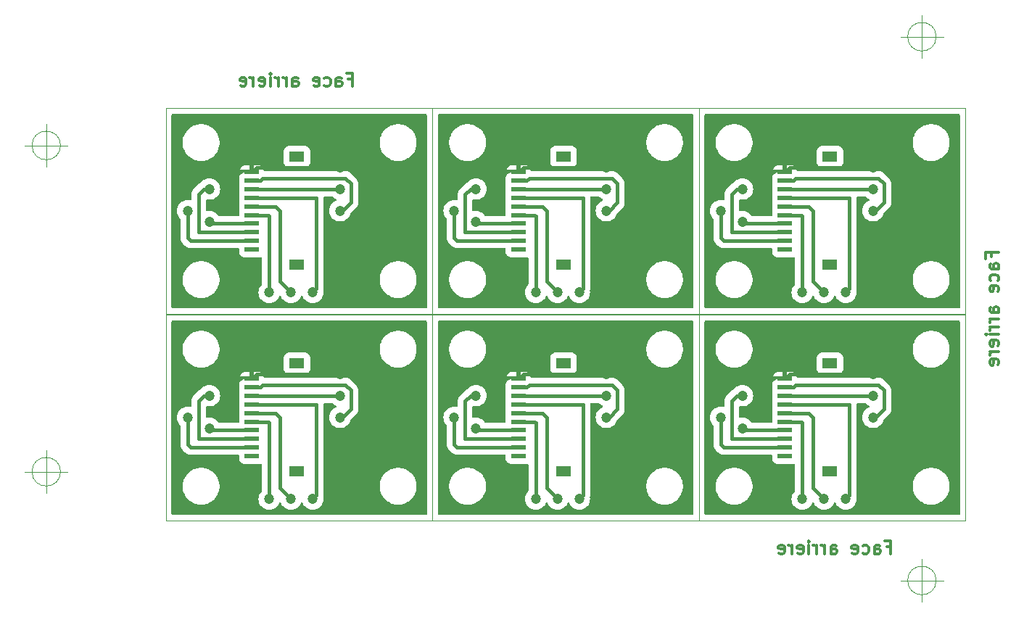
<source format=gbr>
%TF.GenerationSoftware,KiCad,Pcbnew,6.0.11-2627ca5db0~126~ubuntu20.04.1*%
%TF.CreationDate,2023-02-20T15:15:06+01:00*%
%TF.ProjectId,ecran-duplication,65637261-6e2d-4647-9570-6c6963617469,V1.0*%
%TF.SameCoordinates,Original*%
%TF.FileFunction,Copper,L2,Bot*%
%TF.FilePolarity,Positive*%
%FSLAX46Y46*%
G04 Gerber Fmt 4.6, Leading zero omitted, Abs format (unit mm)*
G04 Created by KiCad (PCBNEW 6.0.11-2627ca5db0~126~ubuntu20.04.1) date 2023-02-20 15:15:06*
%MOMM*%
%LPD*%
G01*
G04 APERTURE LIST*
%ADD10C,0.300000*%
%TA.AperFunction,NonConductor*%
%ADD11C,0.300000*%
%TD*%
%TA.AperFunction,Profile*%
%ADD12C,0.100000*%
%TD*%
%TA.AperFunction,SMDPad,CuDef*%
%ADD13R,1.700000X0.600000*%
%TD*%
%TA.AperFunction,SMDPad,CuDef*%
%ADD14R,1.800000X1.200000*%
%TD*%
%TA.AperFunction,ViaPad*%
%ADD15C,1.200000*%
%TD*%
%TA.AperFunction,Conductor*%
%ADD16C,0.400000*%
%TD*%
G04 APERTURE END LIST*
D10*
D11*
X192297857Y-82864285D02*
X192297857Y-82364285D01*
X193083571Y-82364285D02*
X191583571Y-82364285D01*
X191583571Y-83078571D01*
X193083571Y-84292857D02*
X192297857Y-84292857D01*
X192155000Y-84221428D01*
X192083571Y-84078571D01*
X192083571Y-83792857D01*
X192155000Y-83650000D01*
X193012142Y-84292857D02*
X193083571Y-84150000D01*
X193083571Y-83792857D01*
X193012142Y-83650000D01*
X192869285Y-83578571D01*
X192726428Y-83578571D01*
X192583571Y-83650000D01*
X192512142Y-83792857D01*
X192512142Y-84150000D01*
X192440714Y-84292857D01*
X193012142Y-85650000D02*
X193083571Y-85507142D01*
X193083571Y-85221428D01*
X193012142Y-85078571D01*
X192940714Y-85007142D01*
X192797857Y-84935714D01*
X192369285Y-84935714D01*
X192226428Y-85007142D01*
X192155000Y-85078571D01*
X192083571Y-85221428D01*
X192083571Y-85507142D01*
X192155000Y-85650000D01*
X193012142Y-86864285D02*
X193083571Y-86721428D01*
X193083571Y-86435714D01*
X193012142Y-86292857D01*
X192869285Y-86221428D01*
X192297857Y-86221428D01*
X192155000Y-86292857D01*
X192083571Y-86435714D01*
X192083571Y-86721428D01*
X192155000Y-86864285D01*
X192297857Y-86935714D01*
X192440714Y-86935714D01*
X192583571Y-86221428D01*
X193083571Y-89364285D02*
X192297857Y-89364285D01*
X192155000Y-89292857D01*
X192083571Y-89150000D01*
X192083571Y-88864285D01*
X192155000Y-88721428D01*
X193012142Y-89364285D02*
X193083571Y-89221428D01*
X193083571Y-88864285D01*
X193012142Y-88721428D01*
X192869285Y-88650000D01*
X192726428Y-88650000D01*
X192583571Y-88721428D01*
X192512142Y-88864285D01*
X192512142Y-89221428D01*
X192440714Y-89364285D01*
X193083571Y-90078571D02*
X192083571Y-90078571D01*
X192369285Y-90078571D02*
X192226428Y-90150000D01*
X192155000Y-90221428D01*
X192083571Y-90364285D01*
X192083571Y-90507142D01*
X193083571Y-91007142D02*
X192083571Y-91007142D01*
X192369285Y-91007142D02*
X192226428Y-91078571D01*
X192155000Y-91150000D01*
X192083571Y-91292857D01*
X192083571Y-91435714D01*
X193083571Y-91935714D02*
X192083571Y-91935714D01*
X191583571Y-91935714D02*
X191655000Y-91864285D01*
X191726428Y-91935714D01*
X191655000Y-92007142D01*
X191583571Y-91935714D01*
X191726428Y-91935714D01*
X193012142Y-93221428D02*
X193083571Y-93078571D01*
X193083571Y-92792857D01*
X193012142Y-92650000D01*
X192869285Y-92578571D01*
X192297857Y-92578571D01*
X192155000Y-92650000D01*
X192083571Y-92792857D01*
X192083571Y-93078571D01*
X192155000Y-93221428D01*
X192297857Y-93292857D01*
X192440714Y-93292857D01*
X192583571Y-92578571D01*
X193083571Y-93935714D02*
X192083571Y-93935714D01*
X192369285Y-93935714D02*
X192226428Y-94007142D01*
X192155000Y-94078571D01*
X192083571Y-94221428D01*
X192083571Y-94364285D01*
X193012142Y-95435714D02*
X193083571Y-95292857D01*
X193083571Y-95007142D01*
X193012142Y-94864285D01*
X192869285Y-94792857D01*
X192297857Y-94792857D01*
X192155000Y-94864285D01*
X192083571Y-95007142D01*
X192083571Y-95292857D01*
X192155000Y-95435714D01*
X192297857Y-95507142D01*
X192440714Y-95507142D01*
X192583571Y-94792857D01*
D10*
D11*
X180025714Y-116732857D02*
X180525714Y-116732857D01*
X180525714Y-117518571D02*
X180525714Y-116018571D01*
X179811428Y-116018571D01*
X178597142Y-117518571D02*
X178597142Y-116732857D01*
X178668571Y-116590000D01*
X178811428Y-116518571D01*
X179097142Y-116518571D01*
X179240000Y-116590000D01*
X178597142Y-117447142D02*
X178740000Y-117518571D01*
X179097142Y-117518571D01*
X179240000Y-117447142D01*
X179311428Y-117304285D01*
X179311428Y-117161428D01*
X179240000Y-117018571D01*
X179097142Y-116947142D01*
X178740000Y-116947142D01*
X178597142Y-116875714D01*
X177240000Y-117447142D02*
X177382857Y-117518571D01*
X177668571Y-117518571D01*
X177811428Y-117447142D01*
X177882857Y-117375714D01*
X177954285Y-117232857D01*
X177954285Y-116804285D01*
X177882857Y-116661428D01*
X177811428Y-116590000D01*
X177668571Y-116518571D01*
X177382857Y-116518571D01*
X177240000Y-116590000D01*
X176025714Y-117447142D02*
X176168571Y-117518571D01*
X176454285Y-117518571D01*
X176597142Y-117447142D01*
X176668571Y-117304285D01*
X176668571Y-116732857D01*
X176597142Y-116590000D01*
X176454285Y-116518571D01*
X176168571Y-116518571D01*
X176025714Y-116590000D01*
X175954285Y-116732857D01*
X175954285Y-116875714D01*
X176668571Y-117018571D01*
X173525714Y-117518571D02*
X173525714Y-116732857D01*
X173597142Y-116590000D01*
X173740000Y-116518571D01*
X174025714Y-116518571D01*
X174168571Y-116590000D01*
X173525714Y-117447142D02*
X173668571Y-117518571D01*
X174025714Y-117518571D01*
X174168571Y-117447142D01*
X174240000Y-117304285D01*
X174240000Y-117161428D01*
X174168571Y-117018571D01*
X174025714Y-116947142D01*
X173668571Y-116947142D01*
X173525714Y-116875714D01*
X172811428Y-117518571D02*
X172811428Y-116518571D01*
X172811428Y-116804285D02*
X172740000Y-116661428D01*
X172668571Y-116590000D01*
X172525714Y-116518571D01*
X172382857Y-116518571D01*
X171882857Y-117518571D02*
X171882857Y-116518571D01*
X171882857Y-116804285D02*
X171811428Y-116661428D01*
X171740000Y-116590000D01*
X171597142Y-116518571D01*
X171454285Y-116518571D01*
X170954285Y-117518571D02*
X170954285Y-116518571D01*
X170954285Y-116018571D02*
X171025714Y-116090000D01*
X170954285Y-116161428D01*
X170882857Y-116090000D01*
X170954285Y-116018571D01*
X170954285Y-116161428D01*
X169668571Y-117447142D02*
X169811428Y-117518571D01*
X170097142Y-117518571D01*
X170240000Y-117447142D01*
X170311428Y-117304285D01*
X170311428Y-116732857D01*
X170240000Y-116590000D01*
X170097142Y-116518571D01*
X169811428Y-116518571D01*
X169668571Y-116590000D01*
X169597142Y-116732857D01*
X169597142Y-116875714D01*
X170311428Y-117018571D01*
X168954285Y-117518571D02*
X168954285Y-116518571D01*
X168954285Y-116804285D02*
X168882857Y-116661428D01*
X168811428Y-116590000D01*
X168668571Y-116518571D01*
X168525714Y-116518571D01*
X167454285Y-117447142D02*
X167597142Y-117518571D01*
X167882857Y-117518571D01*
X168025714Y-117447142D01*
X168097142Y-117304285D01*
X168097142Y-116732857D01*
X168025714Y-116590000D01*
X167882857Y-116518571D01*
X167597142Y-116518571D01*
X167454285Y-116590000D01*
X167382857Y-116732857D01*
X167382857Y-116875714D01*
X168097142Y-117018571D01*
D10*
D11*
X117160714Y-62122857D02*
X117660714Y-62122857D01*
X117660714Y-62908571D02*
X117660714Y-61408571D01*
X116946428Y-61408571D01*
X115732142Y-62908571D02*
X115732142Y-62122857D01*
X115803571Y-61980000D01*
X115946428Y-61908571D01*
X116232142Y-61908571D01*
X116375000Y-61980000D01*
X115732142Y-62837142D02*
X115875000Y-62908571D01*
X116232142Y-62908571D01*
X116375000Y-62837142D01*
X116446428Y-62694285D01*
X116446428Y-62551428D01*
X116375000Y-62408571D01*
X116232142Y-62337142D01*
X115875000Y-62337142D01*
X115732142Y-62265714D01*
X114375000Y-62837142D02*
X114517857Y-62908571D01*
X114803571Y-62908571D01*
X114946428Y-62837142D01*
X115017857Y-62765714D01*
X115089285Y-62622857D01*
X115089285Y-62194285D01*
X115017857Y-62051428D01*
X114946428Y-61980000D01*
X114803571Y-61908571D01*
X114517857Y-61908571D01*
X114375000Y-61980000D01*
X113160714Y-62837142D02*
X113303571Y-62908571D01*
X113589285Y-62908571D01*
X113732142Y-62837142D01*
X113803571Y-62694285D01*
X113803571Y-62122857D01*
X113732142Y-61980000D01*
X113589285Y-61908571D01*
X113303571Y-61908571D01*
X113160714Y-61980000D01*
X113089285Y-62122857D01*
X113089285Y-62265714D01*
X113803571Y-62408571D01*
X110660714Y-62908571D02*
X110660714Y-62122857D01*
X110732142Y-61980000D01*
X110875000Y-61908571D01*
X111160714Y-61908571D01*
X111303571Y-61980000D01*
X110660714Y-62837142D02*
X110803571Y-62908571D01*
X111160714Y-62908571D01*
X111303571Y-62837142D01*
X111375000Y-62694285D01*
X111375000Y-62551428D01*
X111303571Y-62408571D01*
X111160714Y-62337142D01*
X110803571Y-62337142D01*
X110660714Y-62265714D01*
X109946428Y-62908571D02*
X109946428Y-61908571D01*
X109946428Y-62194285D02*
X109875000Y-62051428D01*
X109803571Y-61980000D01*
X109660714Y-61908571D01*
X109517857Y-61908571D01*
X109017857Y-62908571D02*
X109017857Y-61908571D01*
X109017857Y-62194285D02*
X108946428Y-62051428D01*
X108875000Y-61980000D01*
X108732142Y-61908571D01*
X108589285Y-61908571D01*
X108089285Y-62908571D02*
X108089285Y-61908571D01*
X108089285Y-61408571D02*
X108160714Y-61480000D01*
X108089285Y-61551428D01*
X108017857Y-61480000D01*
X108089285Y-61408571D01*
X108089285Y-61551428D01*
X106803571Y-62837142D02*
X106946428Y-62908571D01*
X107232142Y-62908571D01*
X107375000Y-62837142D01*
X107446428Y-62694285D01*
X107446428Y-62122857D01*
X107375000Y-61980000D01*
X107232142Y-61908571D01*
X106946428Y-61908571D01*
X106803571Y-61980000D01*
X106732142Y-62122857D01*
X106732142Y-62265714D01*
X107446428Y-62408571D01*
X106089285Y-62908571D02*
X106089285Y-61908571D01*
X106089285Y-62194285D02*
X106017857Y-62051428D01*
X105946428Y-61980000D01*
X105803571Y-61908571D01*
X105660714Y-61908571D01*
X104589285Y-62837142D02*
X104732142Y-62908571D01*
X105017857Y-62908571D01*
X105160714Y-62837142D01*
X105232142Y-62694285D01*
X105232142Y-62122857D01*
X105160714Y-61980000D01*
X105017857Y-61908571D01*
X104732142Y-61908571D01*
X104589285Y-61980000D01*
X104517857Y-62122857D01*
X104517857Y-62265714D01*
X105232142Y-62408571D01*
D12*
X158115000Y-113650000D02*
X158115000Y-89650000D01*
X189230000Y-89520000D02*
X158115000Y-89520000D01*
X189230000Y-113650000D02*
X158115000Y-113650000D01*
X127000000Y-113650000D02*
X127000000Y-89650000D01*
X189230000Y-89650000D02*
X189230000Y-113650000D01*
X158115000Y-65520000D02*
X158115000Y-89520000D01*
X158115000Y-89520000D02*
X158115000Y-65520000D01*
X95885000Y-113650000D02*
X95885000Y-89650000D01*
X158115000Y-89650000D02*
X158115000Y-113650000D01*
X127000000Y-65520000D02*
X158115000Y-65520000D01*
X189230000Y-65520000D02*
X189230000Y-89520000D01*
X127000000Y-89650000D02*
X158115000Y-89650000D01*
X127000000Y-89650000D02*
X127000000Y-113650000D01*
X158115000Y-89520000D02*
X127000000Y-89520000D01*
X127000000Y-89520000D02*
X127000000Y-65520000D01*
X158115000Y-89650000D02*
X189230000Y-89650000D01*
X95885000Y-65520000D02*
X127000000Y-65520000D01*
X95885000Y-89520000D02*
X95885000Y-65520000D01*
X158115000Y-65520000D02*
X189230000Y-65520000D01*
X127000000Y-89520000D02*
X95885000Y-89520000D01*
X127000000Y-113650000D02*
X95885000Y-113650000D01*
X127000000Y-65520000D02*
X127000000Y-89520000D01*
X95885000Y-89650000D02*
X127000000Y-89650000D01*
X158115000Y-113650000D02*
X127000000Y-113650000D01*
X83581666Y-107950000D02*
G75*
G03*
X83581666Y-107950000I-1666666J0D01*
G01*
X79415000Y-107950000D02*
X84415000Y-107950000D01*
X81915000Y-105450000D02*
X81915000Y-110450000D01*
X185816666Y-57150000D02*
G75*
G03*
X185816666Y-57150000I-1666666J0D01*
G01*
X181650000Y-57150000D02*
X186650000Y-57150000D01*
X184150000Y-54650000D02*
X184150000Y-59650000D01*
X185816666Y-120650000D02*
G75*
G03*
X185816666Y-120650000I-1666666J0D01*
G01*
X181650000Y-120650000D02*
X186650000Y-120650000D01*
X184150000Y-118150000D02*
X184150000Y-123150000D01*
X83581666Y-69850000D02*
G75*
G03*
X83581666Y-69850000I-1666666J0D01*
G01*
X79415000Y-69850000D02*
X84415000Y-69850000D01*
X81915000Y-67350000D02*
X81915000Y-72350000D01*
D13*
%TO.P,J1,1,Pin_1*%
%TO.N,GND*%
X137050000Y-72970000D03*
%TO.P,J1,2,Pin_2*%
%TO.N,Net-(J1-Pad2)*%
X137050000Y-73970000D03*
%TO.P,J1,3,Pin_3*%
%TO.N,Net-(J1-Pad3)*%
X137050000Y-74970000D03*
%TO.P,J1,4,Pin_4*%
%TO.N,Net-(J1-Pad4)*%
X137050000Y-75970000D03*
%TO.P,J1,5,Pin_5*%
%TO.N,Net-(J1-Pad5)*%
X137050000Y-76970000D03*
%TO.P,J1,6,Pin_6*%
%TO.N,Net-(J1-Pad6)*%
X137050000Y-77970000D03*
%TO.P,J1,7,Pin_7*%
%TO.N,Net-(J1-Pad7)*%
X137050000Y-78970000D03*
%TO.P,J1,8,Pin_8*%
%TO.N,Net-(J1-Pad8)*%
X137050000Y-79970000D03*
%TO.P,J1,9,Pin_9*%
%TO.N,Net-(J1-Pad9)*%
X137050000Y-80970000D03*
%TO.P,J1,10,Pin_10*%
%TO.N,unconnected-(J1-Pad10)*%
X137050000Y-81970000D03*
D14*
%TO.P,J1,11*%
%TO.N,N/C*%
X142300000Y-83770000D03*
X142300000Y-71170000D03*
%TD*%
D13*
%TO.P,J1,1,Pin_1*%
%TO.N,GND*%
X168165000Y-97100000D03*
%TO.P,J1,2,Pin_2*%
%TO.N,Net-(J1-Pad2)*%
X168165000Y-98100000D03*
%TO.P,J1,3,Pin_3*%
%TO.N,Net-(J1-Pad3)*%
X168165000Y-99100000D03*
%TO.P,J1,4,Pin_4*%
%TO.N,Net-(J1-Pad4)*%
X168165000Y-100100000D03*
%TO.P,J1,5,Pin_5*%
%TO.N,Net-(J1-Pad5)*%
X168165000Y-101100000D03*
%TO.P,J1,6,Pin_6*%
%TO.N,Net-(J1-Pad6)*%
X168165000Y-102100000D03*
%TO.P,J1,7,Pin_7*%
%TO.N,Net-(J1-Pad7)*%
X168165000Y-103100000D03*
%TO.P,J1,8,Pin_8*%
%TO.N,Net-(J1-Pad8)*%
X168165000Y-104100000D03*
%TO.P,J1,9,Pin_9*%
%TO.N,Net-(J1-Pad9)*%
X168165000Y-105100000D03*
%TO.P,J1,10,Pin_10*%
%TO.N,unconnected-(J1-Pad10)*%
X168165000Y-106100000D03*
D14*
%TO.P,J1,11*%
%TO.N,N/C*%
X173415000Y-107900000D03*
X173415000Y-95300000D03*
%TD*%
D13*
%TO.P,J1,1,Pin_1*%
%TO.N,GND*%
X168165000Y-72970000D03*
%TO.P,J1,2,Pin_2*%
%TO.N,Net-(J1-Pad2)*%
X168165000Y-73970000D03*
%TO.P,J1,3,Pin_3*%
%TO.N,Net-(J1-Pad3)*%
X168165000Y-74970000D03*
%TO.P,J1,4,Pin_4*%
%TO.N,Net-(J1-Pad4)*%
X168165000Y-75970000D03*
%TO.P,J1,5,Pin_5*%
%TO.N,Net-(J1-Pad5)*%
X168165000Y-76970000D03*
%TO.P,J1,6,Pin_6*%
%TO.N,Net-(J1-Pad6)*%
X168165000Y-77970000D03*
%TO.P,J1,7,Pin_7*%
%TO.N,Net-(J1-Pad7)*%
X168165000Y-78970000D03*
%TO.P,J1,8,Pin_8*%
%TO.N,Net-(J1-Pad8)*%
X168165000Y-79970000D03*
%TO.P,J1,9,Pin_9*%
%TO.N,Net-(J1-Pad9)*%
X168165000Y-80970000D03*
%TO.P,J1,10,Pin_10*%
%TO.N,unconnected-(J1-Pad10)*%
X168165000Y-81970000D03*
D14*
%TO.P,J1,11*%
%TO.N,N/C*%
X173415000Y-83770000D03*
X173415000Y-71170000D03*
%TD*%
D13*
%TO.P,J1,1,Pin_1*%
%TO.N,GND*%
X105935000Y-72970000D03*
%TO.P,J1,2,Pin_2*%
%TO.N,Net-(J1-Pad2)*%
X105935000Y-73970000D03*
%TO.P,J1,3,Pin_3*%
%TO.N,Net-(J1-Pad3)*%
X105935000Y-74970000D03*
%TO.P,J1,4,Pin_4*%
%TO.N,Net-(J1-Pad4)*%
X105935000Y-75970000D03*
%TO.P,J1,5,Pin_5*%
%TO.N,Net-(J1-Pad5)*%
X105935000Y-76970000D03*
%TO.P,J1,6,Pin_6*%
%TO.N,Net-(J1-Pad6)*%
X105935000Y-77970000D03*
%TO.P,J1,7,Pin_7*%
%TO.N,Net-(J1-Pad7)*%
X105935000Y-78970000D03*
%TO.P,J1,8,Pin_8*%
%TO.N,Net-(J1-Pad8)*%
X105935000Y-79970000D03*
%TO.P,J1,9,Pin_9*%
%TO.N,Net-(J1-Pad9)*%
X105935000Y-80970000D03*
%TO.P,J1,10,Pin_10*%
%TO.N,unconnected-(J1-Pad10)*%
X105935000Y-81970000D03*
D14*
%TO.P,J1,11*%
%TO.N,N/C*%
X111185000Y-83770000D03*
X111185000Y-71170000D03*
%TD*%
D13*
%TO.P,J1,1,Pin_1*%
%TO.N,GND*%
X105935000Y-97100000D03*
%TO.P,J1,2,Pin_2*%
%TO.N,Net-(J1-Pad2)*%
X105935000Y-98100000D03*
%TO.P,J1,3,Pin_3*%
%TO.N,Net-(J1-Pad3)*%
X105935000Y-99100000D03*
%TO.P,J1,4,Pin_4*%
%TO.N,Net-(J1-Pad4)*%
X105935000Y-100100000D03*
%TO.P,J1,5,Pin_5*%
%TO.N,Net-(J1-Pad5)*%
X105935000Y-101100000D03*
%TO.P,J1,6,Pin_6*%
%TO.N,Net-(J1-Pad6)*%
X105935000Y-102100000D03*
%TO.P,J1,7,Pin_7*%
%TO.N,Net-(J1-Pad7)*%
X105935000Y-103100000D03*
%TO.P,J1,8,Pin_8*%
%TO.N,Net-(J1-Pad8)*%
X105935000Y-104100000D03*
%TO.P,J1,9,Pin_9*%
%TO.N,Net-(J1-Pad9)*%
X105935000Y-105100000D03*
%TO.P,J1,10,Pin_10*%
%TO.N,unconnected-(J1-Pad10)*%
X105935000Y-106100000D03*
D14*
%TO.P,J1,11*%
%TO.N,N/C*%
X111185000Y-107900000D03*
X111185000Y-95300000D03*
%TD*%
D13*
%TO.P,J1,1,Pin_1*%
%TO.N,GND*%
X137050000Y-97100000D03*
%TO.P,J1,2,Pin_2*%
%TO.N,Net-(J1-Pad2)*%
X137050000Y-98100000D03*
%TO.P,J1,3,Pin_3*%
%TO.N,Net-(J1-Pad3)*%
X137050000Y-99100000D03*
%TO.P,J1,4,Pin_4*%
%TO.N,Net-(J1-Pad4)*%
X137050000Y-100100000D03*
%TO.P,J1,5,Pin_5*%
%TO.N,Net-(J1-Pad5)*%
X137050000Y-101100000D03*
%TO.P,J1,6,Pin_6*%
%TO.N,Net-(J1-Pad6)*%
X137050000Y-102100000D03*
%TO.P,J1,7,Pin_7*%
%TO.N,Net-(J1-Pad7)*%
X137050000Y-103100000D03*
%TO.P,J1,8,Pin_8*%
%TO.N,Net-(J1-Pad8)*%
X137050000Y-104100000D03*
%TO.P,J1,9,Pin_9*%
%TO.N,Net-(J1-Pad9)*%
X137050000Y-105100000D03*
%TO.P,J1,10,Pin_10*%
%TO.N,unconnected-(J1-Pad10)*%
X137050000Y-106100000D03*
D14*
%TO.P,J1,11*%
%TO.N,N/C*%
X142300000Y-107900000D03*
X142300000Y-95300000D03*
%TD*%
D15*
%TO.N,GND*%
X178435000Y-72390000D03*
X116205000Y-72390000D03*
X116205000Y-96520000D03*
X147320000Y-96520000D03*
X178435000Y-96520000D03*
X147320000Y-72390000D03*
%TO.N,Net-(J1-Pad2)*%
X116205000Y-77470000D03*
X178435000Y-77470000D03*
X147320000Y-77470000D03*
X116205000Y-101600000D03*
X147320000Y-101600000D03*
X178435000Y-101600000D03*
%TO.N,Net-(J1-Pad3)*%
X116205000Y-99060000D03*
X178435000Y-99060000D03*
X147320000Y-74930000D03*
X147320000Y-99060000D03*
X116205000Y-74930000D03*
X178435000Y-74930000D03*
%TO.N,Net-(J1-Pad4)*%
X144145000Y-111125000D03*
X113030000Y-111125000D03*
X175260000Y-86995000D03*
X113030000Y-86995000D03*
X175260000Y-111125000D03*
X144145000Y-86995000D03*
%TO.N,Net-(J1-Pad5)*%
X110490000Y-111125000D03*
X110490000Y-86995000D03*
X172720000Y-86995000D03*
X172720000Y-111125000D03*
X141605000Y-86995000D03*
X141605000Y-111125000D03*
%TO.N,Net-(J1-Pad6)*%
X170180000Y-86995000D03*
X107950000Y-86995000D03*
X170180000Y-111125000D03*
X139065000Y-111125000D03*
X139065000Y-86995000D03*
X107950000Y-111125000D03*
%TO.N,Net-(J1-Pad7)*%
X163195000Y-102870000D03*
X100965000Y-102870000D03*
X132080000Y-102870000D03*
X100965000Y-78740000D03*
X163195000Y-78740000D03*
X132080000Y-78740000D03*
%TO.N,Net-(J1-Pad8)*%
X163195000Y-74930000D03*
X132080000Y-74930000D03*
X100965000Y-99060000D03*
X163195000Y-99060000D03*
X100965000Y-74930000D03*
X132080000Y-99060000D03*
%TO.N,Net-(J1-Pad9)*%
X129540000Y-77470000D03*
X129540000Y-101600000D03*
X98425000Y-101600000D03*
X160655000Y-77470000D03*
X160655000Y-101600000D03*
X98425000Y-77470000D03*
%TD*%
D16*
%TO.N,GND*%
X105935000Y-72970000D02*
X106515000Y-72390000D01*
X137050000Y-72970000D02*
X137630000Y-72390000D01*
X105935000Y-97100000D02*
X106515000Y-96520000D01*
X106515000Y-72390000D02*
X116205000Y-72390000D01*
X137630000Y-72390000D02*
X147320000Y-72390000D01*
X137630000Y-96520000D02*
X147320000Y-96520000D01*
X168165000Y-72970000D02*
X168745000Y-72390000D01*
X137050000Y-97100000D02*
X137630000Y-96520000D01*
X106515000Y-96520000D02*
X116205000Y-96520000D01*
X168165000Y-97100000D02*
X168745000Y-96520000D01*
X168745000Y-72390000D02*
X178435000Y-72390000D01*
X168745000Y-96520000D02*
X178435000Y-96520000D01*
%TO.N,Net-(J1-Pad2)*%
X148590000Y-74295000D02*
X148590000Y-76517500D01*
X169415000Y-73660000D02*
X179070000Y-73660000D01*
X105935000Y-73970000D02*
X106875000Y-73970000D01*
X168165000Y-98100000D02*
X169105000Y-98100000D01*
X148590000Y-98425000D02*
X148590000Y-100647500D01*
X179705000Y-100647500D02*
X178752500Y-101600000D01*
X116840000Y-73660000D02*
X117475000Y-74295000D01*
X169415000Y-97790000D02*
X179070000Y-97790000D01*
X148590000Y-100647500D02*
X147637500Y-101600000D01*
X107185000Y-73660000D02*
X116840000Y-73660000D01*
X137050000Y-73970000D02*
X137990000Y-73970000D01*
X147637500Y-101600000D02*
X147320000Y-101600000D01*
X137050000Y-98100000D02*
X137990000Y-98100000D01*
X117475000Y-100647500D02*
X116522500Y-101600000D01*
X169105000Y-73970000D02*
X169415000Y-73660000D01*
X168165000Y-73970000D02*
X169105000Y-73970000D01*
X107185000Y-97790000D02*
X116840000Y-97790000D01*
X106875000Y-98100000D02*
X107185000Y-97790000D01*
X179070000Y-73660000D02*
X179705000Y-74295000D01*
X117475000Y-98425000D02*
X117475000Y-100647500D01*
X179705000Y-76517500D02*
X178752500Y-77470000D01*
X179705000Y-98425000D02*
X179705000Y-100647500D01*
X169105000Y-98100000D02*
X169415000Y-97790000D01*
X116522500Y-77470000D02*
X116205000Y-77470000D01*
X138300000Y-73660000D02*
X147955000Y-73660000D01*
X179705000Y-74295000D02*
X179705000Y-76517500D01*
X147637500Y-77470000D02*
X147320000Y-77470000D01*
X147955000Y-73660000D02*
X148590000Y-74295000D01*
X148590000Y-76517500D02*
X147637500Y-77470000D01*
X105935000Y-98100000D02*
X106875000Y-98100000D01*
X178752500Y-101600000D02*
X178435000Y-101600000D01*
X137990000Y-98100000D02*
X138300000Y-97790000D01*
X117475000Y-74295000D02*
X117475000Y-76517500D01*
X117475000Y-76517500D02*
X116522500Y-77470000D01*
X116522500Y-101600000D02*
X116205000Y-101600000D01*
X106875000Y-73970000D02*
X107185000Y-73660000D01*
X147955000Y-97790000D02*
X148590000Y-98425000D01*
X137990000Y-73970000D02*
X138300000Y-73660000D01*
X179070000Y-97790000D02*
X179705000Y-98425000D01*
X138300000Y-97790000D02*
X147955000Y-97790000D01*
X116840000Y-97790000D02*
X117475000Y-98425000D01*
X178752500Y-77470000D02*
X178435000Y-77470000D01*
%TO.N,Net-(J1-Pad3)*%
X137050000Y-99100000D02*
X147280000Y-99100000D01*
X178395000Y-74970000D02*
X178435000Y-74930000D01*
X147280000Y-74970000D02*
X147320000Y-74930000D01*
X168165000Y-99100000D02*
X178395000Y-99100000D01*
X137050000Y-74970000D02*
X147280000Y-74970000D01*
X116165000Y-74970000D02*
X116205000Y-74930000D01*
X105935000Y-99100000D02*
X116165000Y-99100000D01*
X178395000Y-99100000D02*
X178435000Y-99060000D01*
X105935000Y-74970000D02*
X116165000Y-74970000D01*
X116165000Y-99100000D02*
X116205000Y-99060000D01*
X147280000Y-99100000D02*
X147320000Y-99060000D01*
X168165000Y-74970000D02*
X178395000Y-74970000D01*
%TO.N,Net-(J1-Pad4)*%
X175665000Y-100100000D02*
X175665000Y-110720000D01*
X175665000Y-86590000D02*
X175260000Y-86995000D01*
X113435000Y-75970000D02*
X113435000Y-86590000D01*
X137050000Y-75970000D02*
X144550000Y-75970000D01*
X168165000Y-75970000D02*
X175665000Y-75970000D01*
X105935000Y-100100000D02*
X113435000Y-100100000D01*
X144550000Y-100100000D02*
X144550000Y-110720000D01*
X175665000Y-75970000D02*
X175665000Y-86590000D01*
X137050000Y-100100000D02*
X144550000Y-100100000D01*
X175665000Y-110720000D02*
X175260000Y-111125000D01*
X144550000Y-86590000D02*
X144145000Y-86995000D01*
X113435000Y-100100000D02*
X113435000Y-110720000D01*
X168165000Y-100100000D02*
X175665000Y-100100000D01*
X144550000Y-110720000D02*
X144145000Y-111125000D01*
X105935000Y-75970000D02*
X113435000Y-75970000D01*
X144550000Y-75970000D02*
X144550000Y-86590000D01*
X113435000Y-86590000D02*
X113030000Y-86995000D01*
X113435000Y-110720000D02*
X113030000Y-111125000D01*
%TO.N,Net-(J1-Pad5)*%
X170950000Y-76970000D02*
X171450000Y-77470000D01*
X108720000Y-101100000D02*
X109220000Y-101600000D01*
X105935000Y-101100000D02*
X108720000Y-101100000D01*
X109220000Y-77470000D02*
X109220000Y-85725000D01*
X139835000Y-76970000D02*
X140335000Y-77470000D01*
X137050000Y-101100000D02*
X139835000Y-101100000D01*
X140335000Y-101600000D02*
X140335000Y-109855000D01*
X168165000Y-101100000D02*
X170950000Y-101100000D01*
X170950000Y-101100000D02*
X171450000Y-101600000D01*
X105935000Y-76970000D02*
X108720000Y-76970000D01*
X140335000Y-85725000D02*
X141605000Y-86995000D01*
X168165000Y-76970000D02*
X170950000Y-76970000D01*
X171450000Y-109855000D02*
X172720000Y-111125000D01*
X140335000Y-77470000D02*
X140335000Y-85725000D01*
X109220000Y-85725000D02*
X110490000Y-86995000D01*
X137050000Y-76970000D02*
X139835000Y-76970000D01*
X140335000Y-109855000D02*
X141605000Y-111125000D01*
X171450000Y-77470000D02*
X171450000Y-85725000D01*
X109220000Y-101600000D02*
X109220000Y-109855000D01*
X171450000Y-101600000D02*
X171450000Y-109855000D01*
X139835000Y-101100000D02*
X140335000Y-101600000D01*
X108720000Y-76970000D02*
X109220000Y-77470000D01*
X109220000Y-109855000D02*
X110490000Y-111125000D01*
X171450000Y-85725000D02*
X172720000Y-86995000D01*
%TO.N,Net-(J1-Pad6)*%
X137050000Y-77970000D02*
X138930000Y-77970000D01*
X107950000Y-78105000D02*
X107950000Y-86995000D01*
X107950000Y-102235000D02*
X107950000Y-111125000D01*
X107815000Y-102100000D02*
X107950000Y-102235000D01*
X139065000Y-102235000D02*
X139065000Y-111125000D01*
X168165000Y-102100000D02*
X170045000Y-102100000D01*
X138930000Y-102100000D02*
X139065000Y-102235000D01*
X105935000Y-102100000D02*
X107815000Y-102100000D01*
X137050000Y-102100000D02*
X138930000Y-102100000D01*
X168165000Y-77970000D02*
X170045000Y-77970000D01*
X170045000Y-77970000D02*
X170180000Y-78105000D01*
X170045000Y-102100000D02*
X170180000Y-102235000D01*
X105935000Y-77970000D02*
X107815000Y-77970000D01*
X170180000Y-102235000D02*
X170180000Y-111125000D01*
X139065000Y-78105000D02*
X139065000Y-86995000D01*
X170180000Y-78105000D02*
X170180000Y-86995000D01*
X107815000Y-77970000D02*
X107950000Y-78105000D01*
X138930000Y-77970000D02*
X139065000Y-78105000D01*
%TO.N,Net-(J1-Pad7)*%
X101195000Y-103100000D02*
X105935000Y-103100000D01*
X132310000Y-103100000D02*
X137050000Y-103100000D01*
X132310000Y-78970000D02*
X137050000Y-78970000D01*
X132080000Y-102870000D02*
X132310000Y-103100000D01*
X100965000Y-102870000D02*
X101195000Y-103100000D01*
X101195000Y-78970000D02*
X105935000Y-78970000D01*
X163195000Y-102870000D02*
X163425000Y-103100000D01*
X163195000Y-78740000D02*
X163425000Y-78970000D01*
X163425000Y-78970000D02*
X168165000Y-78970000D01*
X100965000Y-78740000D02*
X101195000Y-78970000D01*
X163425000Y-103100000D02*
X168165000Y-103100000D01*
X132080000Y-78740000D02*
X132310000Y-78970000D01*
%TO.N,Net-(J1-Pad8)*%
X161925000Y-99695000D02*
X162560000Y-99060000D01*
X162560000Y-74930000D02*
X163195000Y-74930000D01*
X131445000Y-74930000D02*
X132080000Y-74930000D01*
X99695000Y-104100000D02*
X99695000Y-99695000D01*
X137050000Y-104100000D02*
X130810000Y-104100000D01*
X130810000Y-75565000D02*
X131445000Y-74930000D01*
X130810000Y-79970000D02*
X130810000Y-75565000D01*
X168165000Y-104100000D02*
X161925000Y-104100000D01*
X105935000Y-79970000D02*
X99695000Y-79970000D01*
X168165000Y-79970000D02*
X161925000Y-79970000D01*
X137050000Y-79970000D02*
X130810000Y-79970000D01*
X162560000Y-99060000D02*
X163195000Y-99060000D01*
X100330000Y-74930000D02*
X100965000Y-74930000D01*
X161925000Y-104100000D02*
X161925000Y-99695000D01*
X99695000Y-79970000D02*
X99695000Y-75565000D01*
X99695000Y-75565000D02*
X100330000Y-74930000D01*
X105935000Y-104100000D02*
X99695000Y-104100000D01*
X130810000Y-104100000D02*
X130810000Y-99695000D01*
X130810000Y-99695000D02*
X131445000Y-99060000D01*
X131445000Y-99060000D02*
X132080000Y-99060000D01*
X161925000Y-79970000D02*
X161925000Y-75565000D01*
X99695000Y-99695000D02*
X100330000Y-99060000D01*
X161925000Y-75565000D02*
X162560000Y-74930000D01*
X100330000Y-99060000D02*
X100965000Y-99060000D01*
%TO.N,Net-(J1-Pad9)*%
X160980000Y-80970000D02*
X160655000Y-80645000D01*
X168165000Y-105100000D02*
X160980000Y-105100000D01*
X98750000Y-80970000D02*
X98425000Y-80645000D01*
X168165000Y-80970000D02*
X160980000Y-80970000D01*
X160655000Y-104775000D02*
X160655000Y-101600000D01*
X105935000Y-105100000D02*
X98750000Y-105100000D01*
X98750000Y-105100000D02*
X98425000Y-104775000D01*
X137050000Y-80970000D02*
X129865000Y-80970000D01*
X129865000Y-80970000D02*
X129540000Y-80645000D01*
X129540000Y-80645000D02*
X129540000Y-77470000D01*
X137050000Y-105100000D02*
X129865000Y-105100000D01*
X98425000Y-104775000D02*
X98425000Y-101600000D01*
X129865000Y-105100000D02*
X129540000Y-104775000D01*
X160980000Y-105100000D02*
X160655000Y-104775000D01*
X98425000Y-80645000D02*
X98425000Y-77470000D01*
X160655000Y-80645000D02*
X160655000Y-77470000D01*
X105935000Y-80970000D02*
X98750000Y-80970000D01*
X129540000Y-104775000D02*
X129540000Y-101600000D01*
%TD*%
%TA.AperFunction,Conductor*%
%TO.N,GND*%
G36*
X157407539Y-66190185D02*
G01*
X157453294Y-66242989D01*
X157464500Y-66294500D01*
X157464500Y-88745500D01*
X157444815Y-88812539D01*
X157392011Y-88858294D01*
X157340500Y-88869500D01*
X127774500Y-88869500D01*
X127707461Y-88849815D01*
X127661706Y-88797011D01*
X127650500Y-88745500D01*
X127650500Y-85655347D01*
X128963728Y-85655347D01*
X129002001Y-85946055D01*
X129079373Y-86228880D01*
X129081029Y-86232763D01*
X129081031Y-86232768D01*
X129090097Y-86254023D01*
X129194413Y-86498588D01*
X129196582Y-86502213D01*
X129196583Y-86502214D01*
X129318611Y-86706107D01*
X129344992Y-86750187D01*
X129528324Y-86979023D01*
X129650247Y-87094723D01*
X129737952Y-87177953D01*
X129737957Y-87177957D01*
X129741017Y-87180861D01*
X129744443Y-87183323D01*
X129744448Y-87183327D01*
X129785711Y-87212977D01*
X129979134Y-87351965D01*
X129982870Y-87353943D01*
X130234544Y-87487198D01*
X130234547Y-87487200D01*
X130238269Y-87489170D01*
X130375948Y-87539553D01*
X130509673Y-87588490D01*
X130509677Y-87588491D01*
X130513628Y-87589937D01*
X130517742Y-87590834D01*
X130795994Y-87651503D01*
X130795998Y-87651504D01*
X130800114Y-87652401D01*
X130804318Y-87652732D01*
X130804319Y-87652732D01*
X130829668Y-87654727D01*
X131030080Y-87670500D01*
X131188710Y-87670500D01*
X131360208Y-87658809D01*
X131403329Y-87655869D01*
X131403330Y-87655869D01*
X131407538Y-87655582D01*
X131422899Y-87652401D01*
X131478364Y-87640915D01*
X131694663Y-87596121D01*
X131698631Y-87594716D01*
X131698634Y-87594715D01*
X131832862Y-87547182D01*
X131971062Y-87498243D01*
X132231620Y-87363759D01*
X132438718Y-87218209D01*
X132468059Y-87197588D01*
X132468063Y-87197585D01*
X132471516Y-87195158D01*
X132484248Y-87183327D01*
X132683217Y-86998433D01*
X132683223Y-86998427D01*
X132686310Y-86995558D01*
X132872028Y-86768655D01*
X133025234Y-86518646D01*
X133035745Y-86494703D01*
X133141395Y-86254023D01*
X133143092Y-86250158D01*
X133204837Y-86033402D01*
X133222264Y-85972225D01*
X133222265Y-85972222D01*
X133223422Y-85968159D01*
X133264736Y-85677867D01*
X133266272Y-85384653D01*
X133227999Y-85093945D01*
X133150627Y-84811120D01*
X133143283Y-84793901D01*
X133037244Y-84545297D01*
X133035587Y-84541412D01*
X133023583Y-84521354D01*
X132887175Y-84293433D01*
X132887172Y-84293428D01*
X132885008Y-84289813D01*
X132701676Y-84060977D01*
X132579753Y-83945277D01*
X132492048Y-83862047D01*
X132492043Y-83862043D01*
X132488983Y-83859139D01*
X132485557Y-83856677D01*
X132485552Y-83856673D01*
X132352086Y-83760769D01*
X132250866Y-83688035D01*
X132176811Y-83648825D01*
X131995456Y-83552802D01*
X131995453Y-83552800D01*
X131991731Y-83550830D01*
X131854051Y-83500446D01*
X131720327Y-83451510D01*
X131720323Y-83451509D01*
X131716372Y-83450063D01*
X131684093Y-83443025D01*
X131434006Y-83388497D01*
X131434002Y-83388496D01*
X131429886Y-83387599D01*
X131425682Y-83387268D01*
X131425681Y-83387268D01*
X131389468Y-83384418D01*
X131199920Y-83369500D01*
X131041290Y-83369500D01*
X130869792Y-83381191D01*
X130826671Y-83384131D01*
X130826670Y-83384131D01*
X130822462Y-83384418D01*
X130818334Y-83385273D01*
X130818333Y-83385273D01*
X130802765Y-83388497D01*
X130535337Y-83443879D01*
X130531369Y-83445284D01*
X130531366Y-83445285D01*
X130397138Y-83492818D01*
X130258938Y-83541757D01*
X129998380Y-83676241D01*
X129994929Y-83678666D01*
X129994928Y-83678667D01*
X129761941Y-83842412D01*
X129761937Y-83842415D01*
X129758484Y-83844842D01*
X129755391Y-83847716D01*
X129755390Y-83847717D01*
X129546783Y-84041567D01*
X129546777Y-84041573D01*
X129543690Y-84044442D01*
X129357972Y-84271345D01*
X129204766Y-84521354D01*
X129203071Y-84525214D01*
X129203069Y-84525219D01*
X129145837Y-84655598D01*
X129086908Y-84789842D01*
X129080847Y-84811120D01*
X129021258Y-85020308D01*
X129006578Y-85071841D01*
X128965264Y-85362133D01*
X128963728Y-85655347D01*
X127650500Y-85655347D01*
X127650500Y-77470000D01*
X128284723Y-77470000D01*
X128303793Y-77687977D01*
X128360425Y-77899330D01*
X128452898Y-78097638D01*
X128456005Y-78102075D01*
X128456006Y-78102077D01*
X128575296Y-78272442D01*
X128575300Y-78272446D01*
X128578402Y-78276877D01*
X128653181Y-78351656D01*
X128686666Y-78412979D01*
X128689500Y-78439337D01*
X128689500Y-80604021D01*
X128689065Y-80614397D01*
X128684740Y-80665902D01*
X128685628Y-80672557D01*
X128695385Y-80745685D01*
X128695749Y-80748692D01*
X128704442Y-80828709D01*
X128706584Y-80835074D01*
X128707323Y-80838436D01*
X128707381Y-80838764D01*
X128707472Y-80839078D01*
X128708293Y-80842419D01*
X128709180Y-80849069D01*
X128711473Y-80855369D01*
X128711475Y-80855377D01*
X128736717Y-80924728D01*
X128737718Y-80927587D01*
X128763383Y-81003848D01*
X128766842Y-81009604D01*
X128768278Y-81012712D01*
X128768410Y-81013031D01*
X128768570Y-81013326D01*
X128770087Y-81016410D01*
X128772382Y-81022715D01*
X128775977Y-81028379D01*
X128775978Y-81028382D01*
X128815517Y-81090685D01*
X128817098Y-81093247D01*
X128858557Y-81162244D01*
X128863174Y-81167127D01*
X128865251Y-81169863D01*
X128865743Y-81170572D01*
X128868679Y-81174454D01*
X128871398Y-81178738D01*
X128875183Y-81182972D01*
X128928710Y-81236499D01*
X128931124Y-81238981D01*
X128985524Y-81296507D01*
X128991076Y-81300280D01*
X128996194Y-81304636D01*
X128995866Y-81305021D01*
X129003784Y-81311573D01*
X129234626Y-81542415D01*
X129241656Y-81550059D01*
X129275020Y-81589540D01*
X129280354Y-81593618D01*
X129338962Y-81638427D01*
X129341347Y-81640297D01*
X129404073Y-81690730D01*
X129410093Y-81693718D01*
X129412967Y-81695556D01*
X129413254Y-81695757D01*
X129413543Y-81695916D01*
X129416484Y-81697697D01*
X129421820Y-81701777D01*
X129427907Y-81704616D01*
X129427908Y-81704616D01*
X129494779Y-81735799D01*
X129497508Y-81737113D01*
X129563575Y-81769909D01*
X129563582Y-81769911D01*
X129569592Y-81772895D01*
X129576105Y-81774519D01*
X129579332Y-81775706D01*
X129579638Y-81775833D01*
X129579970Y-81775931D01*
X129583206Y-81777033D01*
X129589297Y-81779873D01*
X129649130Y-81793247D01*
X129667852Y-81797432D01*
X129670799Y-81798129D01*
X129742374Y-81815974D01*
X129742377Y-81815974D01*
X129748893Y-81817599D01*
X129755605Y-81817786D01*
X129759011Y-81818253D01*
X129759857Y-81818405D01*
X129764674Y-81819074D01*
X129769637Y-81820183D01*
X129775307Y-81820500D01*
X129851020Y-81820500D01*
X129854481Y-81820548D01*
X129933611Y-81822758D01*
X129940210Y-81821499D01*
X129946901Y-81820961D01*
X129946942Y-81821467D01*
X129957171Y-81820500D01*
X135425500Y-81820500D01*
X135492539Y-81840185D01*
X135538294Y-81892989D01*
X135549500Y-81944500D01*
X135549500Y-82335694D01*
X135552402Y-82372569D01*
X135554171Y-82378657D01*
X135595789Y-82521905D01*
X135598256Y-82530398D01*
X135681919Y-82671865D01*
X135798135Y-82788081D01*
X135939602Y-82871744D01*
X136097431Y-82917598D01*
X136134306Y-82920500D01*
X137965694Y-82920500D01*
X138002569Y-82917598D01*
X138055906Y-82902102D01*
X138125774Y-82902301D01*
X138184444Y-82940242D01*
X138213288Y-83003881D01*
X138214500Y-83021178D01*
X138214500Y-86025663D01*
X138194815Y-86092702D01*
X138178181Y-86113344D01*
X138103402Y-86188123D01*
X138100300Y-86192554D01*
X138100296Y-86192558D01*
X137981006Y-86362923D01*
X137977898Y-86367362D01*
X137885425Y-86565670D01*
X137884026Y-86570893D01*
X137884024Y-86570897D01*
X137854636Y-86680575D01*
X137828793Y-86777023D01*
X137809723Y-86995000D01*
X137828793Y-87212977D01*
X137830195Y-87218209D01*
X137865374Y-87349497D01*
X137885425Y-87424330D01*
X137977898Y-87622638D01*
X137981005Y-87627075D01*
X137981006Y-87627077D01*
X138100296Y-87797442D01*
X138100300Y-87797446D01*
X138103402Y-87801877D01*
X138258123Y-87956598D01*
X138437361Y-88082102D01*
X138635670Y-88174575D01*
X138640893Y-88175974D01*
X138640897Y-88175976D01*
X138807901Y-88220724D01*
X138847023Y-88231207D01*
X139065000Y-88250277D01*
X139282977Y-88231207D01*
X139322099Y-88220724D01*
X139489103Y-88175976D01*
X139489107Y-88175974D01*
X139494330Y-88174575D01*
X139692639Y-88082102D01*
X139871877Y-87956598D01*
X140026598Y-87801877D01*
X140029700Y-87797446D01*
X140029704Y-87797442D01*
X140148994Y-87627077D01*
X140148995Y-87627075D01*
X140152102Y-87622638D01*
X140213665Y-87490617D01*
X140222618Y-87471417D01*
X140268790Y-87418978D01*
X140335984Y-87399826D01*
X140402865Y-87420042D01*
X140447382Y-87471417D01*
X140456335Y-87490617D01*
X140517898Y-87622638D01*
X140521005Y-87627075D01*
X140521006Y-87627077D01*
X140640296Y-87797442D01*
X140640300Y-87797446D01*
X140643402Y-87801877D01*
X140798123Y-87956598D01*
X140977361Y-88082102D01*
X141175670Y-88174575D01*
X141180893Y-88175974D01*
X141180897Y-88175976D01*
X141347901Y-88220724D01*
X141387023Y-88231207D01*
X141605000Y-88250277D01*
X141822977Y-88231207D01*
X141862099Y-88220724D01*
X142029103Y-88175976D01*
X142029107Y-88175974D01*
X142034330Y-88174575D01*
X142232639Y-88082102D01*
X142411877Y-87956598D01*
X142566598Y-87801877D01*
X142569700Y-87797446D01*
X142569704Y-87797442D01*
X142688994Y-87627077D01*
X142688995Y-87627075D01*
X142692102Y-87622638D01*
X142753665Y-87490617D01*
X142762618Y-87471417D01*
X142808790Y-87418978D01*
X142875984Y-87399826D01*
X142942865Y-87420042D01*
X142987382Y-87471417D01*
X142996335Y-87490617D01*
X143057898Y-87622638D01*
X143061005Y-87627075D01*
X143061006Y-87627077D01*
X143180296Y-87797442D01*
X143180300Y-87797446D01*
X143183402Y-87801877D01*
X143338123Y-87956598D01*
X143517361Y-88082102D01*
X143715670Y-88174575D01*
X143720893Y-88175974D01*
X143720897Y-88175976D01*
X143887901Y-88220724D01*
X143927023Y-88231207D01*
X144145000Y-88250277D01*
X144362977Y-88231207D01*
X144402099Y-88220724D01*
X144569103Y-88175976D01*
X144569107Y-88175974D01*
X144574330Y-88174575D01*
X144772639Y-88082102D01*
X144951877Y-87956598D01*
X145106598Y-87801877D01*
X145109700Y-87797446D01*
X145109704Y-87797442D01*
X145228994Y-87627077D01*
X145228995Y-87627075D01*
X145232102Y-87622638D01*
X145324575Y-87424330D01*
X145344627Y-87349497D01*
X145379805Y-87218209D01*
X145381207Y-87212977D01*
X145400277Y-86995000D01*
X145398591Y-86975730D01*
X145382681Y-86793868D01*
X145385892Y-86753064D01*
X145395974Y-86712626D01*
X145395974Y-86712623D01*
X145397599Y-86706107D01*
X145397786Y-86699395D01*
X145398253Y-86695989D01*
X145398405Y-86695143D01*
X145399074Y-86690326D01*
X145400183Y-86685363D01*
X145400500Y-86679693D01*
X145400500Y-86603980D01*
X145400548Y-86600518D01*
X145401375Y-86570897D01*
X145402758Y-86521389D01*
X145401499Y-86514790D01*
X145400961Y-86508099D01*
X145401467Y-86508058D01*
X145400500Y-86497829D01*
X145400500Y-85655347D01*
X151963728Y-85655347D01*
X152002001Y-85946055D01*
X152079373Y-86228880D01*
X152081029Y-86232763D01*
X152081031Y-86232768D01*
X152090097Y-86254023D01*
X152194413Y-86498588D01*
X152196582Y-86502213D01*
X152196583Y-86502214D01*
X152318611Y-86706107D01*
X152344992Y-86750187D01*
X152528324Y-86979023D01*
X152650247Y-87094723D01*
X152737952Y-87177953D01*
X152737957Y-87177957D01*
X152741017Y-87180861D01*
X152744443Y-87183323D01*
X152744448Y-87183327D01*
X152785711Y-87212977D01*
X152979134Y-87351965D01*
X152982870Y-87353943D01*
X153234544Y-87487198D01*
X153234547Y-87487200D01*
X153238269Y-87489170D01*
X153375948Y-87539553D01*
X153509673Y-87588490D01*
X153509677Y-87588491D01*
X153513628Y-87589937D01*
X153517742Y-87590834D01*
X153795994Y-87651503D01*
X153795998Y-87651504D01*
X153800114Y-87652401D01*
X153804318Y-87652732D01*
X153804319Y-87652732D01*
X153829668Y-87654727D01*
X154030080Y-87670500D01*
X154188710Y-87670500D01*
X154360208Y-87658809D01*
X154403329Y-87655869D01*
X154403330Y-87655869D01*
X154407538Y-87655582D01*
X154422899Y-87652401D01*
X154478364Y-87640915D01*
X154694663Y-87596121D01*
X154698631Y-87594716D01*
X154698634Y-87594715D01*
X154832862Y-87547182D01*
X154971062Y-87498243D01*
X155231620Y-87363759D01*
X155438718Y-87218209D01*
X155468059Y-87197588D01*
X155468063Y-87197585D01*
X155471516Y-87195158D01*
X155484248Y-87183327D01*
X155683217Y-86998433D01*
X155683223Y-86998427D01*
X155686310Y-86995558D01*
X155872028Y-86768655D01*
X156025234Y-86518646D01*
X156035745Y-86494703D01*
X156141395Y-86254023D01*
X156143092Y-86250158D01*
X156204837Y-86033402D01*
X156222264Y-85972225D01*
X156222265Y-85972222D01*
X156223422Y-85968159D01*
X156264736Y-85677867D01*
X156266272Y-85384653D01*
X156227999Y-85093945D01*
X156150627Y-84811120D01*
X156143283Y-84793901D01*
X156037244Y-84545297D01*
X156035587Y-84541412D01*
X156023583Y-84521354D01*
X155887175Y-84293433D01*
X155887172Y-84293428D01*
X155885008Y-84289813D01*
X155701676Y-84060977D01*
X155579753Y-83945277D01*
X155492048Y-83862047D01*
X155492043Y-83862043D01*
X155488983Y-83859139D01*
X155485557Y-83856677D01*
X155485552Y-83856673D01*
X155352086Y-83760769D01*
X155250866Y-83688035D01*
X155176811Y-83648825D01*
X154995456Y-83552802D01*
X154995453Y-83552800D01*
X154991731Y-83550830D01*
X154854051Y-83500446D01*
X154720327Y-83451510D01*
X154720323Y-83451509D01*
X154716372Y-83450063D01*
X154684093Y-83443025D01*
X154434006Y-83388497D01*
X154434002Y-83388496D01*
X154429886Y-83387599D01*
X154425682Y-83387268D01*
X154425681Y-83387268D01*
X154389468Y-83384418D01*
X154199920Y-83369500D01*
X154041290Y-83369500D01*
X153869792Y-83381191D01*
X153826671Y-83384131D01*
X153826670Y-83384131D01*
X153822462Y-83384418D01*
X153818334Y-83385273D01*
X153818333Y-83385273D01*
X153802765Y-83388497D01*
X153535337Y-83443879D01*
X153531369Y-83445284D01*
X153531366Y-83445285D01*
X153397138Y-83492818D01*
X153258938Y-83541757D01*
X152998380Y-83676241D01*
X152994929Y-83678666D01*
X152994928Y-83678667D01*
X152761941Y-83842412D01*
X152761937Y-83842415D01*
X152758484Y-83844842D01*
X152755391Y-83847716D01*
X152755390Y-83847717D01*
X152546783Y-84041567D01*
X152546777Y-84041573D01*
X152543690Y-84044442D01*
X152357972Y-84271345D01*
X152204766Y-84521354D01*
X152203071Y-84525214D01*
X152203069Y-84525219D01*
X152145837Y-84655598D01*
X152086908Y-84789842D01*
X152080847Y-84811120D01*
X152021258Y-85020308D01*
X152006578Y-85071841D01*
X151965264Y-85362133D01*
X151963728Y-85655347D01*
X145400500Y-85655347D01*
X145400500Y-76050187D01*
X145402165Y-76029935D01*
X145403084Y-76024386D01*
X145403084Y-76024381D01*
X145404181Y-76017756D01*
X145400682Y-75950990D01*
X145416831Y-75883012D01*
X145467168Y-75834556D01*
X145524512Y-75820500D01*
X146390663Y-75820500D01*
X146457702Y-75840185D01*
X146478344Y-75856819D01*
X146513123Y-75891598D01*
X146692361Y-76017102D01*
X146741447Y-76039991D01*
X146843583Y-76087618D01*
X146896022Y-76133790D01*
X146915174Y-76200984D01*
X146894958Y-76267865D01*
X146843583Y-76312382D01*
X146692362Y-76382898D01*
X146687925Y-76386005D01*
X146687923Y-76386006D01*
X146517558Y-76505296D01*
X146517554Y-76505300D01*
X146513123Y-76508402D01*
X146358402Y-76663123D01*
X146355300Y-76667554D01*
X146355296Y-76667558D01*
X146248206Y-76820500D01*
X146232898Y-76842362D01*
X146140425Y-77040670D01*
X146139026Y-77045893D01*
X146139024Y-77045897D01*
X146119834Y-77117516D01*
X146083793Y-77252023D01*
X146064723Y-77470000D01*
X146083793Y-77687977D01*
X146140425Y-77899330D01*
X146232898Y-78097638D01*
X146236005Y-78102075D01*
X146236006Y-78102077D01*
X146355296Y-78272442D01*
X146355300Y-78272446D01*
X146358402Y-78276877D01*
X146513123Y-78431598D01*
X146692361Y-78557102D01*
X146890670Y-78649575D01*
X146895893Y-78650974D01*
X146895897Y-78650976D01*
X147062901Y-78695724D01*
X147102023Y-78706207D01*
X147320000Y-78725277D01*
X147537977Y-78706207D01*
X147577099Y-78695724D01*
X147744103Y-78650976D01*
X147744107Y-78650974D01*
X147749330Y-78649575D01*
X147947639Y-78557102D01*
X148126877Y-78431598D01*
X148281598Y-78276877D01*
X148284700Y-78272446D01*
X148284704Y-78272442D01*
X148403994Y-78102077D01*
X148403995Y-78102075D01*
X148407102Y-78097638D01*
X148499575Y-77899330D01*
X148523412Y-77810370D01*
X148555506Y-77754783D01*
X149162415Y-77147874D01*
X149170059Y-77140844D01*
X149209540Y-77107480D01*
X149258427Y-77043538D01*
X149260297Y-77041153D01*
X149306521Y-76983662D01*
X149310730Y-76978427D01*
X149313718Y-76972407D01*
X149315556Y-76969533D01*
X149315757Y-76969246D01*
X149315916Y-76968957D01*
X149317697Y-76966016D01*
X149321777Y-76960680D01*
X149325472Y-76952756D01*
X149355799Y-76887721D01*
X149357113Y-76884992D01*
X149389909Y-76818925D01*
X149389911Y-76818918D01*
X149392895Y-76812908D01*
X149394519Y-76806395D01*
X149395706Y-76803168D01*
X149395833Y-76802862D01*
X149395931Y-76802530D01*
X149397033Y-76799294D01*
X149399873Y-76793203D01*
X149417432Y-76714648D01*
X149418129Y-76711701D01*
X149435974Y-76640126D01*
X149435974Y-76640123D01*
X149437599Y-76633607D01*
X149437786Y-76626895D01*
X149438253Y-76623489D01*
X149438405Y-76622643D01*
X149439074Y-76617826D01*
X149440183Y-76612863D01*
X149440500Y-76607193D01*
X149440500Y-76531480D01*
X149440548Y-76528018D01*
X149441096Y-76508402D01*
X149442758Y-76448889D01*
X149441499Y-76442290D01*
X149440961Y-76435599D01*
X149441467Y-76435558D01*
X149440500Y-76425329D01*
X149440500Y-74335979D01*
X149440935Y-74325603D01*
X149444698Y-74280790D01*
X149445260Y-74274098D01*
X149434615Y-74194315D01*
X149434251Y-74191308D01*
X149433064Y-74180379D01*
X149425558Y-74111291D01*
X149423416Y-74104926D01*
X149422677Y-74101564D01*
X149422619Y-74101236D01*
X149422528Y-74100922D01*
X149421707Y-74097581D01*
X149420820Y-74090931D01*
X149418527Y-74084631D01*
X149418525Y-74084623D01*
X149393283Y-74015272D01*
X149392282Y-74012413D01*
X149368759Y-73942516D01*
X149368758Y-73942514D01*
X149366617Y-73936152D01*
X149363158Y-73930396D01*
X149361722Y-73927288D01*
X149361590Y-73926969D01*
X149361430Y-73926674D01*
X149359913Y-73923590D01*
X149357618Y-73917285D01*
X149314474Y-73849301D01*
X149312892Y-73846738D01*
X149274905Y-73783518D01*
X149271443Y-73777756D01*
X149266826Y-73772873D01*
X149264749Y-73770137D01*
X149264257Y-73769428D01*
X149261321Y-73765546D01*
X149258602Y-73761262D01*
X149254817Y-73757028D01*
X149201291Y-73703502D01*
X149198877Y-73701020D01*
X149149090Y-73648372D01*
X149149089Y-73648371D01*
X149144476Y-73643493D01*
X149138924Y-73639720D01*
X149133806Y-73635364D01*
X149134134Y-73634979D01*
X149126216Y-73628427D01*
X148585379Y-73087591D01*
X148578349Y-73079947D01*
X148549313Y-73045587D01*
X148549311Y-73045585D01*
X148544980Y-73040460D01*
X148480993Y-72991538D01*
X148478683Y-72989727D01*
X148415927Y-72939269D01*
X148409911Y-72936282D01*
X148407010Y-72934427D01*
X148406744Y-72934241D01*
X148406455Y-72934082D01*
X148403515Y-72932302D01*
X148398180Y-72928223D01*
X148325230Y-72894206D01*
X148322511Y-72892898D01*
X148256419Y-72860089D01*
X148256416Y-72860088D01*
X148250407Y-72857105D01*
X148243899Y-72855482D01*
X148240670Y-72854294D01*
X148240367Y-72854168D01*
X148240050Y-72854075D01*
X148236791Y-72852966D01*
X148230703Y-72850127D01*
X148152167Y-72832573D01*
X148149221Y-72831876D01*
X148077626Y-72814025D01*
X148077620Y-72814024D01*
X148071106Y-72812400D01*
X148064394Y-72812213D01*
X148060987Y-72811746D01*
X148060191Y-72811603D01*
X148055341Y-72810930D01*
X148050363Y-72809817D01*
X148044693Y-72809500D01*
X147969015Y-72809500D01*
X147965553Y-72809452D01*
X147886389Y-72807241D01*
X147879790Y-72808500D01*
X147873099Y-72809038D01*
X147873058Y-72808532D01*
X147862824Y-72809500D01*
X138531999Y-72809500D01*
X138464960Y-72789815D01*
X138419205Y-72737011D01*
X138407999Y-72685500D01*
X138407999Y-72625274D01*
X138407636Y-72618569D01*
X138402092Y-72567523D01*
X138398522Y-72552512D01*
X138353273Y-72431810D01*
X138344874Y-72416468D01*
X138268202Y-72314165D01*
X138255835Y-72301798D01*
X138153532Y-72225126D01*
X138138190Y-72216727D01*
X138017485Y-72171476D01*
X138002482Y-72167909D01*
X137951427Y-72162363D01*
X137944729Y-72162000D01*
X137321830Y-72162000D01*
X137306831Y-72166404D01*
X137305644Y-72167774D01*
X137304000Y-72175332D01*
X137304000Y-72895500D01*
X137284315Y-72962539D01*
X137231511Y-73008294D01*
X137180000Y-73019500D01*
X136134306Y-73019500D01*
X136097431Y-73022402D01*
X135939602Y-73068256D01*
X135932888Y-73072226D01*
X135932887Y-73072227D01*
X135913132Y-73083910D01*
X135798135Y-73151919D01*
X135755178Y-73194876D01*
X135702433Y-73226172D01*
X135694832Y-73228404D01*
X135693645Y-73229774D01*
X135691519Y-73239547D01*
X135677085Y-73276309D01*
X135598256Y-73409602D01*
X135552402Y-73567431D01*
X135549500Y-73604306D01*
X135549500Y-74335694D01*
X135552402Y-74372569D01*
X135554170Y-74378654D01*
X135570658Y-74435404D01*
X135570658Y-74504595D01*
X135552402Y-74567431D01*
X135549500Y-74604306D01*
X135549500Y-75335694D01*
X135552402Y-75372569D01*
X135554170Y-75378654D01*
X135570658Y-75435404D01*
X135570658Y-75504595D01*
X135552402Y-75567431D01*
X135549500Y-75604306D01*
X135549500Y-76335694D01*
X135552402Y-76372569D01*
X135554170Y-76378654D01*
X135570658Y-76435404D01*
X135570658Y-76504595D01*
X135552402Y-76567431D01*
X135549500Y-76604306D01*
X135549500Y-77335694D01*
X135552402Y-77372569D01*
X135554170Y-77378654D01*
X135570658Y-77435404D01*
X135570658Y-77504595D01*
X135552402Y-77567431D01*
X135549500Y-77604306D01*
X135549500Y-77995500D01*
X135529815Y-78062539D01*
X135477011Y-78108294D01*
X135425500Y-78119500D01*
X133236650Y-78119500D01*
X133169611Y-78099815D01*
X133135075Y-78066623D01*
X133132216Y-78062539D01*
X133085275Y-77995500D01*
X133044704Y-77937558D01*
X133044700Y-77937554D01*
X133041598Y-77933123D01*
X132886877Y-77778402D01*
X132707639Y-77652898D01*
X132509330Y-77560425D01*
X132504107Y-77559026D01*
X132504103Y-77559024D01*
X132324795Y-77510979D01*
X132297977Y-77503793D01*
X132080000Y-77484723D01*
X131862023Y-77503793D01*
X131816593Y-77515966D01*
X131746744Y-77514303D01*
X131688882Y-77475141D01*
X131661377Y-77410913D01*
X131660500Y-77396191D01*
X131660500Y-76273809D01*
X131680185Y-76206770D01*
X131732989Y-76161015D01*
X131802147Y-76151071D01*
X131816589Y-76154033D01*
X131862023Y-76166207D01*
X132080000Y-76185277D01*
X132297977Y-76166207D01*
X132418959Y-76133790D01*
X132504103Y-76110976D01*
X132504107Y-76110974D01*
X132509330Y-76109575D01*
X132707639Y-76017102D01*
X132886877Y-75891598D01*
X133041598Y-75736877D01*
X133044700Y-75732446D01*
X133044704Y-75732442D01*
X133163994Y-75562077D01*
X133163995Y-75562075D01*
X133167102Y-75557638D01*
X133259575Y-75359330D01*
X133265909Y-75335694D01*
X133314805Y-75153209D01*
X133316207Y-75147977D01*
X133335277Y-74930000D01*
X133316207Y-74712023D01*
X133305724Y-74672901D01*
X133260976Y-74505897D01*
X133260974Y-74505893D01*
X133259575Y-74500670D01*
X133167102Y-74302362D01*
X133151997Y-74280790D01*
X133044704Y-74127558D01*
X133044700Y-74127554D01*
X133041598Y-74123123D01*
X132886877Y-73968402D01*
X132707639Y-73842898D01*
X132509330Y-73750425D01*
X132504107Y-73749026D01*
X132504103Y-73749024D01*
X132303209Y-73695195D01*
X132303210Y-73695195D01*
X132297977Y-73693793D01*
X132080000Y-73674723D01*
X131862023Y-73693793D01*
X131856790Y-73695195D01*
X131856791Y-73695195D01*
X131655897Y-73749024D01*
X131655893Y-73749026D01*
X131650670Y-73750425D01*
X131452362Y-73842898D01*
X131447925Y-73846005D01*
X131447923Y-73846006D01*
X131277558Y-73965296D01*
X131277557Y-73965297D01*
X131273123Y-73968402D01*
X131118402Y-74123123D01*
X131115297Y-74127558D01*
X131114932Y-74127993D01*
X131074685Y-74159550D01*
X131073601Y-74160083D01*
X131067285Y-74162382D01*
X130999315Y-74205517D01*
X130996753Y-74207098D01*
X130927756Y-74248557D01*
X130922873Y-74253174D01*
X130920137Y-74255251D01*
X130919428Y-74255743D01*
X130915546Y-74258679D01*
X130911262Y-74261398D01*
X130907028Y-74265183D01*
X130853502Y-74318709D01*
X130851020Y-74321123D01*
X130793493Y-74375524D01*
X130789720Y-74381076D01*
X130785364Y-74386194D01*
X130784979Y-74385866D01*
X130778427Y-74393784D01*
X130237591Y-74934621D01*
X130229947Y-74941651D01*
X130190460Y-74975020D01*
X130186383Y-74980353D01*
X130141557Y-75038983D01*
X130139727Y-75041317D01*
X130089269Y-75104073D01*
X130086282Y-75110089D01*
X130084427Y-75112990D01*
X130084241Y-75113256D01*
X130084082Y-75113545D01*
X130082302Y-75116485D01*
X130078223Y-75121820D01*
X130066026Y-75147977D01*
X130044212Y-75194758D01*
X130042903Y-75197478D01*
X130007105Y-75269593D01*
X130005482Y-75276101D01*
X130004294Y-75279330D01*
X130004168Y-75279633D01*
X130004075Y-75279950D01*
X130002966Y-75283209D01*
X130000127Y-75289297D01*
X129989212Y-75338129D01*
X129982574Y-75367828D01*
X129981876Y-75370779D01*
X129964025Y-75442374D01*
X129964024Y-75442380D01*
X129962400Y-75448894D01*
X129962213Y-75455606D01*
X129961746Y-75459013D01*
X129961603Y-75459809D01*
X129960930Y-75464659D01*
X129959817Y-75469637D01*
X129959500Y-75475307D01*
X129959500Y-75550985D01*
X129959452Y-75554446D01*
X129957241Y-75633611D01*
X129958500Y-75640210D01*
X129959038Y-75646901D01*
X129958532Y-75646942D01*
X129959500Y-75657176D01*
X129959500Y-76126191D01*
X129939815Y-76193230D01*
X129887011Y-76238985D01*
X129817853Y-76248929D01*
X129803411Y-76245967D01*
X129757977Y-76233793D01*
X129540000Y-76214723D01*
X129322023Y-76233793D01*
X129316790Y-76235195D01*
X129316791Y-76235195D01*
X129115897Y-76289024D01*
X129115893Y-76289026D01*
X129110670Y-76290425D01*
X128912362Y-76382898D01*
X128907925Y-76386005D01*
X128907923Y-76386006D01*
X128737558Y-76505296D01*
X128737554Y-76505300D01*
X128733123Y-76508402D01*
X128578402Y-76663123D01*
X128575300Y-76667554D01*
X128575296Y-76667558D01*
X128468206Y-76820500D01*
X128452898Y-76842362D01*
X128360425Y-77040670D01*
X128359026Y-77045893D01*
X128359024Y-77045897D01*
X128339834Y-77117516D01*
X128303793Y-77252023D01*
X128284723Y-77470000D01*
X127650500Y-77470000D01*
X127650500Y-72698170D01*
X135692000Y-72698170D01*
X135696404Y-72713169D01*
X135697774Y-72714356D01*
X135705332Y-72716000D01*
X136778170Y-72716000D01*
X136793169Y-72711596D01*
X136794356Y-72710226D01*
X136796000Y-72702668D01*
X136796000Y-72179831D01*
X136791596Y-72164832D01*
X136790226Y-72163645D01*
X136782668Y-72162001D01*
X136155274Y-72162001D01*
X136148569Y-72162364D01*
X136097523Y-72167908D01*
X136082512Y-72171478D01*
X135961810Y-72216727D01*
X135946468Y-72225126D01*
X135844165Y-72301798D01*
X135831798Y-72314165D01*
X135755126Y-72416468D01*
X135746727Y-72431810D01*
X135701476Y-72552515D01*
X135697909Y-72567518D01*
X135692363Y-72618573D01*
X135692000Y-72625271D01*
X135692000Y-72698170D01*
X127650500Y-72698170D01*
X127650500Y-71835694D01*
X140749500Y-71835694D01*
X140752402Y-71872569D01*
X140798256Y-72030398D01*
X140881919Y-72171865D01*
X140998135Y-72288081D01*
X141139602Y-72371744D01*
X141297431Y-72417598D01*
X141334306Y-72420500D01*
X143265694Y-72420500D01*
X143302569Y-72417598D01*
X143460398Y-72371744D01*
X143601865Y-72288081D01*
X143718081Y-72171865D01*
X143801744Y-72030398D01*
X143847598Y-71872569D01*
X143850500Y-71835694D01*
X143850500Y-70504306D01*
X143847598Y-70467431D01*
X143801744Y-70309602D01*
X143718081Y-70168135D01*
X143601865Y-70051919D01*
X143460398Y-69968256D01*
X143302569Y-69922402D01*
X143265694Y-69919500D01*
X141334306Y-69919500D01*
X141297431Y-69922402D01*
X141139602Y-69968256D01*
X140998135Y-70051919D01*
X140881919Y-70168135D01*
X140798256Y-70309602D01*
X140752402Y-70467431D01*
X140749500Y-70504306D01*
X140749500Y-71835694D01*
X127650500Y-71835694D01*
X127650500Y-69655347D01*
X128963728Y-69655347D01*
X129002001Y-69946055D01*
X129079373Y-70228880D01*
X129081029Y-70232763D01*
X129081031Y-70232768D01*
X129113804Y-70309602D01*
X129194413Y-70498588D01*
X129196582Y-70502213D01*
X129196583Y-70502214D01*
X129208573Y-70522247D01*
X129344992Y-70750187D01*
X129528324Y-70979023D01*
X129650247Y-71094723D01*
X129737952Y-71177953D01*
X129737957Y-71177957D01*
X129741017Y-71180861D01*
X129744443Y-71183323D01*
X129744448Y-71183327D01*
X129877914Y-71279231D01*
X129979134Y-71351965D01*
X129982870Y-71353943D01*
X130234544Y-71487198D01*
X130234547Y-71487200D01*
X130238269Y-71489170D01*
X130375949Y-71539554D01*
X130509673Y-71588490D01*
X130509677Y-71588491D01*
X130513628Y-71589937D01*
X130517742Y-71590834D01*
X130795994Y-71651503D01*
X130795998Y-71651504D01*
X130800114Y-71652401D01*
X130804318Y-71652732D01*
X130804319Y-71652732D01*
X130829668Y-71654727D01*
X131030080Y-71670500D01*
X131188710Y-71670500D01*
X131360208Y-71658809D01*
X131403329Y-71655869D01*
X131403330Y-71655869D01*
X131407538Y-71655582D01*
X131422899Y-71652401D01*
X131478364Y-71640915D01*
X131694663Y-71596121D01*
X131698631Y-71594716D01*
X131698634Y-71594715D01*
X131832862Y-71547182D01*
X131971062Y-71498243D01*
X132231620Y-71363759D01*
X132251913Y-71349497D01*
X132468059Y-71197588D01*
X132468063Y-71197585D01*
X132471516Y-71195158D01*
X132484248Y-71183327D01*
X132683217Y-70998433D01*
X132683223Y-70998427D01*
X132686310Y-70995558D01*
X132872028Y-70768655D01*
X133025234Y-70518646D01*
X133035745Y-70494703D01*
X133116998Y-70309602D01*
X133143092Y-70250158D01*
X133223422Y-69968159D01*
X133264736Y-69677867D01*
X133264854Y-69655347D01*
X151963728Y-69655347D01*
X152002001Y-69946055D01*
X152079373Y-70228880D01*
X152081029Y-70232763D01*
X152081031Y-70232768D01*
X152113804Y-70309602D01*
X152194413Y-70498588D01*
X152196582Y-70502213D01*
X152196583Y-70502214D01*
X152208573Y-70522247D01*
X152344992Y-70750187D01*
X152528324Y-70979023D01*
X152650247Y-71094723D01*
X152737952Y-71177953D01*
X152737957Y-71177957D01*
X152741017Y-71180861D01*
X152744443Y-71183323D01*
X152744448Y-71183327D01*
X152877914Y-71279231D01*
X152979134Y-71351965D01*
X152982870Y-71353943D01*
X153234544Y-71487198D01*
X153234547Y-71487200D01*
X153238269Y-71489170D01*
X153375949Y-71539554D01*
X153509673Y-71588490D01*
X153509677Y-71588491D01*
X153513628Y-71589937D01*
X153517742Y-71590834D01*
X153795994Y-71651503D01*
X153795998Y-71651504D01*
X153800114Y-71652401D01*
X153804318Y-71652732D01*
X153804319Y-71652732D01*
X153829668Y-71654727D01*
X154030080Y-71670500D01*
X154188710Y-71670500D01*
X154360208Y-71658809D01*
X154403329Y-71655869D01*
X154403330Y-71655869D01*
X154407538Y-71655582D01*
X154422899Y-71652401D01*
X154478364Y-71640915D01*
X154694663Y-71596121D01*
X154698631Y-71594716D01*
X154698634Y-71594715D01*
X154832862Y-71547182D01*
X154971062Y-71498243D01*
X155231620Y-71363759D01*
X155251913Y-71349497D01*
X155468059Y-71197588D01*
X155468063Y-71197585D01*
X155471516Y-71195158D01*
X155484248Y-71183327D01*
X155683217Y-70998433D01*
X155683223Y-70998427D01*
X155686310Y-70995558D01*
X155872028Y-70768655D01*
X156025234Y-70518646D01*
X156035745Y-70494703D01*
X156116998Y-70309602D01*
X156143092Y-70250158D01*
X156223422Y-69968159D01*
X156264736Y-69677867D01*
X156266272Y-69384653D01*
X156227999Y-69093945D01*
X156150627Y-68811120D01*
X156143283Y-68793901D01*
X156037244Y-68545297D01*
X156035587Y-68541412D01*
X156023583Y-68521354D01*
X155887175Y-68293433D01*
X155887172Y-68293428D01*
X155885008Y-68289813D01*
X155701676Y-68060977D01*
X155579753Y-67945277D01*
X155492048Y-67862047D01*
X155492043Y-67862043D01*
X155488983Y-67859139D01*
X155485557Y-67856677D01*
X155485552Y-67856673D01*
X155352086Y-67760769D01*
X155250866Y-67688035D01*
X155176811Y-67648825D01*
X154995456Y-67552802D01*
X154995453Y-67552800D01*
X154991731Y-67550830D01*
X154854051Y-67500446D01*
X154720327Y-67451510D01*
X154720323Y-67451509D01*
X154716372Y-67450063D01*
X154684093Y-67443025D01*
X154434006Y-67388497D01*
X154434002Y-67388496D01*
X154429886Y-67387599D01*
X154425682Y-67387268D01*
X154425681Y-67387268D01*
X154389468Y-67384418D01*
X154199920Y-67369500D01*
X154041290Y-67369500D01*
X153869792Y-67381191D01*
X153826671Y-67384131D01*
X153826670Y-67384131D01*
X153822462Y-67384418D01*
X153818334Y-67385273D01*
X153818333Y-67385273D01*
X153802765Y-67388497D01*
X153535337Y-67443879D01*
X153531369Y-67445284D01*
X153531366Y-67445285D01*
X153397137Y-67492818D01*
X153258938Y-67541757D01*
X152998380Y-67676241D01*
X152994929Y-67678666D01*
X152994928Y-67678667D01*
X152761941Y-67842412D01*
X152761937Y-67842415D01*
X152758484Y-67844842D01*
X152755391Y-67847716D01*
X152755390Y-67847717D01*
X152546783Y-68041567D01*
X152546777Y-68041573D01*
X152543690Y-68044442D01*
X152357972Y-68271345D01*
X152204766Y-68521354D01*
X152203071Y-68525214D01*
X152203069Y-68525219D01*
X152145837Y-68655598D01*
X152086908Y-68789842D01*
X152006578Y-69071841D01*
X151965264Y-69362133D01*
X151963728Y-69655347D01*
X133264854Y-69655347D01*
X133266272Y-69384653D01*
X133227999Y-69093945D01*
X133150627Y-68811120D01*
X133143283Y-68793901D01*
X133037244Y-68545297D01*
X133035587Y-68541412D01*
X133023583Y-68521354D01*
X132887175Y-68293433D01*
X132887172Y-68293428D01*
X132885008Y-68289813D01*
X132701676Y-68060977D01*
X132579753Y-67945277D01*
X132492048Y-67862047D01*
X132492043Y-67862043D01*
X132488983Y-67859139D01*
X132485557Y-67856677D01*
X132485552Y-67856673D01*
X132352086Y-67760769D01*
X132250866Y-67688035D01*
X132176811Y-67648825D01*
X131995456Y-67552802D01*
X131995453Y-67552800D01*
X131991731Y-67550830D01*
X131854051Y-67500446D01*
X131720327Y-67451510D01*
X131720323Y-67451509D01*
X131716372Y-67450063D01*
X131684093Y-67443025D01*
X131434006Y-67388497D01*
X131434002Y-67388496D01*
X131429886Y-67387599D01*
X131425682Y-67387268D01*
X131425681Y-67387268D01*
X131389468Y-67384418D01*
X131199920Y-67369500D01*
X131041290Y-67369500D01*
X130869792Y-67381191D01*
X130826671Y-67384131D01*
X130826670Y-67384131D01*
X130822462Y-67384418D01*
X130818334Y-67385273D01*
X130818333Y-67385273D01*
X130802765Y-67388497D01*
X130535337Y-67443879D01*
X130531369Y-67445284D01*
X130531366Y-67445285D01*
X130397137Y-67492818D01*
X130258938Y-67541757D01*
X129998380Y-67676241D01*
X129994929Y-67678666D01*
X129994928Y-67678667D01*
X129761941Y-67842412D01*
X129761937Y-67842415D01*
X129758484Y-67844842D01*
X129755391Y-67847716D01*
X129755390Y-67847717D01*
X129546783Y-68041567D01*
X129546777Y-68041573D01*
X129543690Y-68044442D01*
X129357972Y-68271345D01*
X129204766Y-68521354D01*
X129203071Y-68525214D01*
X129203069Y-68525219D01*
X129145837Y-68655598D01*
X129086908Y-68789842D01*
X129006578Y-69071841D01*
X128965264Y-69362133D01*
X128963728Y-69655347D01*
X127650500Y-69655347D01*
X127650500Y-66294500D01*
X127670185Y-66227461D01*
X127722989Y-66181706D01*
X127774500Y-66170500D01*
X157340500Y-66170500D01*
X157407539Y-66190185D01*
G37*
%TD.AperFunction*%
%TD*%
%TA.AperFunction,Conductor*%
%TO.N,GND*%
G36*
X126292539Y-90320185D02*
G01*
X126338294Y-90372989D01*
X126349500Y-90424500D01*
X126349500Y-112875500D01*
X126329815Y-112942539D01*
X126277011Y-112988294D01*
X126225500Y-112999500D01*
X96659500Y-112999500D01*
X96592461Y-112979815D01*
X96546706Y-112927011D01*
X96535500Y-112875500D01*
X96535500Y-109785347D01*
X97848728Y-109785347D01*
X97887001Y-110076055D01*
X97964373Y-110358880D01*
X97966029Y-110362763D01*
X97966031Y-110362768D01*
X97975097Y-110384023D01*
X98079413Y-110628588D01*
X98081582Y-110632213D01*
X98081583Y-110632214D01*
X98203611Y-110836107D01*
X98229992Y-110880187D01*
X98413324Y-111109023D01*
X98535247Y-111224723D01*
X98622952Y-111307953D01*
X98622957Y-111307957D01*
X98626017Y-111310861D01*
X98629443Y-111313323D01*
X98629448Y-111313327D01*
X98670711Y-111342977D01*
X98864134Y-111481965D01*
X98867870Y-111483943D01*
X99119544Y-111617198D01*
X99119547Y-111617200D01*
X99123269Y-111619170D01*
X99260949Y-111669554D01*
X99394673Y-111718490D01*
X99394677Y-111718491D01*
X99398628Y-111719937D01*
X99402742Y-111720834D01*
X99680994Y-111781503D01*
X99680998Y-111781504D01*
X99685114Y-111782401D01*
X99689318Y-111782732D01*
X99689319Y-111782732D01*
X99714668Y-111784727D01*
X99915080Y-111800500D01*
X100073710Y-111800500D01*
X100245208Y-111788809D01*
X100288329Y-111785869D01*
X100288330Y-111785869D01*
X100292538Y-111785582D01*
X100307899Y-111782401D01*
X100363364Y-111770915D01*
X100579663Y-111726121D01*
X100583631Y-111724716D01*
X100583634Y-111724715D01*
X100717862Y-111677182D01*
X100856062Y-111628243D01*
X101116620Y-111493759D01*
X101323718Y-111348209D01*
X101353059Y-111327588D01*
X101353063Y-111327585D01*
X101356516Y-111325158D01*
X101369248Y-111313327D01*
X101568217Y-111128433D01*
X101568223Y-111128427D01*
X101571310Y-111125558D01*
X101757028Y-110898655D01*
X101910234Y-110648646D01*
X101920745Y-110624703D01*
X102026395Y-110384023D01*
X102028092Y-110380158D01*
X102089837Y-110163402D01*
X102107264Y-110102225D01*
X102107265Y-110102222D01*
X102108422Y-110098159D01*
X102149736Y-109807867D01*
X102151272Y-109514653D01*
X102112999Y-109223945D01*
X102035627Y-108941120D01*
X102028283Y-108923901D01*
X101922244Y-108675297D01*
X101920587Y-108671412D01*
X101908583Y-108651354D01*
X101772175Y-108423433D01*
X101772172Y-108423428D01*
X101770008Y-108419813D01*
X101586676Y-108190977D01*
X101464753Y-108075277D01*
X101377048Y-107992047D01*
X101377043Y-107992043D01*
X101373983Y-107989139D01*
X101370557Y-107986677D01*
X101370552Y-107986673D01*
X101237086Y-107890769D01*
X101135866Y-107818035D01*
X101061811Y-107778825D01*
X100880456Y-107682802D01*
X100880453Y-107682800D01*
X100876731Y-107680830D01*
X100739052Y-107630447D01*
X100605327Y-107581510D01*
X100605323Y-107581509D01*
X100601372Y-107580063D01*
X100569093Y-107573025D01*
X100319006Y-107518497D01*
X100319002Y-107518496D01*
X100314886Y-107517599D01*
X100310682Y-107517268D01*
X100310681Y-107517268D01*
X100274468Y-107514418D01*
X100084920Y-107499500D01*
X99926290Y-107499500D01*
X99754792Y-107511191D01*
X99711671Y-107514131D01*
X99711670Y-107514131D01*
X99707462Y-107514418D01*
X99703334Y-107515273D01*
X99703333Y-107515273D01*
X99687765Y-107518497D01*
X99420337Y-107573879D01*
X99416369Y-107575284D01*
X99416366Y-107575285D01*
X99282138Y-107622818D01*
X99143938Y-107671757D01*
X98883380Y-107806241D01*
X98879929Y-107808666D01*
X98879928Y-107808667D01*
X98646941Y-107972412D01*
X98646937Y-107972415D01*
X98643484Y-107974842D01*
X98640391Y-107977716D01*
X98640390Y-107977717D01*
X98431783Y-108171567D01*
X98431777Y-108171573D01*
X98428690Y-108174442D01*
X98242972Y-108401345D01*
X98089766Y-108651354D01*
X98088071Y-108655214D01*
X98088069Y-108655219D01*
X98030837Y-108785598D01*
X97971908Y-108919842D01*
X97965847Y-108941120D01*
X97906258Y-109150308D01*
X97891578Y-109201841D01*
X97850264Y-109492133D01*
X97848728Y-109785347D01*
X96535500Y-109785347D01*
X96535500Y-101600000D01*
X97169723Y-101600000D01*
X97188793Y-101817977D01*
X97245425Y-102029330D01*
X97337898Y-102227638D01*
X97341005Y-102232075D01*
X97341006Y-102232077D01*
X97460296Y-102402442D01*
X97460300Y-102402446D01*
X97463402Y-102406877D01*
X97538181Y-102481656D01*
X97571666Y-102542979D01*
X97574500Y-102569337D01*
X97574500Y-104734021D01*
X97574065Y-104744397D01*
X97569740Y-104795902D01*
X97570628Y-104802557D01*
X97580385Y-104875685D01*
X97580749Y-104878692D01*
X97589442Y-104958709D01*
X97591584Y-104965074D01*
X97592323Y-104968436D01*
X97592381Y-104968764D01*
X97592472Y-104969078D01*
X97593293Y-104972419D01*
X97594180Y-104979069D01*
X97596473Y-104985369D01*
X97596475Y-104985377D01*
X97621717Y-105054728D01*
X97622718Y-105057587D01*
X97648383Y-105133848D01*
X97651842Y-105139604D01*
X97653278Y-105142712D01*
X97653410Y-105143031D01*
X97653570Y-105143326D01*
X97655087Y-105146410D01*
X97657382Y-105152715D01*
X97660977Y-105158379D01*
X97660978Y-105158382D01*
X97700517Y-105220685D01*
X97702098Y-105223247D01*
X97743557Y-105292244D01*
X97748174Y-105297127D01*
X97750251Y-105299863D01*
X97750743Y-105300572D01*
X97753679Y-105304454D01*
X97756398Y-105308738D01*
X97760183Y-105312972D01*
X97813710Y-105366499D01*
X97816124Y-105368981D01*
X97870524Y-105426507D01*
X97876076Y-105430280D01*
X97881194Y-105434636D01*
X97880866Y-105435021D01*
X97888784Y-105441573D01*
X98119626Y-105672415D01*
X98126656Y-105680059D01*
X98160020Y-105719540D01*
X98165354Y-105723618D01*
X98223962Y-105768427D01*
X98226347Y-105770297D01*
X98289073Y-105820730D01*
X98295093Y-105823718D01*
X98297967Y-105825556D01*
X98298254Y-105825757D01*
X98298543Y-105825916D01*
X98301484Y-105827697D01*
X98306820Y-105831777D01*
X98312907Y-105834616D01*
X98312908Y-105834616D01*
X98379779Y-105865799D01*
X98382508Y-105867113D01*
X98448575Y-105899909D01*
X98448582Y-105899911D01*
X98454592Y-105902895D01*
X98461105Y-105904519D01*
X98464332Y-105905706D01*
X98464638Y-105905833D01*
X98464970Y-105905931D01*
X98468206Y-105907033D01*
X98474297Y-105909873D01*
X98534130Y-105923247D01*
X98552852Y-105927432D01*
X98555799Y-105928129D01*
X98627374Y-105945974D01*
X98627377Y-105945974D01*
X98633893Y-105947599D01*
X98640605Y-105947786D01*
X98644011Y-105948253D01*
X98644857Y-105948405D01*
X98649674Y-105949074D01*
X98654637Y-105950183D01*
X98660307Y-105950500D01*
X98736020Y-105950500D01*
X98739481Y-105950548D01*
X98818611Y-105952758D01*
X98825210Y-105951499D01*
X98831901Y-105950961D01*
X98831942Y-105951467D01*
X98842171Y-105950500D01*
X104310500Y-105950500D01*
X104377539Y-105970185D01*
X104423294Y-106022989D01*
X104434500Y-106074500D01*
X104434500Y-106465694D01*
X104437402Y-106502569D01*
X104439171Y-106508657D01*
X104480789Y-106651905D01*
X104483256Y-106660398D01*
X104566919Y-106801865D01*
X104683135Y-106918081D01*
X104824602Y-107001744D01*
X104982431Y-107047598D01*
X105019306Y-107050500D01*
X106850694Y-107050500D01*
X106887569Y-107047598D01*
X106940906Y-107032102D01*
X107010774Y-107032301D01*
X107069444Y-107070242D01*
X107098288Y-107133881D01*
X107099500Y-107151178D01*
X107099500Y-110155663D01*
X107079815Y-110222702D01*
X107063181Y-110243344D01*
X106988402Y-110318123D01*
X106985300Y-110322554D01*
X106985296Y-110322558D01*
X106866006Y-110492923D01*
X106862898Y-110497362D01*
X106770425Y-110695670D01*
X106769026Y-110700893D01*
X106769024Y-110700897D01*
X106739636Y-110810575D01*
X106713793Y-110907023D01*
X106694723Y-111125000D01*
X106713793Y-111342977D01*
X106715195Y-111348209D01*
X106750374Y-111479497D01*
X106770425Y-111554330D01*
X106862898Y-111752638D01*
X106866005Y-111757075D01*
X106866006Y-111757077D01*
X106985296Y-111927442D01*
X106985300Y-111927446D01*
X106988402Y-111931877D01*
X107143123Y-112086598D01*
X107322361Y-112212102D01*
X107520670Y-112304575D01*
X107525893Y-112305974D01*
X107525897Y-112305976D01*
X107692901Y-112350724D01*
X107732023Y-112361207D01*
X107950000Y-112380277D01*
X108167977Y-112361207D01*
X108207099Y-112350724D01*
X108374103Y-112305976D01*
X108374107Y-112305974D01*
X108379330Y-112304575D01*
X108577639Y-112212102D01*
X108756877Y-112086598D01*
X108911598Y-111931877D01*
X108914700Y-111927446D01*
X108914704Y-111927442D01*
X109033994Y-111757077D01*
X109033995Y-111757075D01*
X109037102Y-111752638D01*
X109098665Y-111620617D01*
X109107618Y-111601417D01*
X109153790Y-111548978D01*
X109220984Y-111529826D01*
X109287865Y-111550042D01*
X109332382Y-111601417D01*
X109341335Y-111620617D01*
X109402898Y-111752638D01*
X109406005Y-111757075D01*
X109406006Y-111757077D01*
X109525296Y-111927442D01*
X109525300Y-111927446D01*
X109528402Y-111931877D01*
X109683123Y-112086598D01*
X109862361Y-112212102D01*
X110060670Y-112304575D01*
X110065893Y-112305974D01*
X110065897Y-112305976D01*
X110232901Y-112350724D01*
X110272023Y-112361207D01*
X110490000Y-112380277D01*
X110707977Y-112361207D01*
X110747099Y-112350724D01*
X110914103Y-112305976D01*
X110914107Y-112305974D01*
X110919330Y-112304575D01*
X111117639Y-112212102D01*
X111296877Y-112086598D01*
X111451598Y-111931877D01*
X111454700Y-111927446D01*
X111454704Y-111927442D01*
X111573994Y-111757077D01*
X111573995Y-111757075D01*
X111577102Y-111752638D01*
X111638665Y-111620617D01*
X111647618Y-111601417D01*
X111693790Y-111548978D01*
X111760984Y-111529826D01*
X111827865Y-111550042D01*
X111872382Y-111601417D01*
X111881335Y-111620617D01*
X111942898Y-111752638D01*
X111946005Y-111757075D01*
X111946006Y-111757077D01*
X112065296Y-111927442D01*
X112065300Y-111927446D01*
X112068402Y-111931877D01*
X112223123Y-112086598D01*
X112402361Y-112212102D01*
X112600670Y-112304575D01*
X112605893Y-112305974D01*
X112605897Y-112305976D01*
X112772901Y-112350724D01*
X112812023Y-112361207D01*
X113030000Y-112380277D01*
X113247977Y-112361207D01*
X113287099Y-112350724D01*
X113454103Y-112305976D01*
X113454107Y-112305974D01*
X113459330Y-112304575D01*
X113657639Y-112212102D01*
X113836877Y-112086598D01*
X113991598Y-111931877D01*
X113994700Y-111927446D01*
X113994704Y-111927442D01*
X114113994Y-111757077D01*
X114113995Y-111757075D01*
X114117102Y-111752638D01*
X114209575Y-111554330D01*
X114229627Y-111479497D01*
X114264805Y-111348209D01*
X114266207Y-111342977D01*
X114285277Y-111125000D01*
X114283591Y-111105730D01*
X114267681Y-110923868D01*
X114270892Y-110883064D01*
X114280974Y-110842626D01*
X114280974Y-110842623D01*
X114282599Y-110836107D01*
X114282786Y-110829395D01*
X114283253Y-110825989D01*
X114283405Y-110825143D01*
X114284074Y-110820326D01*
X114285183Y-110815363D01*
X114285500Y-110809693D01*
X114285500Y-110733980D01*
X114285548Y-110730518D01*
X114286375Y-110700897D01*
X114287758Y-110651389D01*
X114286499Y-110644790D01*
X114285961Y-110638099D01*
X114286467Y-110638058D01*
X114285500Y-110627829D01*
X114285500Y-109785347D01*
X120848728Y-109785347D01*
X120887001Y-110076055D01*
X120964373Y-110358880D01*
X120966029Y-110362763D01*
X120966031Y-110362768D01*
X120975097Y-110384023D01*
X121079413Y-110628588D01*
X121081582Y-110632213D01*
X121081583Y-110632214D01*
X121203611Y-110836107D01*
X121229992Y-110880187D01*
X121413324Y-111109023D01*
X121535247Y-111224723D01*
X121622952Y-111307953D01*
X121622957Y-111307957D01*
X121626017Y-111310861D01*
X121629443Y-111313323D01*
X121629448Y-111313327D01*
X121670711Y-111342977D01*
X121864134Y-111481965D01*
X121867870Y-111483943D01*
X122119544Y-111617198D01*
X122119547Y-111617200D01*
X122123269Y-111619170D01*
X122260949Y-111669554D01*
X122394673Y-111718490D01*
X122394677Y-111718491D01*
X122398628Y-111719937D01*
X122402742Y-111720834D01*
X122680994Y-111781503D01*
X122680998Y-111781504D01*
X122685114Y-111782401D01*
X122689318Y-111782732D01*
X122689319Y-111782732D01*
X122714668Y-111784727D01*
X122915080Y-111800500D01*
X123073710Y-111800500D01*
X123245208Y-111788809D01*
X123288329Y-111785869D01*
X123288330Y-111785869D01*
X123292538Y-111785582D01*
X123307899Y-111782401D01*
X123363364Y-111770915D01*
X123579663Y-111726121D01*
X123583631Y-111724716D01*
X123583634Y-111724715D01*
X123717862Y-111677182D01*
X123856062Y-111628243D01*
X124116620Y-111493759D01*
X124323718Y-111348209D01*
X124353059Y-111327588D01*
X124353063Y-111327585D01*
X124356516Y-111325158D01*
X124369248Y-111313327D01*
X124568217Y-111128433D01*
X124568223Y-111128427D01*
X124571310Y-111125558D01*
X124757028Y-110898655D01*
X124910234Y-110648646D01*
X124920745Y-110624703D01*
X125026395Y-110384023D01*
X125028092Y-110380158D01*
X125089837Y-110163402D01*
X125107264Y-110102225D01*
X125107265Y-110102222D01*
X125108422Y-110098159D01*
X125149736Y-109807867D01*
X125151272Y-109514653D01*
X125112999Y-109223945D01*
X125035627Y-108941120D01*
X125028283Y-108923901D01*
X124922244Y-108675297D01*
X124920587Y-108671412D01*
X124908583Y-108651354D01*
X124772175Y-108423433D01*
X124772172Y-108423428D01*
X124770008Y-108419813D01*
X124586676Y-108190977D01*
X124464753Y-108075277D01*
X124377048Y-107992047D01*
X124377043Y-107992043D01*
X124373983Y-107989139D01*
X124370557Y-107986677D01*
X124370552Y-107986673D01*
X124237086Y-107890769D01*
X124135866Y-107818035D01*
X124061811Y-107778825D01*
X123880456Y-107682802D01*
X123880453Y-107682800D01*
X123876731Y-107680830D01*
X123739052Y-107630447D01*
X123605327Y-107581510D01*
X123605323Y-107581509D01*
X123601372Y-107580063D01*
X123569093Y-107573025D01*
X123319006Y-107518497D01*
X123319002Y-107518496D01*
X123314886Y-107517599D01*
X123310682Y-107517268D01*
X123310681Y-107517268D01*
X123274468Y-107514418D01*
X123084920Y-107499500D01*
X122926290Y-107499500D01*
X122754792Y-107511191D01*
X122711671Y-107514131D01*
X122711670Y-107514131D01*
X122707462Y-107514418D01*
X122703334Y-107515273D01*
X122703333Y-107515273D01*
X122687765Y-107518497D01*
X122420337Y-107573879D01*
X122416369Y-107575284D01*
X122416366Y-107575285D01*
X122282138Y-107622818D01*
X122143938Y-107671757D01*
X121883380Y-107806241D01*
X121879929Y-107808666D01*
X121879928Y-107808667D01*
X121646941Y-107972412D01*
X121646937Y-107972415D01*
X121643484Y-107974842D01*
X121640391Y-107977716D01*
X121640390Y-107977717D01*
X121431783Y-108171567D01*
X121431777Y-108171573D01*
X121428690Y-108174442D01*
X121242972Y-108401345D01*
X121089766Y-108651354D01*
X121088071Y-108655214D01*
X121088069Y-108655219D01*
X121030837Y-108785598D01*
X120971908Y-108919842D01*
X120965847Y-108941120D01*
X120906258Y-109150308D01*
X120891578Y-109201841D01*
X120850264Y-109492133D01*
X120848728Y-109785347D01*
X114285500Y-109785347D01*
X114285500Y-100180187D01*
X114287165Y-100159935D01*
X114288084Y-100154386D01*
X114288084Y-100154381D01*
X114289181Y-100147756D01*
X114285682Y-100080990D01*
X114301831Y-100013012D01*
X114352168Y-99964556D01*
X114409512Y-99950500D01*
X115275663Y-99950500D01*
X115342702Y-99970185D01*
X115363344Y-99986819D01*
X115398123Y-100021598D01*
X115577361Y-100147102D01*
X115626447Y-100169991D01*
X115728583Y-100217618D01*
X115781022Y-100263790D01*
X115800174Y-100330984D01*
X115779958Y-100397865D01*
X115728583Y-100442382D01*
X115577362Y-100512898D01*
X115572925Y-100516005D01*
X115572923Y-100516006D01*
X115402558Y-100635296D01*
X115402554Y-100635300D01*
X115398123Y-100638402D01*
X115243402Y-100793123D01*
X115240300Y-100797554D01*
X115240296Y-100797558D01*
X115133206Y-100950500D01*
X115117898Y-100972362D01*
X115025425Y-101170670D01*
X115024026Y-101175893D01*
X115024024Y-101175897D01*
X115004834Y-101247516D01*
X114968793Y-101382023D01*
X114949723Y-101600000D01*
X114968793Y-101817977D01*
X115025425Y-102029330D01*
X115117898Y-102227638D01*
X115121005Y-102232075D01*
X115121006Y-102232077D01*
X115240296Y-102402442D01*
X115240300Y-102402446D01*
X115243402Y-102406877D01*
X115398123Y-102561598D01*
X115577361Y-102687102D01*
X115775670Y-102779575D01*
X115780893Y-102780974D01*
X115780897Y-102780976D01*
X115947901Y-102825724D01*
X115987023Y-102836207D01*
X116205000Y-102855277D01*
X116422977Y-102836207D01*
X116462099Y-102825724D01*
X116629103Y-102780976D01*
X116629107Y-102780974D01*
X116634330Y-102779575D01*
X116832639Y-102687102D01*
X117011877Y-102561598D01*
X117166598Y-102406877D01*
X117169700Y-102402446D01*
X117169704Y-102402442D01*
X117288994Y-102232077D01*
X117288995Y-102232075D01*
X117292102Y-102227638D01*
X117384575Y-102029330D01*
X117408412Y-101940370D01*
X117440506Y-101884783D01*
X118047415Y-101277874D01*
X118055059Y-101270844D01*
X118094540Y-101237480D01*
X118143427Y-101173538D01*
X118145297Y-101171153D01*
X118191521Y-101113662D01*
X118195730Y-101108427D01*
X118198718Y-101102407D01*
X118200556Y-101099533D01*
X118200757Y-101099246D01*
X118200916Y-101098957D01*
X118202697Y-101096016D01*
X118206777Y-101090680D01*
X118210472Y-101082756D01*
X118240799Y-101017721D01*
X118242113Y-101014992D01*
X118274909Y-100948925D01*
X118274911Y-100948918D01*
X118277895Y-100942908D01*
X118279519Y-100936395D01*
X118280706Y-100933168D01*
X118280833Y-100932862D01*
X118280931Y-100932530D01*
X118282033Y-100929294D01*
X118284873Y-100923203D01*
X118302432Y-100844648D01*
X118303129Y-100841701D01*
X118320974Y-100770126D01*
X118320974Y-100770123D01*
X118322599Y-100763607D01*
X118322786Y-100756895D01*
X118323253Y-100753489D01*
X118323405Y-100752643D01*
X118324074Y-100747826D01*
X118325183Y-100742863D01*
X118325500Y-100737193D01*
X118325500Y-100661480D01*
X118325548Y-100658018D01*
X118326096Y-100638402D01*
X118327758Y-100578889D01*
X118326499Y-100572290D01*
X118325961Y-100565599D01*
X118326467Y-100565558D01*
X118325500Y-100555329D01*
X118325500Y-98465979D01*
X118325935Y-98455603D01*
X118329698Y-98410790D01*
X118330260Y-98404098D01*
X118319615Y-98324315D01*
X118319251Y-98321308D01*
X118318064Y-98310379D01*
X118310558Y-98241291D01*
X118308416Y-98234926D01*
X118307677Y-98231564D01*
X118307619Y-98231236D01*
X118307528Y-98230922D01*
X118306707Y-98227581D01*
X118305820Y-98220931D01*
X118303527Y-98214631D01*
X118303525Y-98214623D01*
X118278283Y-98145272D01*
X118277282Y-98142413D01*
X118253759Y-98072516D01*
X118253758Y-98072514D01*
X118251617Y-98066152D01*
X118248158Y-98060396D01*
X118246722Y-98057288D01*
X118246590Y-98056969D01*
X118246430Y-98056674D01*
X118244913Y-98053590D01*
X118242618Y-98047285D01*
X118199474Y-97979301D01*
X118197892Y-97976738D01*
X118159905Y-97913518D01*
X118156443Y-97907756D01*
X118151826Y-97902873D01*
X118149749Y-97900137D01*
X118149257Y-97899428D01*
X118146321Y-97895546D01*
X118143602Y-97891262D01*
X118139817Y-97887028D01*
X118086291Y-97833502D01*
X118083877Y-97831020D01*
X118034090Y-97778372D01*
X118034089Y-97778371D01*
X118029476Y-97773493D01*
X118023924Y-97769720D01*
X118018806Y-97765364D01*
X118019134Y-97764979D01*
X118011216Y-97758427D01*
X117470379Y-97217591D01*
X117463349Y-97209947D01*
X117434313Y-97175587D01*
X117434311Y-97175585D01*
X117429980Y-97170460D01*
X117365993Y-97121538D01*
X117363683Y-97119727D01*
X117300927Y-97069269D01*
X117294911Y-97066282D01*
X117292010Y-97064427D01*
X117291744Y-97064241D01*
X117291455Y-97064082D01*
X117288515Y-97062302D01*
X117283180Y-97058223D01*
X117210230Y-97024206D01*
X117207511Y-97022898D01*
X117141419Y-96990089D01*
X117141416Y-96990088D01*
X117135407Y-96987105D01*
X117128899Y-96985482D01*
X117125670Y-96984294D01*
X117125367Y-96984168D01*
X117125050Y-96984075D01*
X117121791Y-96982966D01*
X117115703Y-96980127D01*
X117037167Y-96962573D01*
X117034221Y-96961876D01*
X116962626Y-96944025D01*
X116962620Y-96944024D01*
X116956106Y-96942400D01*
X116949394Y-96942213D01*
X116945987Y-96941746D01*
X116945191Y-96941603D01*
X116940341Y-96940930D01*
X116935363Y-96939817D01*
X116929693Y-96939500D01*
X116854015Y-96939500D01*
X116850553Y-96939452D01*
X116771389Y-96937241D01*
X116764790Y-96938500D01*
X116758099Y-96939038D01*
X116758058Y-96938532D01*
X116747824Y-96939500D01*
X107416999Y-96939500D01*
X107349960Y-96919815D01*
X107304205Y-96867011D01*
X107292999Y-96815500D01*
X107292999Y-96755274D01*
X107292636Y-96748569D01*
X107287092Y-96697523D01*
X107283522Y-96682512D01*
X107238273Y-96561810D01*
X107229874Y-96546468D01*
X107153202Y-96444165D01*
X107140835Y-96431798D01*
X107038532Y-96355126D01*
X107023190Y-96346727D01*
X106902485Y-96301476D01*
X106887482Y-96297909D01*
X106836427Y-96292363D01*
X106829729Y-96292000D01*
X106206830Y-96292000D01*
X106191831Y-96296404D01*
X106190644Y-96297774D01*
X106189000Y-96305332D01*
X106189000Y-97025500D01*
X106169315Y-97092539D01*
X106116511Y-97138294D01*
X106065000Y-97149500D01*
X105019306Y-97149500D01*
X104982431Y-97152402D01*
X104824602Y-97198256D01*
X104817888Y-97202226D01*
X104817887Y-97202227D01*
X104798132Y-97213910D01*
X104683135Y-97281919D01*
X104640178Y-97324876D01*
X104587433Y-97356172D01*
X104579832Y-97358404D01*
X104578645Y-97359774D01*
X104576519Y-97369547D01*
X104562085Y-97406309D01*
X104483256Y-97539602D01*
X104437402Y-97697431D01*
X104434500Y-97734306D01*
X104434500Y-98465694D01*
X104437402Y-98502569D01*
X104439170Y-98508654D01*
X104455658Y-98565404D01*
X104455658Y-98634595D01*
X104437402Y-98697431D01*
X104434500Y-98734306D01*
X104434500Y-99465694D01*
X104437402Y-99502569D01*
X104439170Y-99508654D01*
X104455658Y-99565404D01*
X104455658Y-99634595D01*
X104437402Y-99697431D01*
X104434500Y-99734306D01*
X104434500Y-100465694D01*
X104437402Y-100502569D01*
X104439170Y-100508654D01*
X104455658Y-100565404D01*
X104455658Y-100634595D01*
X104437402Y-100697431D01*
X104434500Y-100734306D01*
X104434500Y-101465694D01*
X104437402Y-101502569D01*
X104439170Y-101508654D01*
X104455658Y-101565404D01*
X104455658Y-101634595D01*
X104437402Y-101697431D01*
X104434500Y-101734306D01*
X104434500Y-102125500D01*
X104414815Y-102192539D01*
X104362011Y-102238294D01*
X104310500Y-102249500D01*
X102121650Y-102249500D01*
X102054611Y-102229815D01*
X102020075Y-102196623D01*
X102017216Y-102192539D01*
X101970275Y-102125500D01*
X101929704Y-102067558D01*
X101929700Y-102067554D01*
X101926598Y-102063123D01*
X101771877Y-101908402D01*
X101592639Y-101782898D01*
X101394330Y-101690425D01*
X101389107Y-101689026D01*
X101389103Y-101689024D01*
X101209795Y-101640979D01*
X101182977Y-101633793D01*
X100965000Y-101614723D01*
X100747023Y-101633793D01*
X100701593Y-101645966D01*
X100631744Y-101644303D01*
X100573882Y-101605141D01*
X100546377Y-101540913D01*
X100545500Y-101526191D01*
X100545500Y-100403809D01*
X100565185Y-100336770D01*
X100617989Y-100291015D01*
X100687147Y-100281071D01*
X100701589Y-100284033D01*
X100747023Y-100296207D01*
X100965000Y-100315277D01*
X101182977Y-100296207D01*
X101303959Y-100263790D01*
X101389103Y-100240976D01*
X101389107Y-100240974D01*
X101394330Y-100239575D01*
X101592639Y-100147102D01*
X101771877Y-100021598D01*
X101926598Y-99866877D01*
X101929700Y-99862446D01*
X101929704Y-99862442D01*
X102048994Y-99692077D01*
X102048995Y-99692075D01*
X102052102Y-99687638D01*
X102144575Y-99489330D01*
X102150909Y-99465694D01*
X102199805Y-99283209D01*
X102201207Y-99277977D01*
X102220277Y-99060000D01*
X102201207Y-98842023D01*
X102190724Y-98802901D01*
X102145976Y-98635897D01*
X102145974Y-98635893D01*
X102144575Y-98630670D01*
X102052102Y-98432362D01*
X102036997Y-98410790D01*
X101929704Y-98257558D01*
X101929700Y-98257554D01*
X101926598Y-98253123D01*
X101771877Y-98098402D01*
X101592639Y-97972898D01*
X101394330Y-97880425D01*
X101389107Y-97879026D01*
X101389103Y-97879024D01*
X101188209Y-97825195D01*
X101188210Y-97825195D01*
X101182977Y-97823793D01*
X100965000Y-97804723D01*
X100747023Y-97823793D01*
X100741790Y-97825195D01*
X100741791Y-97825195D01*
X100540897Y-97879024D01*
X100540893Y-97879026D01*
X100535670Y-97880425D01*
X100337362Y-97972898D01*
X100332925Y-97976005D01*
X100332923Y-97976006D01*
X100162558Y-98095296D01*
X100162557Y-98095297D01*
X100158123Y-98098402D01*
X100003402Y-98253123D01*
X100000297Y-98257558D01*
X99999932Y-98257993D01*
X99959685Y-98289550D01*
X99958601Y-98290083D01*
X99952285Y-98292382D01*
X99884315Y-98335517D01*
X99881753Y-98337098D01*
X99812756Y-98378557D01*
X99807873Y-98383174D01*
X99805137Y-98385251D01*
X99804428Y-98385743D01*
X99800546Y-98388679D01*
X99796262Y-98391398D01*
X99792028Y-98395183D01*
X99738502Y-98448709D01*
X99736020Y-98451123D01*
X99678493Y-98505524D01*
X99674720Y-98511076D01*
X99670364Y-98516194D01*
X99669979Y-98515866D01*
X99663427Y-98523784D01*
X99122591Y-99064621D01*
X99114947Y-99071651D01*
X99075460Y-99105020D01*
X99071383Y-99110353D01*
X99026557Y-99168983D01*
X99024727Y-99171317D01*
X98974269Y-99234073D01*
X98971282Y-99240089D01*
X98969427Y-99242990D01*
X98969241Y-99243256D01*
X98969082Y-99243545D01*
X98967302Y-99246485D01*
X98963223Y-99251820D01*
X98951026Y-99277977D01*
X98929212Y-99324758D01*
X98927903Y-99327478D01*
X98892105Y-99399593D01*
X98890482Y-99406101D01*
X98889294Y-99409330D01*
X98889168Y-99409633D01*
X98889075Y-99409950D01*
X98887966Y-99413209D01*
X98885127Y-99419297D01*
X98874212Y-99468129D01*
X98867574Y-99497828D01*
X98866876Y-99500779D01*
X98849025Y-99572374D01*
X98849024Y-99572380D01*
X98847400Y-99578894D01*
X98847213Y-99585606D01*
X98846746Y-99589013D01*
X98846603Y-99589809D01*
X98845930Y-99594659D01*
X98844817Y-99599637D01*
X98844500Y-99605307D01*
X98844500Y-99680985D01*
X98844452Y-99684446D01*
X98842241Y-99763611D01*
X98843500Y-99770210D01*
X98844038Y-99776901D01*
X98843532Y-99776942D01*
X98844500Y-99787176D01*
X98844500Y-100256191D01*
X98824815Y-100323230D01*
X98772011Y-100368985D01*
X98702853Y-100378929D01*
X98688411Y-100375967D01*
X98642977Y-100363793D01*
X98425000Y-100344723D01*
X98207023Y-100363793D01*
X98201790Y-100365195D01*
X98201791Y-100365195D01*
X98000897Y-100419024D01*
X98000893Y-100419026D01*
X97995670Y-100420425D01*
X97797362Y-100512898D01*
X97792925Y-100516005D01*
X97792923Y-100516006D01*
X97622558Y-100635296D01*
X97622554Y-100635300D01*
X97618123Y-100638402D01*
X97463402Y-100793123D01*
X97460300Y-100797554D01*
X97460296Y-100797558D01*
X97353206Y-100950500D01*
X97337898Y-100972362D01*
X97245425Y-101170670D01*
X97244026Y-101175893D01*
X97244024Y-101175897D01*
X97224834Y-101247516D01*
X97188793Y-101382023D01*
X97169723Y-101600000D01*
X96535500Y-101600000D01*
X96535500Y-96828170D01*
X104577000Y-96828170D01*
X104581404Y-96843169D01*
X104582774Y-96844356D01*
X104590332Y-96846000D01*
X105663170Y-96846000D01*
X105678169Y-96841596D01*
X105679356Y-96840226D01*
X105681000Y-96832668D01*
X105681000Y-96309831D01*
X105676596Y-96294832D01*
X105675226Y-96293645D01*
X105667668Y-96292001D01*
X105040274Y-96292001D01*
X105033569Y-96292364D01*
X104982523Y-96297908D01*
X104967512Y-96301478D01*
X104846810Y-96346727D01*
X104831468Y-96355126D01*
X104729165Y-96431798D01*
X104716798Y-96444165D01*
X104640126Y-96546468D01*
X104631727Y-96561810D01*
X104586476Y-96682515D01*
X104582909Y-96697518D01*
X104577363Y-96748573D01*
X104577000Y-96755271D01*
X104577000Y-96828170D01*
X96535500Y-96828170D01*
X96535500Y-95965694D01*
X109634500Y-95965694D01*
X109637402Y-96002569D01*
X109683256Y-96160398D01*
X109766919Y-96301865D01*
X109883135Y-96418081D01*
X110024602Y-96501744D01*
X110182431Y-96547598D01*
X110219306Y-96550500D01*
X112150694Y-96550500D01*
X112187569Y-96547598D01*
X112345398Y-96501744D01*
X112486865Y-96418081D01*
X112603081Y-96301865D01*
X112686744Y-96160398D01*
X112732598Y-96002569D01*
X112735500Y-95965694D01*
X112735500Y-94634306D01*
X112732598Y-94597431D01*
X112686744Y-94439602D01*
X112603081Y-94298135D01*
X112486865Y-94181919D01*
X112345398Y-94098256D01*
X112187569Y-94052402D01*
X112150694Y-94049500D01*
X110219306Y-94049500D01*
X110182431Y-94052402D01*
X110024602Y-94098256D01*
X109883135Y-94181919D01*
X109766919Y-94298135D01*
X109683256Y-94439602D01*
X109637402Y-94597431D01*
X109634500Y-94634306D01*
X109634500Y-95965694D01*
X96535500Y-95965694D01*
X96535500Y-93785347D01*
X97848728Y-93785347D01*
X97887001Y-94076055D01*
X97964373Y-94358880D01*
X97966029Y-94362763D01*
X97966031Y-94362768D01*
X97998804Y-94439602D01*
X98079413Y-94628588D01*
X98081582Y-94632213D01*
X98081583Y-94632214D01*
X98093573Y-94652247D01*
X98229992Y-94880187D01*
X98413324Y-95109023D01*
X98535247Y-95224723D01*
X98622952Y-95307953D01*
X98622957Y-95307957D01*
X98626017Y-95310861D01*
X98629443Y-95313323D01*
X98629448Y-95313327D01*
X98762914Y-95409231D01*
X98864134Y-95481965D01*
X98867870Y-95483943D01*
X99119544Y-95617198D01*
X99119547Y-95617200D01*
X99123269Y-95619170D01*
X99260948Y-95669553D01*
X99394673Y-95718490D01*
X99394677Y-95718491D01*
X99398628Y-95719937D01*
X99402742Y-95720834D01*
X99680994Y-95781503D01*
X99680998Y-95781504D01*
X99685114Y-95782401D01*
X99689318Y-95782732D01*
X99689319Y-95782732D01*
X99714668Y-95784727D01*
X99915080Y-95800500D01*
X100073710Y-95800500D01*
X100245208Y-95788809D01*
X100288329Y-95785869D01*
X100288330Y-95785869D01*
X100292538Y-95785582D01*
X100307899Y-95782401D01*
X100363364Y-95770915D01*
X100579663Y-95726121D01*
X100583631Y-95724716D01*
X100583634Y-95724715D01*
X100717862Y-95677182D01*
X100856062Y-95628243D01*
X101116620Y-95493759D01*
X101136913Y-95479497D01*
X101353059Y-95327588D01*
X101353063Y-95327585D01*
X101356516Y-95325158D01*
X101369248Y-95313327D01*
X101568217Y-95128433D01*
X101568223Y-95128427D01*
X101571310Y-95125558D01*
X101757028Y-94898655D01*
X101910234Y-94648646D01*
X101920745Y-94624703D01*
X102001998Y-94439602D01*
X102028092Y-94380158D01*
X102108422Y-94098159D01*
X102149736Y-93807867D01*
X102149854Y-93785347D01*
X120848728Y-93785347D01*
X120887001Y-94076055D01*
X120964373Y-94358880D01*
X120966029Y-94362763D01*
X120966031Y-94362768D01*
X120998804Y-94439602D01*
X121079413Y-94628588D01*
X121081582Y-94632213D01*
X121081583Y-94632214D01*
X121093573Y-94652247D01*
X121229992Y-94880187D01*
X121413324Y-95109023D01*
X121535247Y-95224723D01*
X121622952Y-95307953D01*
X121622957Y-95307957D01*
X121626017Y-95310861D01*
X121629443Y-95313323D01*
X121629448Y-95313327D01*
X121762914Y-95409231D01*
X121864134Y-95481965D01*
X121867870Y-95483943D01*
X122119544Y-95617198D01*
X122119547Y-95617200D01*
X122123269Y-95619170D01*
X122260948Y-95669553D01*
X122394673Y-95718490D01*
X122394677Y-95718491D01*
X122398628Y-95719937D01*
X122402742Y-95720834D01*
X122680994Y-95781503D01*
X122680998Y-95781504D01*
X122685114Y-95782401D01*
X122689318Y-95782732D01*
X122689319Y-95782732D01*
X122714668Y-95784727D01*
X122915080Y-95800500D01*
X123073710Y-95800500D01*
X123245208Y-95788809D01*
X123288329Y-95785869D01*
X123288330Y-95785869D01*
X123292538Y-95785582D01*
X123307899Y-95782401D01*
X123363364Y-95770915D01*
X123579663Y-95726121D01*
X123583631Y-95724716D01*
X123583634Y-95724715D01*
X123717862Y-95677182D01*
X123856062Y-95628243D01*
X124116620Y-95493759D01*
X124136913Y-95479497D01*
X124353059Y-95327588D01*
X124353063Y-95327585D01*
X124356516Y-95325158D01*
X124369248Y-95313327D01*
X124568217Y-95128433D01*
X124568223Y-95128427D01*
X124571310Y-95125558D01*
X124757028Y-94898655D01*
X124910234Y-94648646D01*
X124920745Y-94624703D01*
X125001998Y-94439602D01*
X125028092Y-94380158D01*
X125108422Y-94098159D01*
X125149736Y-93807867D01*
X125151272Y-93514653D01*
X125112999Y-93223945D01*
X125035627Y-92941120D01*
X125028283Y-92923901D01*
X124922244Y-92675297D01*
X124920587Y-92671412D01*
X124908583Y-92651354D01*
X124772175Y-92423433D01*
X124772172Y-92423428D01*
X124770008Y-92419813D01*
X124586676Y-92190977D01*
X124464753Y-92075277D01*
X124377048Y-91992047D01*
X124377043Y-91992043D01*
X124373983Y-91989139D01*
X124370557Y-91986677D01*
X124370552Y-91986673D01*
X124237086Y-91890769D01*
X124135866Y-91818035D01*
X124061811Y-91778825D01*
X123880456Y-91682802D01*
X123880453Y-91682800D01*
X123876731Y-91680830D01*
X123739052Y-91630447D01*
X123605327Y-91581510D01*
X123605323Y-91581509D01*
X123601372Y-91580063D01*
X123569093Y-91573025D01*
X123319006Y-91518497D01*
X123319002Y-91518496D01*
X123314886Y-91517599D01*
X123310682Y-91517268D01*
X123310681Y-91517268D01*
X123274468Y-91514418D01*
X123084920Y-91499500D01*
X122926290Y-91499500D01*
X122754792Y-91511191D01*
X122711671Y-91514131D01*
X122711670Y-91514131D01*
X122707462Y-91514418D01*
X122703334Y-91515273D01*
X122703333Y-91515273D01*
X122687765Y-91518497D01*
X122420337Y-91573879D01*
X122416369Y-91575284D01*
X122416366Y-91575285D01*
X122282138Y-91622818D01*
X122143938Y-91671757D01*
X121883380Y-91806241D01*
X121879929Y-91808666D01*
X121879928Y-91808667D01*
X121646941Y-91972412D01*
X121646937Y-91972415D01*
X121643484Y-91974842D01*
X121640391Y-91977716D01*
X121640390Y-91977717D01*
X121431783Y-92171567D01*
X121431777Y-92171573D01*
X121428690Y-92174442D01*
X121242972Y-92401345D01*
X121089766Y-92651354D01*
X121088071Y-92655214D01*
X121088069Y-92655219D01*
X121030837Y-92785598D01*
X120971908Y-92919842D01*
X120891578Y-93201841D01*
X120850264Y-93492133D01*
X120848728Y-93785347D01*
X102149854Y-93785347D01*
X102151272Y-93514653D01*
X102112999Y-93223945D01*
X102035627Y-92941120D01*
X102028283Y-92923901D01*
X101922244Y-92675297D01*
X101920587Y-92671412D01*
X101908583Y-92651354D01*
X101772175Y-92423433D01*
X101772172Y-92423428D01*
X101770008Y-92419813D01*
X101586676Y-92190977D01*
X101464753Y-92075277D01*
X101377048Y-91992047D01*
X101377043Y-91992043D01*
X101373983Y-91989139D01*
X101370557Y-91986677D01*
X101370552Y-91986673D01*
X101237086Y-91890769D01*
X101135866Y-91818035D01*
X101061811Y-91778825D01*
X100880456Y-91682802D01*
X100880453Y-91682800D01*
X100876731Y-91680830D01*
X100739052Y-91630447D01*
X100605327Y-91581510D01*
X100605323Y-91581509D01*
X100601372Y-91580063D01*
X100569093Y-91573025D01*
X100319006Y-91518497D01*
X100319002Y-91518496D01*
X100314886Y-91517599D01*
X100310682Y-91517268D01*
X100310681Y-91517268D01*
X100274468Y-91514418D01*
X100084920Y-91499500D01*
X99926290Y-91499500D01*
X99754792Y-91511191D01*
X99711671Y-91514131D01*
X99711670Y-91514131D01*
X99707462Y-91514418D01*
X99703334Y-91515273D01*
X99703333Y-91515273D01*
X99687765Y-91518497D01*
X99420337Y-91573879D01*
X99416369Y-91575284D01*
X99416366Y-91575285D01*
X99282138Y-91622818D01*
X99143938Y-91671757D01*
X98883380Y-91806241D01*
X98879929Y-91808666D01*
X98879928Y-91808667D01*
X98646941Y-91972412D01*
X98646937Y-91972415D01*
X98643484Y-91974842D01*
X98640391Y-91977716D01*
X98640390Y-91977717D01*
X98431783Y-92171567D01*
X98431777Y-92171573D01*
X98428690Y-92174442D01*
X98242972Y-92401345D01*
X98089766Y-92651354D01*
X98088071Y-92655214D01*
X98088069Y-92655219D01*
X98030837Y-92785598D01*
X97971908Y-92919842D01*
X97891578Y-93201841D01*
X97850264Y-93492133D01*
X97848728Y-93785347D01*
X96535500Y-93785347D01*
X96535500Y-90424500D01*
X96555185Y-90357461D01*
X96607989Y-90311706D01*
X96659500Y-90300500D01*
X126225500Y-90300500D01*
X126292539Y-90320185D01*
G37*
%TD.AperFunction*%
%TD*%
%TA.AperFunction,Conductor*%
%TO.N,GND*%
G36*
X188522539Y-90320185D02*
G01*
X188568294Y-90372989D01*
X188579500Y-90424500D01*
X188579500Y-112875500D01*
X188559815Y-112942539D01*
X188507011Y-112988294D01*
X188455500Y-112999500D01*
X158889500Y-112999500D01*
X158822461Y-112979815D01*
X158776706Y-112927011D01*
X158765500Y-112875500D01*
X158765500Y-109785347D01*
X160078728Y-109785347D01*
X160117001Y-110076055D01*
X160194373Y-110358880D01*
X160196029Y-110362763D01*
X160196031Y-110362768D01*
X160205097Y-110384023D01*
X160309413Y-110628588D01*
X160311582Y-110632213D01*
X160311583Y-110632214D01*
X160433611Y-110836107D01*
X160459992Y-110880187D01*
X160643324Y-111109023D01*
X160765247Y-111224723D01*
X160852952Y-111307953D01*
X160852957Y-111307957D01*
X160856017Y-111310861D01*
X160859443Y-111313323D01*
X160859448Y-111313327D01*
X160900711Y-111342977D01*
X161094134Y-111481965D01*
X161097870Y-111483943D01*
X161349544Y-111617198D01*
X161349547Y-111617200D01*
X161353269Y-111619170D01*
X161490949Y-111669554D01*
X161624673Y-111718490D01*
X161624677Y-111718491D01*
X161628628Y-111719937D01*
X161632742Y-111720834D01*
X161910994Y-111781503D01*
X161910998Y-111781504D01*
X161915114Y-111782401D01*
X161919318Y-111782732D01*
X161919319Y-111782732D01*
X161944668Y-111784727D01*
X162145080Y-111800500D01*
X162303710Y-111800500D01*
X162475208Y-111788809D01*
X162518329Y-111785869D01*
X162518330Y-111785869D01*
X162522538Y-111785582D01*
X162537899Y-111782401D01*
X162593364Y-111770915D01*
X162809663Y-111726121D01*
X162813631Y-111724716D01*
X162813634Y-111724715D01*
X162947862Y-111677182D01*
X163086062Y-111628243D01*
X163346620Y-111493759D01*
X163553718Y-111348209D01*
X163583059Y-111327588D01*
X163583063Y-111327585D01*
X163586516Y-111325158D01*
X163599248Y-111313327D01*
X163798217Y-111128433D01*
X163798223Y-111128427D01*
X163801310Y-111125558D01*
X163987028Y-110898655D01*
X164140234Y-110648646D01*
X164150745Y-110624703D01*
X164256395Y-110384023D01*
X164258092Y-110380158D01*
X164319837Y-110163402D01*
X164337264Y-110102225D01*
X164337265Y-110102222D01*
X164338422Y-110098159D01*
X164379736Y-109807867D01*
X164381272Y-109514653D01*
X164342999Y-109223945D01*
X164265627Y-108941120D01*
X164258283Y-108923901D01*
X164152244Y-108675297D01*
X164150587Y-108671412D01*
X164138583Y-108651354D01*
X164002175Y-108423433D01*
X164002172Y-108423428D01*
X164000008Y-108419813D01*
X163816676Y-108190977D01*
X163694753Y-108075277D01*
X163607048Y-107992047D01*
X163607043Y-107992043D01*
X163603983Y-107989139D01*
X163600557Y-107986677D01*
X163600552Y-107986673D01*
X163467086Y-107890769D01*
X163365866Y-107818035D01*
X163291811Y-107778825D01*
X163110456Y-107682802D01*
X163110453Y-107682800D01*
X163106731Y-107680830D01*
X162969052Y-107630447D01*
X162835327Y-107581510D01*
X162835323Y-107581509D01*
X162831372Y-107580063D01*
X162799093Y-107573025D01*
X162549006Y-107518497D01*
X162549002Y-107518496D01*
X162544886Y-107517599D01*
X162540682Y-107517268D01*
X162540681Y-107517268D01*
X162504468Y-107514418D01*
X162314920Y-107499500D01*
X162156290Y-107499500D01*
X161984792Y-107511191D01*
X161941671Y-107514131D01*
X161941670Y-107514131D01*
X161937462Y-107514418D01*
X161933334Y-107515273D01*
X161933333Y-107515273D01*
X161917765Y-107518497D01*
X161650337Y-107573879D01*
X161646369Y-107575284D01*
X161646366Y-107575285D01*
X161512138Y-107622818D01*
X161373938Y-107671757D01*
X161113380Y-107806241D01*
X161109929Y-107808666D01*
X161109928Y-107808667D01*
X160876941Y-107972412D01*
X160876937Y-107972415D01*
X160873484Y-107974842D01*
X160870391Y-107977716D01*
X160870390Y-107977717D01*
X160661783Y-108171567D01*
X160661777Y-108171573D01*
X160658690Y-108174442D01*
X160472972Y-108401345D01*
X160319766Y-108651354D01*
X160318071Y-108655214D01*
X160318069Y-108655219D01*
X160260837Y-108785598D01*
X160201908Y-108919842D01*
X160195847Y-108941120D01*
X160136258Y-109150308D01*
X160121578Y-109201841D01*
X160080264Y-109492133D01*
X160078728Y-109785347D01*
X158765500Y-109785347D01*
X158765500Y-101600000D01*
X159399723Y-101600000D01*
X159418793Y-101817977D01*
X159475425Y-102029330D01*
X159567898Y-102227638D01*
X159571005Y-102232075D01*
X159571006Y-102232077D01*
X159690296Y-102402442D01*
X159690300Y-102402446D01*
X159693402Y-102406877D01*
X159768181Y-102481656D01*
X159801666Y-102542979D01*
X159804500Y-102569337D01*
X159804500Y-104734021D01*
X159804065Y-104744397D01*
X159799740Y-104795902D01*
X159800628Y-104802557D01*
X159810385Y-104875685D01*
X159810749Y-104878692D01*
X159819442Y-104958709D01*
X159821584Y-104965074D01*
X159822323Y-104968436D01*
X159822381Y-104968764D01*
X159822472Y-104969078D01*
X159823293Y-104972419D01*
X159824180Y-104979069D01*
X159826473Y-104985369D01*
X159826475Y-104985377D01*
X159851717Y-105054728D01*
X159852718Y-105057587D01*
X159878383Y-105133848D01*
X159881842Y-105139604D01*
X159883278Y-105142712D01*
X159883410Y-105143031D01*
X159883570Y-105143326D01*
X159885087Y-105146410D01*
X159887382Y-105152715D01*
X159890977Y-105158379D01*
X159890978Y-105158382D01*
X159930517Y-105220685D01*
X159932098Y-105223247D01*
X159973557Y-105292244D01*
X159978174Y-105297127D01*
X159980251Y-105299863D01*
X159980743Y-105300572D01*
X159983679Y-105304454D01*
X159986398Y-105308738D01*
X159990183Y-105312972D01*
X160043710Y-105366499D01*
X160046124Y-105368981D01*
X160100524Y-105426507D01*
X160106076Y-105430280D01*
X160111194Y-105434636D01*
X160110866Y-105435021D01*
X160118784Y-105441573D01*
X160349626Y-105672415D01*
X160356656Y-105680059D01*
X160390020Y-105719540D01*
X160395354Y-105723618D01*
X160453962Y-105768427D01*
X160456347Y-105770297D01*
X160519073Y-105820730D01*
X160525093Y-105823718D01*
X160527967Y-105825556D01*
X160528254Y-105825757D01*
X160528543Y-105825916D01*
X160531484Y-105827697D01*
X160536820Y-105831777D01*
X160542907Y-105834616D01*
X160542908Y-105834616D01*
X160609779Y-105865799D01*
X160612508Y-105867113D01*
X160678575Y-105899909D01*
X160678582Y-105899911D01*
X160684592Y-105902895D01*
X160691105Y-105904519D01*
X160694332Y-105905706D01*
X160694638Y-105905833D01*
X160694970Y-105905931D01*
X160698206Y-105907033D01*
X160704297Y-105909873D01*
X160764130Y-105923247D01*
X160782852Y-105927432D01*
X160785799Y-105928129D01*
X160857374Y-105945974D01*
X160857377Y-105945974D01*
X160863893Y-105947599D01*
X160870605Y-105947786D01*
X160874011Y-105948253D01*
X160874857Y-105948405D01*
X160879674Y-105949074D01*
X160884637Y-105950183D01*
X160890307Y-105950500D01*
X160966020Y-105950500D01*
X160969481Y-105950548D01*
X161048611Y-105952758D01*
X161055210Y-105951499D01*
X161061901Y-105950961D01*
X161061942Y-105951467D01*
X161072171Y-105950500D01*
X166540500Y-105950500D01*
X166607539Y-105970185D01*
X166653294Y-106022989D01*
X166664500Y-106074500D01*
X166664500Y-106465694D01*
X166667402Y-106502569D01*
X166669171Y-106508657D01*
X166710789Y-106651905D01*
X166713256Y-106660398D01*
X166796919Y-106801865D01*
X166913135Y-106918081D01*
X167054602Y-107001744D01*
X167212431Y-107047598D01*
X167249306Y-107050500D01*
X169080694Y-107050500D01*
X169117569Y-107047598D01*
X169170906Y-107032102D01*
X169240774Y-107032301D01*
X169299444Y-107070242D01*
X169328288Y-107133881D01*
X169329500Y-107151178D01*
X169329500Y-110155663D01*
X169309815Y-110222702D01*
X169293181Y-110243344D01*
X169218402Y-110318123D01*
X169215300Y-110322554D01*
X169215296Y-110322558D01*
X169096006Y-110492923D01*
X169092898Y-110497362D01*
X169000425Y-110695670D01*
X168999026Y-110700893D01*
X168999024Y-110700897D01*
X168969636Y-110810575D01*
X168943793Y-110907023D01*
X168924723Y-111125000D01*
X168943793Y-111342977D01*
X168945195Y-111348209D01*
X168980374Y-111479497D01*
X169000425Y-111554330D01*
X169092898Y-111752638D01*
X169096005Y-111757075D01*
X169096006Y-111757077D01*
X169215296Y-111927442D01*
X169215300Y-111927446D01*
X169218402Y-111931877D01*
X169373123Y-112086598D01*
X169552361Y-112212102D01*
X169750670Y-112304575D01*
X169755893Y-112305974D01*
X169755897Y-112305976D01*
X169922901Y-112350724D01*
X169962023Y-112361207D01*
X170180000Y-112380277D01*
X170397977Y-112361207D01*
X170437099Y-112350724D01*
X170604103Y-112305976D01*
X170604107Y-112305974D01*
X170609330Y-112304575D01*
X170807639Y-112212102D01*
X170986877Y-112086598D01*
X171141598Y-111931877D01*
X171144700Y-111927446D01*
X171144704Y-111927442D01*
X171263994Y-111757077D01*
X171263995Y-111757075D01*
X171267102Y-111752638D01*
X171328665Y-111620617D01*
X171337618Y-111601417D01*
X171383790Y-111548978D01*
X171450984Y-111529826D01*
X171517865Y-111550042D01*
X171562382Y-111601417D01*
X171571335Y-111620617D01*
X171632898Y-111752638D01*
X171636005Y-111757075D01*
X171636006Y-111757077D01*
X171755296Y-111927442D01*
X171755300Y-111927446D01*
X171758402Y-111931877D01*
X171913123Y-112086598D01*
X172092361Y-112212102D01*
X172290670Y-112304575D01*
X172295893Y-112305974D01*
X172295897Y-112305976D01*
X172462901Y-112350724D01*
X172502023Y-112361207D01*
X172720000Y-112380277D01*
X172937977Y-112361207D01*
X172977099Y-112350724D01*
X173144103Y-112305976D01*
X173144107Y-112305974D01*
X173149330Y-112304575D01*
X173347639Y-112212102D01*
X173526877Y-112086598D01*
X173681598Y-111931877D01*
X173684700Y-111927446D01*
X173684704Y-111927442D01*
X173803994Y-111757077D01*
X173803995Y-111757075D01*
X173807102Y-111752638D01*
X173868665Y-111620617D01*
X173877618Y-111601417D01*
X173923790Y-111548978D01*
X173990984Y-111529826D01*
X174057865Y-111550042D01*
X174102382Y-111601417D01*
X174111335Y-111620617D01*
X174172898Y-111752638D01*
X174176005Y-111757075D01*
X174176006Y-111757077D01*
X174295296Y-111927442D01*
X174295300Y-111927446D01*
X174298402Y-111931877D01*
X174453123Y-112086598D01*
X174632361Y-112212102D01*
X174830670Y-112304575D01*
X174835893Y-112305974D01*
X174835897Y-112305976D01*
X175002901Y-112350724D01*
X175042023Y-112361207D01*
X175260000Y-112380277D01*
X175477977Y-112361207D01*
X175517099Y-112350724D01*
X175684103Y-112305976D01*
X175684107Y-112305974D01*
X175689330Y-112304575D01*
X175887639Y-112212102D01*
X176066877Y-112086598D01*
X176221598Y-111931877D01*
X176224700Y-111927446D01*
X176224704Y-111927442D01*
X176343994Y-111757077D01*
X176343995Y-111757075D01*
X176347102Y-111752638D01*
X176439575Y-111554330D01*
X176459627Y-111479497D01*
X176494805Y-111348209D01*
X176496207Y-111342977D01*
X176515277Y-111125000D01*
X176513591Y-111105730D01*
X176497681Y-110923868D01*
X176500892Y-110883064D01*
X176510974Y-110842626D01*
X176510974Y-110842623D01*
X176512599Y-110836107D01*
X176512786Y-110829395D01*
X176513253Y-110825989D01*
X176513405Y-110825143D01*
X176514074Y-110820326D01*
X176515183Y-110815363D01*
X176515500Y-110809693D01*
X176515500Y-110733980D01*
X176515548Y-110730518D01*
X176516375Y-110700897D01*
X176517758Y-110651389D01*
X176516499Y-110644790D01*
X176515961Y-110638099D01*
X176516467Y-110638058D01*
X176515500Y-110627829D01*
X176515500Y-109785347D01*
X183078728Y-109785347D01*
X183117001Y-110076055D01*
X183194373Y-110358880D01*
X183196029Y-110362763D01*
X183196031Y-110362768D01*
X183205097Y-110384023D01*
X183309413Y-110628588D01*
X183311582Y-110632213D01*
X183311583Y-110632214D01*
X183433611Y-110836107D01*
X183459992Y-110880187D01*
X183643324Y-111109023D01*
X183765247Y-111224723D01*
X183852952Y-111307953D01*
X183852957Y-111307957D01*
X183856017Y-111310861D01*
X183859443Y-111313323D01*
X183859448Y-111313327D01*
X183900711Y-111342977D01*
X184094134Y-111481965D01*
X184097870Y-111483943D01*
X184349544Y-111617198D01*
X184349547Y-111617200D01*
X184353269Y-111619170D01*
X184490949Y-111669554D01*
X184624673Y-111718490D01*
X184624677Y-111718491D01*
X184628628Y-111719937D01*
X184632742Y-111720834D01*
X184910994Y-111781503D01*
X184910998Y-111781504D01*
X184915114Y-111782401D01*
X184919318Y-111782732D01*
X184919319Y-111782732D01*
X184944668Y-111784727D01*
X185145080Y-111800500D01*
X185303710Y-111800500D01*
X185475208Y-111788809D01*
X185518329Y-111785869D01*
X185518330Y-111785869D01*
X185522538Y-111785582D01*
X185537899Y-111782401D01*
X185593364Y-111770915D01*
X185809663Y-111726121D01*
X185813631Y-111724716D01*
X185813634Y-111724715D01*
X185947862Y-111677182D01*
X186086062Y-111628243D01*
X186346620Y-111493759D01*
X186553718Y-111348209D01*
X186583059Y-111327588D01*
X186583063Y-111327585D01*
X186586516Y-111325158D01*
X186599248Y-111313327D01*
X186798217Y-111128433D01*
X186798223Y-111128427D01*
X186801310Y-111125558D01*
X186987028Y-110898655D01*
X187140234Y-110648646D01*
X187150745Y-110624703D01*
X187256395Y-110384023D01*
X187258092Y-110380158D01*
X187319837Y-110163402D01*
X187337264Y-110102225D01*
X187337265Y-110102222D01*
X187338422Y-110098159D01*
X187379736Y-109807867D01*
X187381272Y-109514653D01*
X187342999Y-109223945D01*
X187265627Y-108941120D01*
X187258283Y-108923901D01*
X187152244Y-108675297D01*
X187150587Y-108671412D01*
X187138583Y-108651354D01*
X187002175Y-108423433D01*
X187002172Y-108423428D01*
X187000008Y-108419813D01*
X186816676Y-108190977D01*
X186694753Y-108075277D01*
X186607048Y-107992047D01*
X186607043Y-107992043D01*
X186603983Y-107989139D01*
X186600557Y-107986677D01*
X186600552Y-107986673D01*
X186467086Y-107890769D01*
X186365866Y-107818035D01*
X186291811Y-107778825D01*
X186110456Y-107682802D01*
X186110453Y-107682800D01*
X186106731Y-107680830D01*
X185969052Y-107630447D01*
X185835327Y-107581510D01*
X185835323Y-107581509D01*
X185831372Y-107580063D01*
X185799093Y-107573025D01*
X185549006Y-107518497D01*
X185549002Y-107518496D01*
X185544886Y-107517599D01*
X185540682Y-107517268D01*
X185540681Y-107517268D01*
X185504468Y-107514418D01*
X185314920Y-107499500D01*
X185156290Y-107499500D01*
X184984792Y-107511191D01*
X184941671Y-107514131D01*
X184941670Y-107514131D01*
X184937462Y-107514418D01*
X184933334Y-107515273D01*
X184933333Y-107515273D01*
X184917765Y-107518497D01*
X184650337Y-107573879D01*
X184646369Y-107575284D01*
X184646366Y-107575285D01*
X184512138Y-107622818D01*
X184373938Y-107671757D01*
X184113380Y-107806241D01*
X184109929Y-107808666D01*
X184109928Y-107808667D01*
X183876941Y-107972412D01*
X183876937Y-107972415D01*
X183873484Y-107974842D01*
X183870391Y-107977716D01*
X183870390Y-107977717D01*
X183661783Y-108171567D01*
X183661777Y-108171573D01*
X183658690Y-108174442D01*
X183472972Y-108401345D01*
X183319766Y-108651354D01*
X183318071Y-108655214D01*
X183318069Y-108655219D01*
X183260837Y-108785598D01*
X183201908Y-108919842D01*
X183195847Y-108941120D01*
X183136258Y-109150308D01*
X183121578Y-109201841D01*
X183080264Y-109492133D01*
X183078728Y-109785347D01*
X176515500Y-109785347D01*
X176515500Y-100180187D01*
X176517165Y-100159935D01*
X176518084Y-100154386D01*
X176518084Y-100154381D01*
X176519181Y-100147756D01*
X176515682Y-100080990D01*
X176531831Y-100013012D01*
X176582168Y-99964556D01*
X176639512Y-99950500D01*
X177505663Y-99950500D01*
X177572702Y-99970185D01*
X177593344Y-99986819D01*
X177628123Y-100021598D01*
X177807361Y-100147102D01*
X177856447Y-100169991D01*
X177958583Y-100217618D01*
X178011022Y-100263790D01*
X178030174Y-100330984D01*
X178009958Y-100397865D01*
X177958583Y-100442382D01*
X177807362Y-100512898D01*
X177802925Y-100516005D01*
X177802923Y-100516006D01*
X177632558Y-100635296D01*
X177632554Y-100635300D01*
X177628123Y-100638402D01*
X177473402Y-100793123D01*
X177470300Y-100797554D01*
X177470296Y-100797558D01*
X177363206Y-100950500D01*
X177347898Y-100972362D01*
X177255425Y-101170670D01*
X177254026Y-101175893D01*
X177254024Y-101175897D01*
X177234834Y-101247516D01*
X177198793Y-101382023D01*
X177179723Y-101600000D01*
X177198793Y-101817977D01*
X177255425Y-102029330D01*
X177347898Y-102227638D01*
X177351005Y-102232075D01*
X177351006Y-102232077D01*
X177470296Y-102402442D01*
X177470300Y-102402446D01*
X177473402Y-102406877D01*
X177628123Y-102561598D01*
X177807361Y-102687102D01*
X178005670Y-102779575D01*
X178010893Y-102780974D01*
X178010897Y-102780976D01*
X178177901Y-102825724D01*
X178217023Y-102836207D01*
X178435000Y-102855277D01*
X178652977Y-102836207D01*
X178692099Y-102825724D01*
X178859103Y-102780976D01*
X178859107Y-102780974D01*
X178864330Y-102779575D01*
X179062639Y-102687102D01*
X179241877Y-102561598D01*
X179396598Y-102406877D01*
X179399700Y-102402446D01*
X179399704Y-102402442D01*
X179518994Y-102232077D01*
X179518995Y-102232075D01*
X179522102Y-102227638D01*
X179614575Y-102029330D01*
X179638412Y-101940370D01*
X179670506Y-101884783D01*
X180277415Y-101277874D01*
X180285059Y-101270844D01*
X180324540Y-101237480D01*
X180373427Y-101173538D01*
X180375297Y-101171153D01*
X180421521Y-101113662D01*
X180425730Y-101108427D01*
X180428718Y-101102407D01*
X180430556Y-101099533D01*
X180430757Y-101099246D01*
X180430916Y-101098957D01*
X180432697Y-101096016D01*
X180436777Y-101090680D01*
X180440472Y-101082756D01*
X180470799Y-101017721D01*
X180472113Y-101014992D01*
X180504909Y-100948925D01*
X180504911Y-100948918D01*
X180507895Y-100942908D01*
X180509519Y-100936395D01*
X180510706Y-100933168D01*
X180510833Y-100932862D01*
X180510931Y-100932530D01*
X180512033Y-100929294D01*
X180514873Y-100923203D01*
X180532432Y-100844648D01*
X180533129Y-100841701D01*
X180550974Y-100770126D01*
X180550974Y-100770123D01*
X180552599Y-100763607D01*
X180552786Y-100756895D01*
X180553253Y-100753489D01*
X180553405Y-100752643D01*
X180554074Y-100747826D01*
X180555183Y-100742863D01*
X180555500Y-100737193D01*
X180555500Y-100661480D01*
X180555548Y-100658018D01*
X180556096Y-100638402D01*
X180557758Y-100578889D01*
X180556499Y-100572290D01*
X180555961Y-100565599D01*
X180556467Y-100565558D01*
X180555500Y-100555329D01*
X180555500Y-98465979D01*
X180555935Y-98455603D01*
X180559698Y-98410790D01*
X180560260Y-98404098D01*
X180549615Y-98324315D01*
X180549251Y-98321308D01*
X180548064Y-98310379D01*
X180540558Y-98241291D01*
X180538416Y-98234926D01*
X180537677Y-98231564D01*
X180537619Y-98231236D01*
X180537528Y-98230922D01*
X180536707Y-98227581D01*
X180535820Y-98220931D01*
X180533527Y-98214631D01*
X180533525Y-98214623D01*
X180508283Y-98145272D01*
X180507282Y-98142413D01*
X180483759Y-98072516D01*
X180483758Y-98072514D01*
X180481617Y-98066152D01*
X180478158Y-98060396D01*
X180476722Y-98057288D01*
X180476590Y-98056969D01*
X180476430Y-98056674D01*
X180474913Y-98053590D01*
X180472618Y-98047285D01*
X180429474Y-97979301D01*
X180427892Y-97976738D01*
X180389905Y-97913518D01*
X180386443Y-97907756D01*
X180381826Y-97902873D01*
X180379749Y-97900137D01*
X180379257Y-97899428D01*
X180376321Y-97895546D01*
X180373602Y-97891262D01*
X180369817Y-97887028D01*
X180316291Y-97833502D01*
X180313877Y-97831020D01*
X180264090Y-97778372D01*
X180264089Y-97778371D01*
X180259476Y-97773493D01*
X180253924Y-97769720D01*
X180248806Y-97765364D01*
X180249134Y-97764979D01*
X180241216Y-97758427D01*
X179700379Y-97217591D01*
X179693349Y-97209947D01*
X179664313Y-97175587D01*
X179664311Y-97175585D01*
X179659980Y-97170460D01*
X179595993Y-97121538D01*
X179593683Y-97119727D01*
X179530927Y-97069269D01*
X179524911Y-97066282D01*
X179522010Y-97064427D01*
X179521744Y-97064241D01*
X179521455Y-97064082D01*
X179518515Y-97062302D01*
X179513180Y-97058223D01*
X179440230Y-97024206D01*
X179437511Y-97022898D01*
X179371419Y-96990089D01*
X179371416Y-96990088D01*
X179365407Y-96987105D01*
X179358899Y-96985482D01*
X179355670Y-96984294D01*
X179355367Y-96984168D01*
X179355050Y-96984075D01*
X179351791Y-96982966D01*
X179345703Y-96980127D01*
X179267167Y-96962573D01*
X179264221Y-96961876D01*
X179192626Y-96944025D01*
X179192620Y-96944024D01*
X179186106Y-96942400D01*
X179179394Y-96942213D01*
X179175987Y-96941746D01*
X179175191Y-96941603D01*
X179170341Y-96940930D01*
X179165363Y-96939817D01*
X179159693Y-96939500D01*
X179084015Y-96939500D01*
X179080553Y-96939452D01*
X179001389Y-96937241D01*
X178994790Y-96938500D01*
X178988099Y-96939038D01*
X178988058Y-96938532D01*
X178977824Y-96939500D01*
X169646999Y-96939500D01*
X169579960Y-96919815D01*
X169534205Y-96867011D01*
X169522999Y-96815500D01*
X169522999Y-96755274D01*
X169522636Y-96748569D01*
X169517092Y-96697523D01*
X169513522Y-96682512D01*
X169468273Y-96561810D01*
X169459874Y-96546468D01*
X169383202Y-96444165D01*
X169370835Y-96431798D01*
X169268532Y-96355126D01*
X169253190Y-96346727D01*
X169132485Y-96301476D01*
X169117482Y-96297909D01*
X169066427Y-96292363D01*
X169059729Y-96292000D01*
X168436830Y-96292000D01*
X168421831Y-96296404D01*
X168420644Y-96297774D01*
X168419000Y-96305332D01*
X168419000Y-97025500D01*
X168399315Y-97092539D01*
X168346511Y-97138294D01*
X168295000Y-97149500D01*
X167249306Y-97149500D01*
X167212431Y-97152402D01*
X167054602Y-97198256D01*
X167047888Y-97202226D01*
X167047887Y-97202227D01*
X167028132Y-97213910D01*
X166913135Y-97281919D01*
X166870178Y-97324876D01*
X166817433Y-97356172D01*
X166809832Y-97358404D01*
X166808645Y-97359774D01*
X166806519Y-97369547D01*
X166792085Y-97406309D01*
X166713256Y-97539602D01*
X166667402Y-97697431D01*
X166664500Y-97734306D01*
X166664500Y-98465694D01*
X166667402Y-98502569D01*
X166669170Y-98508654D01*
X166685658Y-98565404D01*
X166685658Y-98634595D01*
X166667402Y-98697431D01*
X166664500Y-98734306D01*
X166664500Y-99465694D01*
X166667402Y-99502569D01*
X166669170Y-99508654D01*
X166685658Y-99565404D01*
X166685658Y-99634595D01*
X166667402Y-99697431D01*
X166664500Y-99734306D01*
X166664500Y-100465694D01*
X166667402Y-100502569D01*
X166669170Y-100508654D01*
X166685658Y-100565404D01*
X166685658Y-100634595D01*
X166667402Y-100697431D01*
X166664500Y-100734306D01*
X166664500Y-101465694D01*
X166667402Y-101502569D01*
X166669170Y-101508654D01*
X166685658Y-101565404D01*
X166685658Y-101634595D01*
X166667402Y-101697431D01*
X166664500Y-101734306D01*
X166664500Y-102125500D01*
X166644815Y-102192539D01*
X166592011Y-102238294D01*
X166540500Y-102249500D01*
X164351650Y-102249500D01*
X164284611Y-102229815D01*
X164250075Y-102196623D01*
X164247216Y-102192539D01*
X164200275Y-102125500D01*
X164159704Y-102067558D01*
X164159700Y-102067554D01*
X164156598Y-102063123D01*
X164001877Y-101908402D01*
X163822639Y-101782898D01*
X163624330Y-101690425D01*
X163619107Y-101689026D01*
X163619103Y-101689024D01*
X163439795Y-101640979D01*
X163412977Y-101633793D01*
X163195000Y-101614723D01*
X162977023Y-101633793D01*
X162931593Y-101645966D01*
X162861744Y-101644303D01*
X162803882Y-101605141D01*
X162776377Y-101540913D01*
X162775500Y-101526191D01*
X162775500Y-100403809D01*
X162795185Y-100336770D01*
X162847989Y-100291015D01*
X162917147Y-100281071D01*
X162931589Y-100284033D01*
X162977023Y-100296207D01*
X163195000Y-100315277D01*
X163412977Y-100296207D01*
X163533959Y-100263790D01*
X163619103Y-100240976D01*
X163619107Y-100240974D01*
X163624330Y-100239575D01*
X163822639Y-100147102D01*
X164001877Y-100021598D01*
X164156598Y-99866877D01*
X164159700Y-99862446D01*
X164159704Y-99862442D01*
X164278994Y-99692077D01*
X164278995Y-99692075D01*
X164282102Y-99687638D01*
X164374575Y-99489330D01*
X164380909Y-99465694D01*
X164429805Y-99283209D01*
X164431207Y-99277977D01*
X164450277Y-99060000D01*
X164431207Y-98842023D01*
X164420724Y-98802901D01*
X164375976Y-98635897D01*
X164375974Y-98635893D01*
X164374575Y-98630670D01*
X164282102Y-98432362D01*
X164266997Y-98410790D01*
X164159704Y-98257558D01*
X164159700Y-98257554D01*
X164156598Y-98253123D01*
X164001877Y-98098402D01*
X163822639Y-97972898D01*
X163624330Y-97880425D01*
X163619107Y-97879026D01*
X163619103Y-97879024D01*
X163418209Y-97825195D01*
X163418210Y-97825195D01*
X163412977Y-97823793D01*
X163195000Y-97804723D01*
X162977023Y-97823793D01*
X162971790Y-97825195D01*
X162971791Y-97825195D01*
X162770897Y-97879024D01*
X162770893Y-97879026D01*
X162765670Y-97880425D01*
X162567362Y-97972898D01*
X162562925Y-97976005D01*
X162562923Y-97976006D01*
X162392558Y-98095296D01*
X162392557Y-98095297D01*
X162388123Y-98098402D01*
X162233402Y-98253123D01*
X162230297Y-98257558D01*
X162229932Y-98257993D01*
X162189685Y-98289550D01*
X162188601Y-98290083D01*
X162182285Y-98292382D01*
X162114315Y-98335517D01*
X162111753Y-98337098D01*
X162042756Y-98378557D01*
X162037873Y-98383174D01*
X162035137Y-98385251D01*
X162034428Y-98385743D01*
X162030546Y-98388679D01*
X162026262Y-98391398D01*
X162022028Y-98395183D01*
X161968502Y-98448709D01*
X161966020Y-98451123D01*
X161908493Y-98505524D01*
X161904720Y-98511076D01*
X161900364Y-98516194D01*
X161899979Y-98515866D01*
X161893427Y-98523784D01*
X161352591Y-99064621D01*
X161344947Y-99071651D01*
X161305460Y-99105020D01*
X161301383Y-99110353D01*
X161256557Y-99168983D01*
X161254727Y-99171317D01*
X161204269Y-99234073D01*
X161201282Y-99240089D01*
X161199427Y-99242990D01*
X161199241Y-99243256D01*
X161199082Y-99243545D01*
X161197302Y-99246485D01*
X161193223Y-99251820D01*
X161181026Y-99277977D01*
X161159212Y-99324758D01*
X161157903Y-99327478D01*
X161122105Y-99399593D01*
X161120482Y-99406101D01*
X161119294Y-99409330D01*
X161119168Y-99409633D01*
X161119075Y-99409950D01*
X161117966Y-99413209D01*
X161115127Y-99419297D01*
X161104212Y-99468129D01*
X161097574Y-99497828D01*
X161096876Y-99500779D01*
X161079025Y-99572374D01*
X161079024Y-99572380D01*
X161077400Y-99578894D01*
X161077213Y-99585606D01*
X161076746Y-99589013D01*
X161076603Y-99589809D01*
X161075930Y-99594659D01*
X161074817Y-99599637D01*
X161074500Y-99605307D01*
X161074500Y-99680985D01*
X161074452Y-99684446D01*
X161072241Y-99763611D01*
X161073500Y-99770210D01*
X161074038Y-99776901D01*
X161073532Y-99776942D01*
X161074500Y-99787176D01*
X161074500Y-100256191D01*
X161054815Y-100323230D01*
X161002011Y-100368985D01*
X160932853Y-100378929D01*
X160918411Y-100375967D01*
X160872977Y-100363793D01*
X160655000Y-100344723D01*
X160437023Y-100363793D01*
X160431790Y-100365195D01*
X160431791Y-100365195D01*
X160230897Y-100419024D01*
X160230893Y-100419026D01*
X160225670Y-100420425D01*
X160027362Y-100512898D01*
X160022925Y-100516005D01*
X160022923Y-100516006D01*
X159852558Y-100635296D01*
X159852554Y-100635300D01*
X159848123Y-100638402D01*
X159693402Y-100793123D01*
X159690300Y-100797554D01*
X159690296Y-100797558D01*
X159583206Y-100950500D01*
X159567898Y-100972362D01*
X159475425Y-101170670D01*
X159474026Y-101175893D01*
X159474024Y-101175897D01*
X159454834Y-101247516D01*
X159418793Y-101382023D01*
X159399723Y-101600000D01*
X158765500Y-101600000D01*
X158765500Y-96828170D01*
X166807000Y-96828170D01*
X166811404Y-96843169D01*
X166812774Y-96844356D01*
X166820332Y-96846000D01*
X167893170Y-96846000D01*
X167908169Y-96841596D01*
X167909356Y-96840226D01*
X167911000Y-96832668D01*
X167911000Y-96309831D01*
X167906596Y-96294832D01*
X167905226Y-96293645D01*
X167897668Y-96292001D01*
X167270274Y-96292001D01*
X167263569Y-96292364D01*
X167212523Y-96297908D01*
X167197512Y-96301478D01*
X167076810Y-96346727D01*
X167061468Y-96355126D01*
X166959165Y-96431798D01*
X166946798Y-96444165D01*
X166870126Y-96546468D01*
X166861727Y-96561810D01*
X166816476Y-96682515D01*
X166812909Y-96697518D01*
X166807363Y-96748573D01*
X166807000Y-96755271D01*
X166807000Y-96828170D01*
X158765500Y-96828170D01*
X158765500Y-95965694D01*
X171864500Y-95965694D01*
X171867402Y-96002569D01*
X171913256Y-96160398D01*
X171996919Y-96301865D01*
X172113135Y-96418081D01*
X172254602Y-96501744D01*
X172412431Y-96547598D01*
X172449306Y-96550500D01*
X174380694Y-96550500D01*
X174417569Y-96547598D01*
X174575398Y-96501744D01*
X174716865Y-96418081D01*
X174833081Y-96301865D01*
X174916744Y-96160398D01*
X174962598Y-96002569D01*
X174965500Y-95965694D01*
X174965500Y-94634306D01*
X174962598Y-94597431D01*
X174916744Y-94439602D01*
X174833081Y-94298135D01*
X174716865Y-94181919D01*
X174575398Y-94098256D01*
X174417569Y-94052402D01*
X174380694Y-94049500D01*
X172449306Y-94049500D01*
X172412431Y-94052402D01*
X172254602Y-94098256D01*
X172113135Y-94181919D01*
X171996919Y-94298135D01*
X171913256Y-94439602D01*
X171867402Y-94597431D01*
X171864500Y-94634306D01*
X171864500Y-95965694D01*
X158765500Y-95965694D01*
X158765500Y-93785347D01*
X160078728Y-93785347D01*
X160117001Y-94076055D01*
X160194373Y-94358880D01*
X160196029Y-94362763D01*
X160196031Y-94362768D01*
X160228804Y-94439602D01*
X160309413Y-94628588D01*
X160311582Y-94632213D01*
X160311583Y-94632214D01*
X160323573Y-94652247D01*
X160459992Y-94880187D01*
X160643324Y-95109023D01*
X160765247Y-95224723D01*
X160852952Y-95307953D01*
X160852957Y-95307957D01*
X160856017Y-95310861D01*
X160859443Y-95313323D01*
X160859448Y-95313327D01*
X160992914Y-95409231D01*
X161094134Y-95481965D01*
X161097870Y-95483943D01*
X161349544Y-95617198D01*
X161349547Y-95617200D01*
X161353269Y-95619170D01*
X161490948Y-95669553D01*
X161624673Y-95718490D01*
X161624677Y-95718491D01*
X161628628Y-95719937D01*
X161632742Y-95720834D01*
X161910994Y-95781503D01*
X161910998Y-95781504D01*
X161915114Y-95782401D01*
X161919318Y-95782732D01*
X161919319Y-95782732D01*
X161944668Y-95784727D01*
X162145080Y-95800500D01*
X162303710Y-95800500D01*
X162475208Y-95788809D01*
X162518329Y-95785869D01*
X162518330Y-95785869D01*
X162522538Y-95785582D01*
X162537899Y-95782401D01*
X162593364Y-95770915D01*
X162809663Y-95726121D01*
X162813631Y-95724716D01*
X162813634Y-95724715D01*
X162947862Y-95677182D01*
X163086062Y-95628243D01*
X163346620Y-95493759D01*
X163366913Y-95479497D01*
X163583059Y-95327588D01*
X163583063Y-95327585D01*
X163586516Y-95325158D01*
X163599248Y-95313327D01*
X163798217Y-95128433D01*
X163798223Y-95128427D01*
X163801310Y-95125558D01*
X163987028Y-94898655D01*
X164140234Y-94648646D01*
X164150745Y-94624703D01*
X164231998Y-94439602D01*
X164258092Y-94380158D01*
X164338422Y-94098159D01*
X164379736Y-93807867D01*
X164379854Y-93785347D01*
X183078728Y-93785347D01*
X183117001Y-94076055D01*
X183194373Y-94358880D01*
X183196029Y-94362763D01*
X183196031Y-94362768D01*
X183228804Y-94439602D01*
X183309413Y-94628588D01*
X183311582Y-94632213D01*
X183311583Y-94632214D01*
X183323573Y-94652247D01*
X183459992Y-94880187D01*
X183643324Y-95109023D01*
X183765247Y-95224723D01*
X183852952Y-95307953D01*
X183852957Y-95307957D01*
X183856017Y-95310861D01*
X183859443Y-95313323D01*
X183859448Y-95313327D01*
X183992914Y-95409231D01*
X184094134Y-95481965D01*
X184097870Y-95483943D01*
X184349544Y-95617198D01*
X184349547Y-95617200D01*
X184353269Y-95619170D01*
X184490948Y-95669553D01*
X184624673Y-95718490D01*
X184624677Y-95718491D01*
X184628628Y-95719937D01*
X184632742Y-95720834D01*
X184910994Y-95781503D01*
X184910998Y-95781504D01*
X184915114Y-95782401D01*
X184919318Y-95782732D01*
X184919319Y-95782732D01*
X184944668Y-95784727D01*
X185145080Y-95800500D01*
X185303710Y-95800500D01*
X185475208Y-95788809D01*
X185518329Y-95785869D01*
X185518330Y-95785869D01*
X185522538Y-95785582D01*
X185537899Y-95782401D01*
X185593364Y-95770915D01*
X185809663Y-95726121D01*
X185813631Y-95724716D01*
X185813634Y-95724715D01*
X185947862Y-95677182D01*
X186086062Y-95628243D01*
X186346620Y-95493759D01*
X186366913Y-95479497D01*
X186583059Y-95327588D01*
X186583063Y-95327585D01*
X186586516Y-95325158D01*
X186599248Y-95313327D01*
X186798217Y-95128433D01*
X186798223Y-95128427D01*
X186801310Y-95125558D01*
X186987028Y-94898655D01*
X187140234Y-94648646D01*
X187150745Y-94624703D01*
X187231998Y-94439602D01*
X187258092Y-94380158D01*
X187338422Y-94098159D01*
X187379736Y-93807867D01*
X187381272Y-93514653D01*
X187342999Y-93223945D01*
X187265627Y-92941120D01*
X187258283Y-92923901D01*
X187152244Y-92675297D01*
X187150587Y-92671412D01*
X187138583Y-92651354D01*
X187002175Y-92423433D01*
X187002172Y-92423428D01*
X187000008Y-92419813D01*
X186816676Y-92190977D01*
X186694753Y-92075277D01*
X186607048Y-91992047D01*
X186607043Y-91992043D01*
X186603983Y-91989139D01*
X186600557Y-91986677D01*
X186600552Y-91986673D01*
X186467086Y-91890769D01*
X186365866Y-91818035D01*
X186291811Y-91778825D01*
X186110456Y-91682802D01*
X186110453Y-91682800D01*
X186106731Y-91680830D01*
X185969052Y-91630447D01*
X185835327Y-91581510D01*
X185835323Y-91581509D01*
X185831372Y-91580063D01*
X185799093Y-91573025D01*
X185549006Y-91518497D01*
X185549002Y-91518496D01*
X185544886Y-91517599D01*
X185540682Y-91517268D01*
X185540681Y-91517268D01*
X185504468Y-91514418D01*
X185314920Y-91499500D01*
X185156290Y-91499500D01*
X184984792Y-91511191D01*
X184941671Y-91514131D01*
X184941670Y-91514131D01*
X184937462Y-91514418D01*
X184933334Y-91515273D01*
X184933333Y-91515273D01*
X184917765Y-91518497D01*
X184650337Y-91573879D01*
X184646369Y-91575284D01*
X184646366Y-91575285D01*
X184512138Y-91622818D01*
X184373938Y-91671757D01*
X184113380Y-91806241D01*
X184109929Y-91808666D01*
X184109928Y-91808667D01*
X183876941Y-91972412D01*
X183876937Y-91972415D01*
X183873484Y-91974842D01*
X183870391Y-91977716D01*
X183870390Y-91977717D01*
X183661783Y-92171567D01*
X183661777Y-92171573D01*
X183658690Y-92174442D01*
X183472972Y-92401345D01*
X183319766Y-92651354D01*
X183318071Y-92655214D01*
X183318069Y-92655219D01*
X183260837Y-92785598D01*
X183201908Y-92919842D01*
X183121578Y-93201841D01*
X183080264Y-93492133D01*
X183078728Y-93785347D01*
X164379854Y-93785347D01*
X164381272Y-93514653D01*
X164342999Y-93223945D01*
X164265627Y-92941120D01*
X164258283Y-92923901D01*
X164152244Y-92675297D01*
X164150587Y-92671412D01*
X164138583Y-92651354D01*
X164002175Y-92423433D01*
X164002172Y-92423428D01*
X164000008Y-92419813D01*
X163816676Y-92190977D01*
X163694753Y-92075277D01*
X163607048Y-91992047D01*
X163607043Y-91992043D01*
X163603983Y-91989139D01*
X163600557Y-91986677D01*
X163600552Y-91986673D01*
X163467086Y-91890769D01*
X163365866Y-91818035D01*
X163291811Y-91778825D01*
X163110456Y-91682802D01*
X163110453Y-91682800D01*
X163106731Y-91680830D01*
X162969052Y-91630447D01*
X162835327Y-91581510D01*
X162835323Y-91581509D01*
X162831372Y-91580063D01*
X162799093Y-91573025D01*
X162549006Y-91518497D01*
X162549002Y-91518496D01*
X162544886Y-91517599D01*
X162540682Y-91517268D01*
X162540681Y-91517268D01*
X162504468Y-91514418D01*
X162314920Y-91499500D01*
X162156290Y-91499500D01*
X161984792Y-91511191D01*
X161941671Y-91514131D01*
X161941670Y-91514131D01*
X161937462Y-91514418D01*
X161933334Y-91515273D01*
X161933333Y-91515273D01*
X161917765Y-91518497D01*
X161650337Y-91573879D01*
X161646369Y-91575284D01*
X161646366Y-91575285D01*
X161512138Y-91622818D01*
X161373938Y-91671757D01*
X161113380Y-91806241D01*
X161109929Y-91808666D01*
X161109928Y-91808667D01*
X160876941Y-91972412D01*
X160876937Y-91972415D01*
X160873484Y-91974842D01*
X160870391Y-91977716D01*
X160870390Y-91977717D01*
X160661783Y-92171567D01*
X160661777Y-92171573D01*
X160658690Y-92174442D01*
X160472972Y-92401345D01*
X160319766Y-92651354D01*
X160318071Y-92655214D01*
X160318069Y-92655219D01*
X160260837Y-92785598D01*
X160201908Y-92919842D01*
X160121578Y-93201841D01*
X160080264Y-93492133D01*
X160078728Y-93785347D01*
X158765500Y-93785347D01*
X158765500Y-90424500D01*
X158785185Y-90357461D01*
X158837989Y-90311706D01*
X158889500Y-90300500D01*
X188455500Y-90300500D01*
X188522539Y-90320185D01*
G37*
%TD.AperFunction*%
%TD*%
%TA.AperFunction,Conductor*%
%TO.N,GND*%
G36*
X188522539Y-66190185D02*
G01*
X188568294Y-66242989D01*
X188579500Y-66294500D01*
X188579500Y-88745500D01*
X188559815Y-88812539D01*
X188507011Y-88858294D01*
X188455500Y-88869500D01*
X158889500Y-88869500D01*
X158822461Y-88849815D01*
X158776706Y-88797011D01*
X158765500Y-88745500D01*
X158765500Y-85655347D01*
X160078728Y-85655347D01*
X160117001Y-85946055D01*
X160194373Y-86228880D01*
X160196029Y-86232763D01*
X160196031Y-86232768D01*
X160205097Y-86254023D01*
X160309413Y-86498588D01*
X160311582Y-86502213D01*
X160311583Y-86502214D01*
X160433611Y-86706107D01*
X160459992Y-86750187D01*
X160643324Y-86979023D01*
X160765247Y-87094723D01*
X160852952Y-87177953D01*
X160852957Y-87177957D01*
X160856017Y-87180861D01*
X160859443Y-87183323D01*
X160859448Y-87183327D01*
X160900711Y-87212977D01*
X161094134Y-87351965D01*
X161097870Y-87353943D01*
X161349544Y-87487198D01*
X161349547Y-87487200D01*
X161353269Y-87489170D01*
X161490948Y-87539553D01*
X161624673Y-87588490D01*
X161624677Y-87588491D01*
X161628628Y-87589937D01*
X161632742Y-87590834D01*
X161910994Y-87651503D01*
X161910998Y-87651504D01*
X161915114Y-87652401D01*
X161919318Y-87652732D01*
X161919319Y-87652732D01*
X161944668Y-87654727D01*
X162145080Y-87670500D01*
X162303710Y-87670500D01*
X162475208Y-87658809D01*
X162518329Y-87655869D01*
X162518330Y-87655869D01*
X162522538Y-87655582D01*
X162537899Y-87652401D01*
X162593364Y-87640915D01*
X162809663Y-87596121D01*
X162813631Y-87594716D01*
X162813634Y-87594715D01*
X162947862Y-87547182D01*
X163086062Y-87498243D01*
X163346620Y-87363759D01*
X163553718Y-87218209D01*
X163583059Y-87197588D01*
X163583063Y-87197585D01*
X163586516Y-87195158D01*
X163599248Y-87183327D01*
X163798217Y-86998433D01*
X163798223Y-86998427D01*
X163801310Y-86995558D01*
X163987028Y-86768655D01*
X164140234Y-86518646D01*
X164150745Y-86494703D01*
X164256395Y-86254023D01*
X164258092Y-86250158D01*
X164319837Y-86033402D01*
X164337264Y-85972225D01*
X164337265Y-85972222D01*
X164338422Y-85968159D01*
X164379736Y-85677867D01*
X164381272Y-85384653D01*
X164342999Y-85093945D01*
X164265627Y-84811120D01*
X164258283Y-84793901D01*
X164152244Y-84545297D01*
X164150587Y-84541412D01*
X164138583Y-84521354D01*
X164002175Y-84293433D01*
X164002172Y-84293428D01*
X164000008Y-84289813D01*
X163816676Y-84060977D01*
X163694753Y-83945277D01*
X163607048Y-83862047D01*
X163607043Y-83862043D01*
X163603983Y-83859139D01*
X163600557Y-83856677D01*
X163600552Y-83856673D01*
X163467086Y-83760769D01*
X163365866Y-83688035D01*
X163291811Y-83648825D01*
X163110456Y-83552802D01*
X163110453Y-83552800D01*
X163106731Y-83550830D01*
X162969051Y-83500446D01*
X162835327Y-83451510D01*
X162835323Y-83451509D01*
X162831372Y-83450063D01*
X162799093Y-83443025D01*
X162549006Y-83388497D01*
X162549002Y-83388496D01*
X162544886Y-83387599D01*
X162540682Y-83387268D01*
X162540681Y-83387268D01*
X162504468Y-83384418D01*
X162314920Y-83369500D01*
X162156290Y-83369500D01*
X161984792Y-83381191D01*
X161941671Y-83384131D01*
X161941670Y-83384131D01*
X161937462Y-83384418D01*
X161933334Y-83385273D01*
X161933333Y-83385273D01*
X161917765Y-83388497D01*
X161650337Y-83443879D01*
X161646369Y-83445284D01*
X161646366Y-83445285D01*
X161512138Y-83492818D01*
X161373938Y-83541757D01*
X161113380Y-83676241D01*
X161109929Y-83678666D01*
X161109928Y-83678667D01*
X160876941Y-83842412D01*
X160876937Y-83842415D01*
X160873484Y-83844842D01*
X160870391Y-83847716D01*
X160870390Y-83847717D01*
X160661783Y-84041567D01*
X160661777Y-84041573D01*
X160658690Y-84044442D01*
X160472972Y-84271345D01*
X160319766Y-84521354D01*
X160318071Y-84525214D01*
X160318069Y-84525219D01*
X160260837Y-84655598D01*
X160201908Y-84789842D01*
X160195847Y-84811120D01*
X160136258Y-85020308D01*
X160121578Y-85071841D01*
X160080264Y-85362133D01*
X160078728Y-85655347D01*
X158765500Y-85655347D01*
X158765500Y-77470000D01*
X159399723Y-77470000D01*
X159418793Y-77687977D01*
X159475425Y-77899330D01*
X159567898Y-78097638D01*
X159571005Y-78102075D01*
X159571006Y-78102077D01*
X159690296Y-78272442D01*
X159690300Y-78272446D01*
X159693402Y-78276877D01*
X159768181Y-78351656D01*
X159801666Y-78412979D01*
X159804500Y-78439337D01*
X159804500Y-80604021D01*
X159804065Y-80614397D01*
X159799740Y-80665902D01*
X159800628Y-80672557D01*
X159810385Y-80745685D01*
X159810749Y-80748692D01*
X159819442Y-80828709D01*
X159821584Y-80835074D01*
X159822323Y-80838436D01*
X159822381Y-80838764D01*
X159822472Y-80839078D01*
X159823293Y-80842419D01*
X159824180Y-80849069D01*
X159826473Y-80855369D01*
X159826475Y-80855377D01*
X159851717Y-80924728D01*
X159852718Y-80927587D01*
X159878383Y-81003848D01*
X159881842Y-81009604D01*
X159883278Y-81012712D01*
X159883410Y-81013031D01*
X159883570Y-81013326D01*
X159885087Y-81016410D01*
X159887382Y-81022715D01*
X159890977Y-81028379D01*
X159890978Y-81028382D01*
X159930517Y-81090685D01*
X159932098Y-81093247D01*
X159973557Y-81162244D01*
X159978174Y-81167127D01*
X159980251Y-81169863D01*
X159980743Y-81170572D01*
X159983679Y-81174454D01*
X159986398Y-81178738D01*
X159990183Y-81182972D01*
X160043710Y-81236499D01*
X160046124Y-81238981D01*
X160100524Y-81296507D01*
X160106076Y-81300280D01*
X160111194Y-81304636D01*
X160110866Y-81305021D01*
X160118784Y-81311573D01*
X160349626Y-81542415D01*
X160356656Y-81550059D01*
X160390020Y-81589540D01*
X160395354Y-81593618D01*
X160453962Y-81638427D01*
X160456347Y-81640297D01*
X160519073Y-81690730D01*
X160525093Y-81693718D01*
X160527967Y-81695556D01*
X160528254Y-81695757D01*
X160528543Y-81695916D01*
X160531484Y-81697697D01*
X160536820Y-81701777D01*
X160542907Y-81704616D01*
X160542908Y-81704616D01*
X160609779Y-81735799D01*
X160612508Y-81737113D01*
X160678575Y-81769909D01*
X160678582Y-81769911D01*
X160684592Y-81772895D01*
X160691105Y-81774519D01*
X160694332Y-81775706D01*
X160694638Y-81775833D01*
X160694970Y-81775931D01*
X160698206Y-81777033D01*
X160704297Y-81779873D01*
X160764130Y-81793247D01*
X160782852Y-81797432D01*
X160785799Y-81798129D01*
X160857374Y-81815974D01*
X160857377Y-81815974D01*
X160863893Y-81817599D01*
X160870605Y-81817786D01*
X160874011Y-81818253D01*
X160874857Y-81818405D01*
X160879674Y-81819074D01*
X160884637Y-81820183D01*
X160890307Y-81820500D01*
X160966020Y-81820500D01*
X160969481Y-81820548D01*
X161048611Y-81822758D01*
X161055210Y-81821499D01*
X161061901Y-81820961D01*
X161061942Y-81821467D01*
X161072171Y-81820500D01*
X166540500Y-81820500D01*
X166607539Y-81840185D01*
X166653294Y-81892989D01*
X166664500Y-81944500D01*
X166664500Y-82335694D01*
X166667402Y-82372569D01*
X166669171Y-82378657D01*
X166710789Y-82521905D01*
X166713256Y-82530398D01*
X166796919Y-82671865D01*
X166913135Y-82788081D01*
X167054602Y-82871744D01*
X167212431Y-82917598D01*
X167249306Y-82920500D01*
X169080694Y-82920500D01*
X169117569Y-82917598D01*
X169170906Y-82902102D01*
X169240774Y-82902301D01*
X169299444Y-82940242D01*
X169328288Y-83003881D01*
X169329500Y-83021178D01*
X169329500Y-86025663D01*
X169309815Y-86092702D01*
X169293181Y-86113344D01*
X169218402Y-86188123D01*
X169215300Y-86192554D01*
X169215296Y-86192558D01*
X169096006Y-86362923D01*
X169092898Y-86367362D01*
X169000425Y-86565670D01*
X168999026Y-86570893D01*
X168999024Y-86570897D01*
X168969636Y-86680575D01*
X168943793Y-86777023D01*
X168924723Y-86995000D01*
X168943793Y-87212977D01*
X168945195Y-87218209D01*
X168980374Y-87349497D01*
X169000425Y-87424330D01*
X169092898Y-87622638D01*
X169096005Y-87627075D01*
X169096006Y-87627077D01*
X169215296Y-87797442D01*
X169215300Y-87797446D01*
X169218402Y-87801877D01*
X169373123Y-87956598D01*
X169552361Y-88082102D01*
X169750670Y-88174575D01*
X169755893Y-88175974D01*
X169755897Y-88175976D01*
X169922901Y-88220724D01*
X169962023Y-88231207D01*
X170180000Y-88250277D01*
X170397977Y-88231207D01*
X170437099Y-88220724D01*
X170604103Y-88175976D01*
X170604107Y-88175974D01*
X170609330Y-88174575D01*
X170807639Y-88082102D01*
X170986877Y-87956598D01*
X171141598Y-87801877D01*
X171144700Y-87797446D01*
X171144704Y-87797442D01*
X171263994Y-87627077D01*
X171263995Y-87627075D01*
X171267102Y-87622638D01*
X171328665Y-87490617D01*
X171337618Y-87471417D01*
X171383790Y-87418978D01*
X171450984Y-87399826D01*
X171517865Y-87420042D01*
X171562382Y-87471417D01*
X171571335Y-87490617D01*
X171632898Y-87622638D01*
X171636005Y-87627075D01*
X171636006Y-87627077D01*
X171755296Y-87797442D01*
X171755300Y-87797446D01*
X171758402Y-87801877D01*
X171913123Y-87956598D01*
X172092361Y-88082102D01*
X172290670Y-88174575D01*
X172295893Y-88175974D01*
X172295897Y-88175976D01*
X172462901Y-88220724D01*
X172502023Y-88231207D01*
X172720000Y-88250277D01*
X172937977Y-88231207D01*
X172977099Y-88220724D01*
X173144103Y-88175976D01*
X173144107Y-88175974D01*
X173149330Y-88174575D01*
X173347639Y-88082102D01*
X173526877Y-87956598D01*
X173681598Y-87801877D01*
X173684700Y-87797446D01*
X173684704Y-87797442D01*
X173803994Y-87627077D01*
X173803995Y-87627075D01*
X173807102Y-87622638D01*
X173868665Y-87490617D01*
X173877618Y-87471417D01*
X173923790Y-87418978D01*
X173990984Y-87399826D01*
X174057865Y-87420042D01*
X174102382Y-87471417D01*
X174111335Y-87490617D01*
X174172898Y-87622638D01*
X174176005Y-87627075D01*
X174176006Y-87627077D01*
X174295296Y-87797442D01*
X174295300Y-87797446D01*
X174298402Y-87801877D01*
X174453123Y-87956598D01*
X174632361Y-88082102D01*
X174830670Y-88174575D01*
X174835893Y-88175974D01*
X174835897Y-88175976D01*
X175002901Y-88220724D01*
X175042023Y-88231207D01*
X175260000Y-88250277D01*
X175477977Y-88231207D01*
X175517099Y-88220724D01*
X175684103Y-88175976D01*
X175684107Y-88175974D01*
X175689330Y-88174575D01*
X175887639Y-88082102D01*
X176066877Y-87956598D01*
X176221598Y-87801877D01*
X176224700Y-87797446D01*
X176224704Y-87797442D01*
X176343994Y-87627077D01*
X176343995Y-87627075D01*
X176347102Y-87622638D01*
X176439575Y-87424330D01*
X176459627Y-87349497D01*
X176494805Y-87218209D01*
X176496207Y-87212977D01*
X176515277Y-86995000D01*
X176513591Y-86975730D01*
X176497681Y-86793868D01*
X176500892Y-86753064D01*
X176510974Y-86712626D01*
X176510974Y-86712623D01*
X176512599Y-86706107D01*
X176512786Y-86699395D01*
X176513253Y-86695989D01*
X176513405Y-86695143D01*
X176514074Y-86690326D01*
X176515183Y-86685363D01*
X176515500Y-86679693D01*
X176515500Y-86603980D01*
X176515548Y-86600518D01*
X176516375Y-86570897D01*
X176517758Y-86521389D01*
X176516499Y-86514790D01*
X176515961Y-86508099D01*
X176516467Y-86508058D01*
X176515500Y-86497829D01*
X176515500Y-85655347D01*
X183078728Y-85655347D01*
X183117001Y-85946055D01*
X183194373Y-86228880D01*
X183196029Y-86232763D01*
X183196031Y-86232768D01*
X183205097Y-86254023D01*
X183309413Y-86498588D01*
X183311582Y-86502213D01*
X183311583Y-86502214D01*
X183433611Y-86706107D01*
X183459992Y-86750187D01*
X183643324Y-86979023D01*
X183765247Y-87094723D01*
X183852952Y-87177953D01*
X183852957Y-87177957D01*
X183856017Y-87180861D01*
X183859443Y-87183323D01*
X183859448Y-87183327D01*
X183900711Y-87212977D01*
X184094134Y-87351965D01*
X184097870Y-87353943D01*
X184349544Y-87487198D01*
X184349547Y-87487200D01*
X184353269Y-87489170D01*
X184490948Y-87539553D01*
X184624673Y-87588490D01*
X184624677Y-87588491D01*
X184628628Y-87589937D01*
X184632742Y-87590834D01*
X184910994Y-87651503D01*
X184910998Y-87651504D01*
X184915114Y-87652401D01*
X184919318Y-87652732D01*
X184919319Y-87652732D01*
X184944668Y-87654727D01*
X185145080Y-87670500D01*
X185303710Y-87670500D01*
X185475208Y-87658809D01*
X185518329Y-87655869D01*
X185518330Y-87655869D01*
X185522538Y-87655582D01*
X185537899Y-87652401D01*
X185593364Y-87640915D01*
X185809663Y-87596121D01*
X185813631Y-87594716D01*
X185813634Y-87594715D01*
X185947862Y-87547182D01*
X186086062Y-87498243D01*
X186346620Y-87363759D01*
X186553718Y-87218209D01*
X186583059Y-87197588D01*
X186583063Y-87197585D01*
X186586516Y-87195158D01*
X186599248Y-87183327D01*
X186798217Y-86998433D01*
X186798223Y-86998427D01*
X186801310Y-86995558D01*
X186987028Y-86768655D01*
X187140234Y-86518646D01*
X187150745Y-86494703D01*
X187256395Y-86254023D01*
X187258092Y-86250158D01*
X187319837Y-86033402D01*
X187337264Y-85972225D01*
X187337265Y-85972222D01*
X187338422Y-85968159D01*
X187379736Y-85677867D01*
X187381272Y-85384653D01*
X187342999Y-85093945D01*
X187265627Y-84811120D01*
X187258283Y-84793901D01*
X187152244Y-84545297D01*
X187150587Y-84541412D01*
X187138583Y-84521354D01*
X187002175Y-84293433D01*
X187002172Y-84293428D01*
X187000008Y-84289813D01*
X186816676Y-84060977D01*
X186694753Y-83945277D01*
X186607048Y-83862047D01*
X186607043Y-83862043D01*
X186603983Y-83859139D01*
X186600557Y-83856677D01*
X186600552Y-83856673D01*
X186467086Y-83760769D01*
X186365866Y-83688035D01*
X186291811Y-83648825D01*
X186110456Y-83552802D01*
X186110453Y-83552800D01*
X186106731Y-83550830D01*
X185969051Y-83500446D01*
X185835327Y-83451510D01*
X185835323Y-83451509D01*
X185831372Y-83450063D01*
X185799093Y-83443025D01*
X185549006Y-83388497D01*
X185549002Y-83388496D01*
X185544886Y-83387599D01*
X185540682Y-83387268D01*
X185540681Y-83387268D01*
X185504468Y-83384418D01*
X185314920Y-83369500D01*
X185156290Y-83369500D01*
X184984792Y-83381191D01*
X184941671Y-83384131D01*
X184941670Y-83384131D01*
X184937462Y-83384418D01*
X184933334Y-83385273D01*
X184933333Y-83385273D01*
X184917765Y-83388497D01*
X184650337Y-83443879D01*
X184646369Y-83445284D01*
X184646366Y-83445285D01*
X184512138Y-83492818D01*
X184373938Y-83541757D01*
X184113380Y-83676241D01*
X184109929Y-83678666D01*
X184109928Y-83678667D01*
X183876941Y-83842412D01*
X183876937Y-83842415D01*
X183873484Y-83844842D01*
X183870391Y-83847716D01*
X183870390Y-83847717D01*
X183661783Y-84041567D01*
X183661777Y-84041573D01*
X183658690Y-84044442D01*
X183472972Y-84271345D01*
X183319766Y-84521354D01*
X183318071Y-84525214D01*
X183318069Y-84525219D01*
X183260837Y-84655598D01*
X183201908Y-84789842D01*
X183195847Y-84811120D01*
X183136258Y-85020308D01*
X183121578Y-85071841D01*
X183080264Y-85362133D01*
X183078728Y-85655347D01*
X176515500Y-85655347D01*
X176515500Y-76050187D01*
X176517165Y-76029935D01*
X176518084Y-76024386D01*
X176518084Y-76024381D01*
X176519181Y-76017756D01*
X176515682Y-75950990D01*
X176531831Y-75883012D01*
X176582168Y-75834556D01*
X176639512Y-75820500D01*
X177505663Y-75820500D01*
X177572702Y-75840185D01*
X177593344Y-75856819D01*
X177628123Y-75891598D01*
X177807361Y-76017102D01*
X177856447Y-76039991D01*
X177958583Y-76087618D01*
X178011022Y-76133790D01*
X178030174Y-76200984D01*
X178009958Y-76267865D01*
X177958583Y-76312382D01*
X177807362Y-76382898D01*
X177802925Y-76386005D01*
X177802923Y-76386006D01*
X177632558Y-76505296D01*
X177632554Y-76505300D01*
X177628123Y-76508402D01*
X177473402Y-76663123D01*
X177470300Y-76667554D01*
X177470296Y-76667558D01*
X177363206Y-76820500D01*
X177347898Y-76842362D01*
X177255425Y-77040670D01*
X177254026Y-77045893D01*
X177254024Y-77045897D01*
X177234834Y-77117516D01*
X177198793Y-77252023D01*
X177179723Y-77470000D01*
X177198793Y-77687977D01*
X177255425Y-77899330D01*
X177347898Y-78097638D01*
X177351005Y-78102075D01*
X177351006Y-78102077D01*
X177470296Y-78272442D01*
X177470300Y-78272446D01*
X177473402Y-78276877D01*
X177628123Y-78431598D01*
X177807361Y-78557102D01*
X178005670Y-78649575D01*
X178010893Y-78650974D01*
X178010897Y-78650976D01*
X178177901Y-78695724D01*
X178217023Y-78706207D01*
X178435000Y-78725277D01*
X178652977Y-78706207D01*
X178692099Y-78695724D01*
X178859103Y-78650976D01*
X178859107Y-78650974D01*
X178864330Y-78649575D01*
X179062639Y-78557102D01*
X179241877Y-78431598D01*
X179396598Y-78276877D01*
X179399700Y-78272446D01*
X179399704Y-78272442D01*
X179518994Y-78102077D01*
X179518995Y-78102075D01*
X179522102Y-78097638D01*
X179614575Y-77899330D01*
X179638412Y-77810370D01*
X179670506Y-77754783D01*
X180277415Y-77147874D01*
X180285059Y-77140844D01*
X180324540Y-77107480D01*
X180373427Y-77043538D01*
X180375297Y-77041153D01*
X180421521Y-76983662D01*
X180425730Y-76978427D01*
X180428718Y-76972407D01*
X180430556Y-76969533D01*
X180430757Y-76969246D01*
X180430916Y-76968957D01*
X180432697Y-76966016D01*
X180436777Y-76960680D01*
X180440472Y-76952756D01*
X180470799Y-76887721D01*
X180472113Y-76884992D01*
X180504909Y-76818925D01*
X180504911Y-76818918D01*
X180507895Y-76812908D01*
X180509519Y-76806395D01*
X180510706Y-76803168D01*
X180510833Y-76802862D01*
X180510931Y-76802530D01*
X180512033Y-76799294D01*
X180514873Y-76793203D01*
X180532432Y-76714648D01*
X180533129Y-76711701D01*
X180550974Y-76640126D01*
X180550974Y-76640123D01*
X180552599Y-76633607D01*
X180552786Y-76626895D01*
X180553253Y-76623489D01*
X180553405Y-76622643D01*
X180554074Y-76617826D01*
X180555183Y-76612863D01*
X180555500Y-76607193D01*
X180555500Y-76531480D01*
X180555548Y-76528018D01*
X180556096Y-76508402D01*
X180557758Y-76448889D01*
X180556499Y-76442290D01*
X180555961Y-76435599D01*
X180556467Y-76435558D01*
X180555500Y-76425329D01*
X180555500Y-74335979D01*
X180555935Y-74325603D01*
X180559698Y-74280790D01*
X180560260Y-74274098D01*
X180549615Y-74194315D01*
X180549251Y-74191308D01*
X180548064Y-74180379D01*
X180540558Y-74111291D01*
X180538416Y-74104926D01*
X180537677Y-74101564D01*
X180537619Y-74101236D01*
X180537528Y-74100922D01*
X180536707Y-74097581D01*
X180535820Y-74090931D01*
X180533527Y-74084631D01*
X180533525Y-74084623D01*
X180508283Y-74015272D01*
X180507282Y-74012413D01*
X180483759Y-73942516D01*
X180483758Y-73942514D01*
X180481617Y-73936152D01*
X180478158Y-73930396D01*
X180476722Y-73927288D01*
X180476590Y-73926969D01*
X180476430Y-73926674D01*
X180474913Y-73923590D01*
X180472618Y-73917285D01*
X180429474Y-73849301D01*
X180427892Y-73846738D01*
X180389905Y-73783518D01*
X180386443Y-73777756D01*
X180381826Y-73772873D01*
X180379749Y-73770137D01*
X180379257Y-73769428D01*
X180376321Y-73765546D01*
X180373602Y-73761262D01*
X180369817Y-73757028D01*
X180316291Y-73703502D01*
X180313877Y-73701020D01*
X180264090Y-73648372D01*
X180264089Y-73648371D01*
X180259476Y-73643493D01*
X180253924Y-73639720D01*
X180248806Y-73635364D01*
X180249134Y-73634979D01*
X180241216Y-73628427D01*
X179700379Y-73087591D01*
X179693349Y-73079947D01*
X179664313Y-73045587D01*
X179664311Y-73045585D01*
X179659980Y-73040460D01*
X179595993Y-72991538D01*
X179593683Y-72989727D01*
X179530927Y-72939269D01*
X179524911Y-72936282D01*
X179522010Y-72934427D01*
X179521744Y-72934241D01*
X179521455Y-72934082D01*
X179518515Y-72932302D01*
X179513180Y-72928223D01*
X179440230Y-72894206D01*
X179437511Y-72892898D01*
X179371419Y-72860089D01*
X179371416Y-72860088D01*
X179365407Y-72857105D01*
X179358899Y-72855482D01*
X179355670Y-72854294D01*
X179355367Y-72854168D01*
X179355050Y-72854075D01*
X179351791Y-72852966D01*
X179345703Y-72850127D01*
X179267167Y-72832573D01*
X179264221Y-72831876D01*
X179192626Y-72814025D01*
X179192620Y-72814024D01*
X179186106Y-72812400D01*
X179179394Y-72812213D01*
X179175987Y-72811746D01*
X179175191Y-72811603D01*
X179170341Y-72810930D01*
X179165363Y-72809817D01*
X179159693Y-72809500D01*
X179084015Y-72809500D01*
X179080553Y-72809452D01*
X179001389Y-72807241D01*
X178994790Y-72808500D01*
X178988099Y-72809038D01*
X178988058Y-72808532D01*
X178977824Y-72809500D01*
X169646999Y-72809500D01*
X169579960Y-72789815D01*
X169534205Y-72737011D01*
X169522999Y-72685500D01*
X169522999Y-72625274D01*
X169522636Y-72618569D01*
X169517092Y-72567523D01*
X169513522Y-72552512D01*
X169468273Y-72431810D01*
X169459874Y-72416468D01*
X169383202Y-72314165D01*
X169370835Y-72301798D01*
X169268532Y-72225126D01*
X169253190Y-72216727D01*
X169132485Y-72171476D01*
X169117482Y-72167909D01*
X169066427Y-72162363D01*
X169059729Y-72162000D01*
X168436830Y-72162000D01*
X168421831Y-72166404D01*
X168420644Y-72167774D01*
X168419000Y-72175332D01*
X168419000Y-72895500D01*
X168399315Y-72962539D01*
X168346511Y-73008294D01*
X168295000Y-73019500D01*
X167249306Y-73019500D01*
X167212431Y-73022402D01*
X167054602Y-73068256D01*
X167047888Y-73072226D01*
X167047887Y-73072227D01*
X167028132Y-73083910D01*
X166913135Y-73151919D01*
X166870178Y-73194876D01*
X166817433Y-73226172D01*
X166809832Y-73228404D01*
X166808645Y-73229774D01*
X166806519Y-73239547D01*
X166792085Y-73276309D01*
X166713256Y-73409602D01*
X166667402Y-73567431D01*
X166664500Y-73604306D01*
X166664500Y-74335694D01*
X166667402Y-74372569D01*
X166669170Y-74378654D01*
X166685658Y-74435404D01*
X166685658Y-74504595D01*
X166667402Y-74567431D01*
X166664500Y-74604306D01*
X166664500Y-75335694D01*
X166667402Y-75372569D01*
X166669170Y-75378654D01*
X166685658Y-75435404D01*
X166685658Y-75504595D01*
X166667402Y-75567431D01*
X166664500Y-75604306D01*
X166664500Y-76335694D01*
X166667402Y-76372569D01*
X166669170Y-76378654D01*
X166685658Y-76435404D01*
X166685658Y-76504595D01*
X166667402Y-76567431D01*
X166664500Y-76604306D01*
X166664500Y-77335694D01*
X166667402Y-77372569D01*
X166669170Y-77378654D01*
X166685658Y-77435404D01*
X166685658Y-77504595D01*
X166667402Y-77567431D01*
X166664500Y-77604306D01*
X166664500Y-77995500D01*
X166644815Y-78062539D01*
X166592011Y-78108294D01*
X166540500Y-78119500D01*
X164351650Y-78119500D01*
X164284611Y-78099815D01*
X164250075Y-78066623D01*
X164247216Y-78062539D01*
X164200275Y-77995500D01*
X164159704Y-77937558D01*
X164159700Y-77937554D01*
X164156598Y-77933123D01*
X164001877Y-77778402D01*
X163822639Y-77652898D01*
X163624330Y-77560425D01*
X163619107Y-77559026D01*
X163619103Y-77559024D01*
X163439795Y-77510979D01*
X163412977Y-77503793D01*
X163195000Y-77484723D01*
X162977023Y-77503793D01*
X162931593Y-77515966D01*
X162861744Y-77514303D01*
X162803882Y-77475141D01*
X162776377Y-77410913D01*
X162775500Y-77396191D01*
X162775500Y-76273809D01*
X162795185Y-76206770D01*
X162847989Y-76161015D01*
X162917147Y-76151071D01*
X162931589Y-76154033D01*
X162977023Y-76166207D01*
X163195000Y-76185277D01*
X163412977Y-76166207D01*
X163533959Y-76133790D01*
X163619103Y-76110976D01*
X163619107Y-76110974D01*
X163624330Y-76109575D01*
X163822639Y-76017102D01*
X164001877Y-75891598D01*
X164156598Y-75736877D01*
X164159700Y-75732446D01*
X164159704Y-75732442D01*
X164278994Y-75562077D01*
X164278995Y-75562075D01*
X164282102Y-75557638D01*
X164374575Y-75359330D01*
X164380909Y-75335694D01*
X164429805Y-75153209D01*
X164431207Y-75147977D01*
X164450277Y-74930000D01*
X164431207Y-74712023D01*
X164420724Y-74672901D01*
X164375976Y-74505897D01*
X164375974Y-74505893D01*
X164374575Y-74500670D01*
X164282102Y-74302362D01*
X164266997Y-74280790D01*
X164159704Y-74127558D01*
X164159700Y-74127554D01*
X164156598Y-74123123D01*
X164001877Y-73968402D01*
X163822639Y-73842898D01*
X163624330Y-73750425D01*
X163619107Y-73749026D01*
X163619103Y-73749024D01*
X163418209Y-73695195D01*
X163418210Y-73695195D01*
X163412977Y-73693793D01*
X163195000Y-73674723D01*
X162977023Y-73693793D01*
X162971790Y-73695195D01*
X162971791Y-73695195D01*
X162770897Y-73749024D01*
X162770893Y-73749026D01*
X162765670Y-73750425D01*
X162567362Y-73842898D01*
X162562925Y-73846005D01*
X162562923Y-73846006D01*
X162392558Y-73965296D01*
X162392557Y-73965297D01*
X162388123Y-73968402D01*
X162233402Y-74123123D01*
X162230297Y-74127558D01*
X162229932Y-74127993D01*
X162189685Y-74159550D01*
X162188601Y-74160083D01*
X162182285Y-74162382D01*
X162114315Y-74205517D01*
X162111753Y-74207098D01*
X162042756Y-74248557D01*
X162037873Y-74253174D01*
X162035137Y-74255251D01*
X162034428Y-74255743D01*
X162030546Y-74258679D01*
X162026262Y-74261398D01*
X162022028Y-74265183D01*
X161968502Y-74318709D01*
X161966020Y-74321123D01*
X161908493Y-74375524D01*
X161904720Y-74381076D01*
X161900364Y-74386194D01*
X161899979Y-74385866D01*
X161893427Y-74393784D01*
X161352591Y-74934621D01*
X161344947Y-74941651D01*
X161305460Y-74975020D01*
X161301383Y-74980353D01*
X161256557Y-75038983D01*
X161254727Y-75041317D01*
X161204269Y-75104073D01*
X161201282Y-75110089D01*
X161199427Y-75112990D01*
X161199241Y-75113256D01*
X161199082Y-75113545D01*
X161197302Y-75116485D01*
X161193223Y-75121820D01*
X161181026Y-75147977D01*
X161159212Y-75194758D01*
X161157903Y-75197478D01*
X161122105Y-75269593D01*
X161120482Y-75276101D01*
X161119294Y-75279330D01*
X161119168Y-75279633D01*
X161119075Y-75279950D01*
X161117966Y-75283209D01*
X161115127Y-75289297D01*
X161104212Y-75338129D01*
X161097574Y-75367828D01*
X161096876Y-75370779D01*
X161079025Y-75442374D01*
X161079024Y-75442380D01*
X161077400Y-75448894D01*
X161077213Y-75455606D01*
X161076746Y-75459013D01*
X161076603Y-75459809D01*
X161075930Y-75464659D01*
X161074817Y-75469637D01*
X161074500Y-75475307D01*
X161074500Y-75550985D01*
X161074452Y-75554446D01*
X161072241Y-75633611D01*
X161073500Y-75640210D01*
X161074038Y-75646901D01*
X161073532Y-75646942D01*
X161074500Y-75657176D01*
X161074500Y-76126191D01*
X161054815Y-76193230D01*
X161002011Y-76238985D01*
X160932853Y-76248929D01*
X160918411Y-76245967D01*
X160872977Y-76233793D01*
X160655000Y-76214723D01*
X160437023Y-76233793D01*
X160431790Y-76235195D01*
X160431791Y-76235195D01*
X160230897Y-76289024D01*
X160230893Y-76289026D01*
X160225670Y-76290425D01*
X160027362Y-76382898D01*
X160022925Y-76386005D01*
X160022923Y-76386006D01*
X159852558Y-76505296D01*
X159852554Y-76505300D01*
X159848123Y-76508402D01*
X159693402Y-76663123D01*
X159690300Y-76667554D01*
X159690296Y-76667558D01*
X159583206Y-76820500D01*
X159567898Y-76842362D01*
X159475425Y-77040670D01*
X159474026Y-77045893D01*
X159474024Y-77045897D01*
X159454834Y-77117516D01*
X159418793Y-77252023D01*
X159399723Y-77470000D01*
X158765500Y-77470000D01*
X158765500Y-72698170D01*
X166807000Y-72698170D01*
X166811404Y-72713169D01*
X166812774Y-72714356D01*
X166820332Y-72716000D01*
X167893170Y-72716000D01*
X167908169Y-72711596D01*
X167909356Y-72710226D01*
X167911000Y-72702668D01*
X167911000Y-72179831D01*
X167906596Y-72164832D01*
X167905226Y-72163645D01*
X167897668Y-72162001D01*
X167270274Y-72162001D01*
X167263569Y-72162364D01*
X167212523Y-72167908D01*
X167197512Y-72171478D01*
X167076810Y-72216727D01*
X167061468Y-72225126D01*
X166959165Y-72301798D01*
X166946798Y-72314165D01*
X166870126Y-72416468D01*
X166861727Y-72431810D01*
X166816476Y-72552515D01*
X166812909Y-72567518D01*
X166807363Y-72618573D01*
X166807000Y-72625271D01*
X166807000Y-72698170D01*
X158765500Y-72698170D01*
X158765500Y-71835694D01*
X171864500Y-71835694D01*
X171867402Y-71872569D01*
X171913256Y-72030398D01*
X171996919Y-72171865D01*
X172113135Y-72288081D01*
X172254602Y-72371744D01*
X172412431Y-72417598D01*
X172449306Y-72420500D01*
X174380694Y-72420500D01*
X174417569Y-72417598D01*
X174575398Y-72371744D01*
X174716865Y-72288081D01*
X174833081Y-72171865D01*
X174916744Y-72030398D01*
X174962598Y-71872569D01*
X174965500Y-71835694D01*
X174965500Y-70504306D01*
X174962598Y-70467431D01*
X174916744Y-70309602D01*
X174833081Y-70168135D01*
X174716865Y-70051919D01*
X174575398Y-69968256D01*
X174417569Y-69922402D01*
X174380694Y-69919500D01*
X172449306Y-69919500D01*
X172412431Y-69922402D01*
X172254602Y-69968256D01*
X172113135Y-70051919D01*
X171996919Y-70168135D01*
X171913256Y-70309602D01*
X171867402Y-70467431D01*
X171864500Y-70504306D01*
X171864500Y-71835694D01*
X158765500Y-71835694D01*
X158765500Y-69655347D01*
X160078728Y-69655347D01*
X160117001Y-69946055D01*
X160194373Y-70228880D01*
X160196029Y-70232763D01*
X160196031Y-70232768D01*
X160228804Y-70309602D01*
X160309413Y-70498588D01*
X160311582Y-70502213D01*
X160311583Y-70502214D01*
X160323573Y-70522247D01*
X160459992Y-70750187D01*
X160643324Y-70979023D01*
X160765247Y-71094723D01*
X160852952Y-71177953D01*
X160852957Y-71177957D01*
X160856017Y-71180861D01*
X160859443Y-71183323D01*
X160859448Y-71183327D01*
X160992914Y-71279231D01*
X161094134Y-71351965D01*
X161097870Y-71353943D01*
X161349544Y-71487198D01*
X161349547Y-71487200D01*
X161353269Y-71489170D01*
X161490949Y-71539554D01*
X161624673Y-71588490D01*
X161624677Y-71588491D01*
X161628628Y-71589937D01*
X161632742Y-71590834D01*
X161910994Y-71651503D01*
X161910998Y-71651504D01*
X161915114Y-71652401D01*
X161919318Y-71652732D01*
X161919319Y-71652732D01*
X161944668Y-71654727D01*
X162145080Y-71670500D01*
X162303710Y-71670500D01*
X162475208Y-71658809D01*
X162518329Y-71655869D01*
X162518330Y-71655869D01*
X162522538Y-71655582D01*
X162537899Y-71652401D01*
X162593364Y-71640915D01*
X162809663Y-71596121D01*
X162813631Y-71594716D01*
X162813634Y-71594715D01*
X162947862Y-71547182D01*
X163086062Y-71498243D01*
X163346620Y-71363759D01*
X163366913Y-71349497D01*
X163583059Y-71197588D01*
X163583063Y-71197585D01*
X163586516Y-71195158D01*
X163599248Y-71183327D01*
X163798217Y-70998433D01*
X163798223Y-70998427D01*
X163801310Y-70995558D01*
X163987028Y-70768655D01*
X164140234Y-70518646D01*
X164150745Y-70494703D01*
X164231998Y-70309602D01*
X164258092Y-70250158D01*
X164338422Y-69968159D01*
X164379736Y-69677867D01*
X164379854Y-69655347D01*
X183078728Y-69655347D01*
X183117001Y-69946055D01*
X183194373Y-70228880D01*
X183196029Y-70232763D01*
X183196031Y-70232768D01*
X183228804Y-70309602D01*
X183309413Y-70498588D01*
X183311582Y-70502213D01*
X183311583Y-70502214D01*
X183323573Y-70522247D01*
X183459992Y-70750187D01*
X183643324Y-70979023D01*
X183765247Y-71094723D01*
X183852952Y-71177953D01*
X183852957Y-71177957D01*
X183856017Y-71180861D01*
X183859443Y-71183323D01*
X183859448Y-71183327D01*
X183992914Y-71279231D01*
X184094134Y-71351965D01*
X184097870Y-71353943D01*
X184349544Y-71487198D01*
X184349547Y-71487200D01*
X184353269Y-71489170D01*
X184490949Y-71539554D01*
X184624673Y-71588490D01*
X184624677Y-71588491D01*
X184628628Y-71589937D01*
X184632742Y-71590834D01*
X184910994Y-71651503D01*
X184910998Y-71651504D01*
X184915114Y-71652401D01*
X184919318Y-71652732D01*
X184919319Y-71652732D01*
X184944668Y-71654727D01*
X185145080Y-71670500D01*
X185303710Y-71670500D01*
X185475208Y-71658809D01*
X185518329Y-71655869D01*
X185518330Y-71655869D01*
X185522538Y-71655582D01*
X185537899Y-71652401D01*
X185593364Y-71640915D01*
X185809663Y-71596121D01*
X185813631Y-71594716D01*
X185813634Y-71594715D01*
X185947862Y-71547182D01*
X186086062Y-71498243D01*
X186346620Y-71363759D01*
X186366913Y-71349497D01*
X186583059Y-71197588D01*
X186583063Y-71197585D01*
X186586516Y-71195158D01*
X186599248Y-71183327D01*
X186798217Y-70998433D01*
X186798223Y-70998427D01*
X186801310Y-70995558D01*
X186987028Y-70768655D01*
X187140234Y-70518646D01*
X187150745Y-70494703D01*
X187231998Y-70309602D01*
X187258092Y-70250158D01*
X187338422Y-69968159D01*
X187379736Y-69677867D01*
X187381272Y-69384653D01*
X187342999Y-69093945D01*
X187265627Y-68811120D01*
X187258283Y-68793901D01*
X187152244Y-68545297D01*
X187150587Y-68541412D01*
X187138583Y-68521354D01*
X187002175Y-68293433D01*
X187002172Y-68293428D01*
X187000008Y-68289813D01*
X186816676Y-68060977D01*
X186694753Y-67945277D01*
X186607048Y-67862047D01*
X186607043Y-67862043D01*
X186603983Y-67859139D01*
X186600557Y-67856677D01*
X186600552Y-67856673D01*
X186467086Y-67760769D01*
X186365866Y-67688035D01*
X186291811Y-67648825D01*
X186110456Y-67552802D01*
X186110453Y-67552800D01*
X186106731Y-67550830D01*
X185969051Y-67500446D01*
X185835327Y-67451510D01*
X185835323Y-67451509D01*
X185831372Y-67450063D01*
X185799093Y-67443025D01*
X185549006Y-67388497D01*
X185549002Y-67388496D01*
X185544886Y-67387599D01*
X185540682Y-67387268D01*
X185540681Y-67387268D01*
X185504468Y-67384418D01*
X185314920Y-67369500D01*
X185156290Y-67369500D01*
X184984792Y-67381191D01*
X184941671Y-67384131D01*
X184941670Y-67384131D01*
X184937462Y-67384418D01*
X184933334Y-67385273D01*
X184933333Y-67385273D01*
X184917765Y-67388497D01*
X184650337Y-67443879D01*
X184646369Y-67445284D01*
X184646366Y-67445285D01*
X184512137Y-67492818D01*
X184373938Y-67541757D01*
X184113380Y-67676241D01*
X184109929Y-67678666D01*
X184109928Y-67678667D01*
X183876941Y-67842412D01*
X183876937Y-67842415D01*
X183873484Y-67844842D01*
X183870391Y-67847716D01*
X183870390Y-67847717D01*
X183661783Y-68041567D01*
X183661777Y-68041573D01*
X183658690Y-68044442D01*
X183472972Y-68271345D01*
X183319766Y-68521354D01*
X183318071Y-68525214D01*
X183318069Y-68525219D01*
X183260837Y-68655598D01*
X183201908Y-68789842D01*
X183121578Y-69071841D01*
X183080264Y-69362133D01*
X183078728Y-69655347D01*
X164379854Y-69655347D01*
X164381272Y-69384653D01*
X164342999Y-69093945D01*
X164265627Y-68811120D01*
X164258283Y-68793901D01*
X164152244Y-68545297D01*
X164150587Y-68541412D01*
X164138583Y-68521354D01*
X164002175Y-68293433D01*
X164002172Y-68293428D01*
X164000008Y-68289813D01*
X163816676Y-68060977D01*
X163694753Y-67945277D01*
X163607048Y-67862047D01*
X163607043Y-67862043D01*
X163603983Y-67859139D01*
X163600557Y-67856677D01*
X163600552Y-67856673D01*
X163467086Y-67760769D01*
X163365866Y-67688035D01*
X163291811Y-67648825D01*
X163110456Y-67552802D01*
X163110453Y-67552800D01*
X163106731Y-67550830D01*
X162969051Y-67500446D01*
X162835327Y-67451510D01*
X162835323Y-67451509D01*
X162831372Y-67450063D01*
X162799093Y-67443025D01*
X162549006Y-67388497D01*
X162549002Y-67388496D01*
X162544886Y-67387599D01*
X162540682Y-67387268D01*
X162540681Y-67387268D01*
X162504468Y-67384418D01*
X162314920Y-67369500D01*
X162156290Y-67369500D01*
X161984792Y-67381191D01*
X161941671Y-67384131D01*
X161941670Y-67384131D01*
X161937462Y-67384418D01*
X161933334Y-67385273D01*
X161933333Y-67385273D01*
X161917765Y-67388497D01*
X161650337Y-67443879D01*
X161646369Y-67445284D01*
X161646366Y-67445285D01*
X161512137Y-67492818D01*
X161373938Y-67541757D01*
X161113380Y-67676241D01*
X161109929Y-67678666D01*
X161109928Y-67678667D01*
X160876941Y-67842412D01*
X160876937Y-67842415D01*
X160873484Y-67844842D01*
X160870391Y-67847716D01*
X160870390Y-67847717D01*
X160661783Y-68041567D01*
X160661777Y-68041573D01*
X160658690Y-68044442D01*
X160472972Y-68271345D01*
X160319766Y-68521354D01*
X160318071Y-68525214D01*
X160318069Y-68525219D01*
X160260837Y-68655598D01*
X160201908Y-68789842D01*
X160121578Y-69071841D01*
X160080264Y-69362133D01*
X160078728Y-69655347D01*
X158765500Y-69655347D01*
X158765500Y-66294500D01*
X158785185Y-66227461D01*
X158837989Y-66181706D01*
X158889500Y-66170500D01*
X188455500Y-66170500D01*
X188522539Y-66190185D01*
G37*
%TD.AperFunction*%
%TD*%
%TA.AperFunction,Conductor*%
%TO.N,GND*%
G36*
X126292539Y-66190185D02*
G01*
X126338294Y-66242989D01*
X126349500Y-66294500D01*
X126349500Y-88745500D01*
X126329815Y-88812539D01*
X126277011Y-88858294D01*
X126225500Y-88869500D01*
X96659500Y-88869500D01*
X96592461Y-88849815D01*
X96546706Y-88797011D01*
X96535500Y-88745500D01*
X96535500Y-85655347D01*
X97848728Y-85655347D01*
X97887001Y-85946055D01*
X97964373Y-86228880D01*
X97966029Y-86232763D01*
X97966031Y-86232768D01*
X97975097Y-86254023D01*
X98079413Y-86498588D01*
X98081582Y-86502213D01*
X98081583Y-86502214D01*
X98203611Y-86706107D01*
X98229992Y-86750187D01*
X98413324Y-86979023D01*
X98535247Y-87094723D01*
X98622952Y-87177953D01*
X98622957Y-87177957D01*
X98626017Y-87180861D01*
X98629443Y-87183323D01*
X98629448Y-87183327D01*
X98670711Y-87212977D01*
X98864134Y-87351965D01*
X98867870Y-87353943D01*
X99119544Y-87487198D01*
X99119547Y-87487200D01*
X99123269Y-87489170D01*
X99260948Y-87539553D01*
X99394673Y-87588490D01*
X99394677Y-87588491D01*
X99398628Y-87589937D01*
X99402742Y-87590834D01*
X99680994Y-87651503D01*
X99680998Y-87651504D01*
X99685114Y-87652401D01*
X99689318Y-87652732D01*
X99689319Y-87652732D01*
X99714668Y-87654727D01*
X99915080Y-87670500D01*
X100073710Y-87670500D01*
X100245208Y-87658809D01*
X100288329Y-87655869D01*
X100288330Y-87655869D01*
X100292538Y-87655582D01*
X100307899Y-87652401D01*
X100363364Y-87640915D01*
X100579663Y-87596121D01*
X100583631Y-87594716D01*
X100583634Y-87594715D01*
X100717862Y-87547182D01*
X100856062Y-87498243D01*
X101116620Y-87363759D01*
X101323718Y-87218209D01*
X101353059Y-87197588D01*
X101353063Y-87197585D01*
X101356516Y-87195158D01*
X101369248Y-87183327D01*
X101568217Y-86998433D01*
X101568223Y-86998427D01*
X101571310Y-86995558D01*
X101757028Y-86768655D01*
X101910234Y-86518646D01*
X101920745Y-86494703D01*
X102026395Y-86254023D01*
X102028092Y-86250158D01*
X102089837Y-86033402D01*
X102107264Y-85972225D01*
X102107265Y-85972222D01*
X102108422Y-85968159D01*
X102149736Y-85677867D01*
X102151272Y-85384653D01*
X102112999Y-85093945D01*
X102035627Y-84811120D01*
X102028283Y-84793901D01*
X101922244Y-84545297D01*
X101920587Y-84541412D01*
X101908583Y-84521354D01*
X101772175Y-84293433D01*
X101772172Y-84293428D01*
X101770008Y-84289813D01*
X101586676Y-84060977D01*
X101464753Y-83945277D01*
X101377048Y-83862047D01*
X101377043Y-83862043D01*
X101373983Y-83859139D01*
X101370557Y-83856677D01*
X101370552Y-83856673D01*
X101237086Y-83760769D01*
X101135866Y-83688035D01*
X101061811Y-83648825D01*
X100880456Y-83552802D01*
X100880453Y-83552800D01*
X100876731Y-83550830D01*
X100739051Y-83500446D01*
X100605327Y-83451510D01*
X100605323Y-83451509D01*
X100601372Y-83450063D01*
X100569093Y-83443025D01*
X100319006Y-83388497D01*
X100319002Y-83388496D01*
X100314886Y-83387599D01*
X100310682Y-83387268D01*
X100310681Y-83387268D01*
X100274468Y-83384418D01*
X100084920Y-83369500D01*
X99926290Y-83369500D01*
X99754792Y-83381191D01*
X99711671Y-83384131D01*
X99711670Y-83384131D01*
X99707462Y-83384418D01*
X99703334Y-83385273D01*
X99703333Y-83385273D01*
X99687765Y-83388497D01*
X99420337Y-83443879D01*
X99416369Y-83445284D01*
X99416366Y-83445285D01*
X99282138Y-83492818D01*
X99143938Y-83541757D01*
X98883380Y-83676241D01*
X98879929Y-83678666D01*
X98879928Y-83678667D01*
X98646941Y-83842412D01*
X98646937Y-83842415D01*
X98643484Y-83844842D01*
X98640391Y-83847716D01*
X98640390Y-83847717D01*
X98431783Y-84041567D01*
X98431777Y-84041573D01*
X98428690Y-84044442D01*
X98242972Y-84271345D01*
X98089766Y-84521354D01*
X98088071Y-84525214D01*
X98088069Y-84525219D01*
X98030837Y-84655598D01*
X97971908Y-84789842D01*
X97965847Y-84811120D01*
X97906258Y-85020308D01*
X97891578Y-85071841D01*
X97850264Y-85362133D01*
X97848728Y-85655347D01*
X96535500Y-85655347D01*
X96535500Y-77470000D01*
X97169723Y-77470000D01*
X97188793Y-77687977D01*
X97245425Y-77899330D01*
X97337898Y-78097638D01*
X97341005Y-78102075D01*
X97341006Y-78102077D01*
X97460296Y-78272442D01*
X97460300Y-78272446D01*
X97463402Y-78276877D01*
X97538181Y-78351656D01*
X97571666Y-78412979D01*
X97574500Y-78439337D01*
X97574500Y-80604021D01*
X97574065Y-80614397D01*
X97569740Y-80665902D01*
X97570628Y-80672557D01*
X97580385Y-80745685D01*
X97580749Y-80748692D01*
X97589442Y-80828709D01*
X97591584Y-80835074D01*
X97592323Y-80838436D01*
X97592381Y-80838764D01*
X97592472Y-80839078D01*
X97593293Y-80842419D01*
X97594180Y-80849069D01*
X97596473Y-80855369D01*
X97596475Y-80855377D01*
X97621717Y-80924728D01*
X97622718Y-80927587D01*
X97648383Y-81003848D01*
X97651842Y-81009604D01*
X97653278Y-81012712D01*
X97653410Y-81013031D01*
X97653570Y-81013326D01*
X97655087Y-81016410D01*
X97657382Y-81022715D01*
X97660977Y-81028379D01*
X97660978Y-81028382D01*
X97700517Y-81090685D01*
X97702098Y-81093247D01*
X97743557Y-81162244D01*
X97748174Y-81167127D01*
X97750251Y-81169863D01*
X97750743Y-81170572D01*
X97753679Y-81174454D01*
X97756398Y-81178738D01*
X97760183Y-81182972D01*
X97813710Y-81236499D01*
X97816124Y-81238981D01*
X97870524Y-81296507D01*
X97876076Y-81300280D01*
X97881194Y-81304636D01*
X97880866Y-81305021D01*
X97888784Y-81311573D01*
X98119626Y-81542415D01*
X98126656Y-81550059D01*
X98160020Y-81589540D01*
X98165354Y-81593618D01*
X98223962Y-81638427D01*
X98226347Y-81640297D01*
X98289073Y-81690730D01*
X98295093Y-81693718D01*
X98297967Y-81695556D01*
X98298254Y-81695757D01*
X98298543Y-81695916D01*
X98301484Y-81697697D01*
X98306820Y-81701777D01*
X98312907Y-81704616D01*
X98312908Y-81704616D01*
X98379779Y-81735799D01*
X98382508Y-81737113D01*
X98448575Y-81769909D01*
X98448582Y-81769911D01*
X98454592Y-81772895D01*
X98461105Y-81774519D01*
X98464332Y-81775706D01*
X98464638Y-81775833D01*
X98464970Y-81775931D01*
X98468206Y-81777033D01*
X98474297Y-81779873D01*
X98534130Y-81793247D01*
X98552852Y-81797432D01*
X98555799Y-81798129D01*
X98627374Y-81815974D01*
X98627377Y-81815974D01*
X98633893Y-81817599D01*
X98640605Y-81817786D01*
X98644011Y-81818253D01*
X98644857Y-81818405D01*
X98649674Y-81819074D01*
X98654637Y-81820183D01*
X98660307Y-81820500D01*
X98736020Y-81820500D01*
X98739481Y-81820548D01*
X98818611Y-81822758D01*
X98825210Y-81821499D01*
X98831901Y-81820961D01*
X98831942Y-81821467D01*
X98842171Y-81820500D01*
X104310500Y-81820500D01*
X104377539Y-81840185D01*
X104423294Y-81892989D01*
X104434500Y-81944500D01*
X104434500Y-82335694D01*
X104437402Y-82372569D01*
X104439171Y-82378657D01*
X104480789Y-82521905D01*
X104483256Y-82530398D01*
X104566919Y-82671865D01*
X104683135Y-82788081D01*
X104824602Y-82871744D01*
X104982431Y-82917598D01*
X105019306Y-82920500D01*
X106850694Y-82920500D01*
X106887569Y-82917598D01*
X106940906Y-82902102D01*
X107010774Y-82902301D01*
X107069444Y-82940242D01*
X107098288Y-83003881D01*
X107099500Y-83021178D01*
X107099500Y-86025663D01*
X107079815Y-86092702D01*
X107063181Y-86113344D01*
X106988402Y-86188123D01*
X106985300Y-86192554D01*
X106985296Y-86192558D01*
X106866006Y-86362923D01*
X106862898Y-86367362D01*
X106770425Y-86565670D01*
X106769026Y-86570893D01*
X106769024Y-86570897D01*
X106739636Y-86680575D01*
X106713793Y-86777023D01*
X106694723Y-86995000D01*
X106713793Y-87212977D01*
X106715195Y-87218209D01*
X106750374Y-87349497D01*
X106770425Y-87424330D01*
X106862898Y-87622638D01*
X106866005Y-87627075D01*
X106866006Y-87627077D01*
X106985296Y-87797442D01*
X106985300Y-87797446D01*
X106988402Y-87801877D01*
X107143123Y-87956598D01*
X107322361Y-88082102D01*
X107520670Y-88174575D01*
X107525893Y-88175974D01*
X107525897Y-88175976D01*
X107692901Y-88220724D01*
X107732023Y-88231207D01*
X107950000Y-88250277D01*
X108167977Y-88231207D01*
X108207099Y-88220724D01*
X108374103Y-88175976D01*
X108374107Y-88175974D01*
X108379330Y-88174575D01*
X108577639Y-88082102D01*
X108756877Y-87956598D01*
X108911598Y-87801877D01*
X108914700Y-87797446D01*
X108914704Y-87797442D01*
X109033994Y-87627077D01*
X109033995Y-87627075D01*
X109037102Y-87622638D01*
X109098665Y-87490617D01*
X109107618Y-87471417D01*
X109153790Y-87418978D01*
X109220984Y-87399826D01*
X109287865Y-87420042D01*
X109332382Y-87471417D01*
X109341335Y-87490617D01*
X109402898Y-87622638D01*
X109406005Y-87627075D01*
X109406006Y-87627077D01*
X109525296Y-87797442D01*
X109525300Y-87797446D01*
X109528402Y-87801877D01*
X109683123Y-87956598D01*
X109862361Y-88082102D01*
X110060670Y-88174575D01*
X110065893Y-88175974D01*
X110065897Y-88175976D01*
X110232901Y-88220724D01*
X110272023Y-88231207D01*
X110490000Y-88250277D01*
X110707977Y-88231207D01*
X110747099Y-88220724D01*
X110914103Y-88175976D01*
X110914107Y-88175974D01*
X110919330Y-88174575D01*
X111117639Y-88082102D01*
X111296877Y-87956598D01*
X111451598Y-87801877D01*
X111454700Y-87797446D01*
X111454704Y-87797442D01*
X111573994Y-87627077D01*
X111573995Y-87627075D01*
X111577102Y-87622638D01*
X111638665Y-87490617D01*
X111647618Y-87471417D01*
X111693790Y-87418978D01*
X111760984Y-87399826D01*
X111827865Y-87420042D01*
X111872382Y-87471417D01*
X111881335Y-87490617D01*
X111942898Y-87622638D01*
X111946005Y-87627075D01*
X111946006Y-87627077D01*
X112065296Y-87797442D01*
X112065300Y-87797446D01*
X112068402Y-87801877D01*
X112223123Y-87956598D01*
X112402361Y-88082102D01*
X112600670Y-88174575D01*
X112605893Y-88175974D01*
X112605897Y-88175976D01*
X112772901Y-88220724D01*
X112812023Y-88231207D01*
X113030000Y-88250277D01*
X113247977Y-88231207D01*
X113287099Y-88220724D01*
X113454103Y-88175976D01*
X113454107Y-88175974D01*
X113459330Y-88174575D01*
X113657639Y-88082102D01*
X113836877Y-87956598D01*
X113991598Y-87801877D01*
X113994700Y-87797446D01*
X113994704Y-87797442D01*
X114113994Y-87627077D01*
X114113995Y-87627075D01*
X114117102Y-87622638D01*
X114209575Y-87424330D01*
X114229627Y-87349497D01*
X114264805Y-87218209D01*
X114266207Y-87212977D01*
X114285277Y-86995000D01*
X114283591Y-86975730D01*
X114267681Y-86793868D01*
X114270892Y-86753064D01*
X114280974Y-86712626D01*
X114280974Y-86712623D01*
X114282599Y-86706107D01*
X114282786Y-86699395D01*
X114283253Y-86695989D01*
X114283405Y-86695143D01*
X114284074Y-86690326D01*
X114285183Y-86685363D01*
X114285500Y-86679693D01*
X114285500Y-86603980D01*
X114285548Y-86600518D01*
X114286375Y-86570897D01*
X114287758Y-86521389D01*
X114286499Y-86514790D01*
X114285961Y-86508099D01*
X114286467Y-86508058D01*
X114285500Y-86497829D01*
X114285500Y-85655347D01*
X120848728Y-85655347D01*
X120887001Y-85946055D01*
X120964373Y-86228880D01*
X120966029Y-86232763D01*
X120966031Y-86232768D01*
X120975097Y-86254023D01*
X121079413Y-86498588D01*
X121081582Y-86502213D01*
X121081583Y-86502214D01*
X121203611Y-86706107D01*
X121229992Y-86750187D01*
X121413324Y-86979023D01*
X121535247Y-87094723D01*
X121622952Y-87177953D01*
X121622957Y-87177957D01*
X121626017Y-87180861D01*
X121629443Y-87183323D01*
X121629448Y-87183327D01*
X121670711Y-87212977D01*
X121864134Y-87351965D01*
X121867870Y-87353943D01*
X122119544Y-87487198D01*
X122119547Y-87487200D01*
X122123269Y-87489170D01*
X122260948Y-87539553D01*
X122394673Y-87588490D01*
X122394677Y-87588491D01*
X122398628Y-87589937D01*
X122402742Y-87590834D01*
X122680994Y-87651503D01*
X122680998Y-87651504D01*
X122685114Y-87652401D01*
X122689318Y-87652732D01*
X122689319Y-87652732D01*
X122714668Y-87654727D01*
X122915080Y-87670500D01*
X123073710Y-87670500D01*
X123245208Y-87658809D01*
X123288329Y-87655869D01*
X123288330Y-87655869D01*
X123292538Y-87655582D01*
X123307899Y-87652401D01*
X123363364Y-87640915D01*
X123579663Y-87596121D01*
X123583631Y-87594716D01*
X123583634Y-87594715D01*
X123717862Y-87547182D01*
X123856062Y-87498243D01*
X124116620Y-87363759D01*
X124323718Y-87218209D01*
X124353059Y-87197588D01*
X124353063Y-87197585D01*
X124356516Y-87195158D01*
X124369248Y-87183327D01*
X124568217Y-86998433D01*
X124568223Y-86998427D01*
X124571310Y-86995558D01*
X124757028Y-86768655D01*
X124910234Y-86518646D01*
X124920745Y-86494703D01*
X125026395Y-86254023D01*
X125028092Y-86250158D01*
X125089837Y-86033402D01*
X125107264Y-85972225D01*
X125107265Y-85972222D01*
X125108422Y-85968159D01*
X125149736Y-85677867D01*
X125151272Y-85384653D01*
X125112999Y-85093945D01*
X125035627Y-84811120D01*
X125028283Y-84793901D01*
X124922244Y-84545297D01*
X124920587Y-84541412D01*
X124908583Y-84521354D01*
X124772175Y-84293433D01*
X124772172Y-84293428D01*
X124770008Y-84289813D01*
X124586676Y-84060977D01*
X124464753Y-83945277D01*
X124377048Y-83862047D01*
X124377043Y-83862043D01*
X124373983Y-83859139D01*
X124370557Y-83856677D01*
X124370552Y-83856673D01*
X124237086Y-83760769D01*
X124135866Y-83688035D01*
X124061811Y-83648825D01*
X123880456Y-83552802D01*
X123880453Y-83552800D01*
X123876731Y-83550830D01*
X123739051Y-83500446D01*
X123605327Y-83451510D01*
X123605323Y-83451509D01*
X123601372Y-83450063D01*
X123569093Y-83443025D01*
X123319006Y-83388497D01*
X123319002Y-83388496D01*
X123314886Y-83387599D01*
X123310682Y-83387268D01*
X123310681Y-83387268D01*
X123274468Y-83384418D01*
X123084920Y-83369500D01*
X122926290Y-83369500D01*
X122754792Y-83381191D01*
X122711671Y-83384131D01*
X122711670Y-83384131D01*
X122707462Y-83384418D01*
X122703334Y-83385273D01*
X122703333Y-83385273D01*
X122687765Y-83388497D01*
X122420337Y-83443879D01*
X122416369Y-83445284D01*
X122416366Y-83445285D01*
X122282138Y-83492818D01*
X122143938Y-83541757D01*
X121883380Y-83676241D01*
X121879929Y-83678666D01*
X121879928Y-83678667D01*
X121646941Y-83842412D01*
X121646937Y-83842415D01*
X121643484Y-83844842D01*
X121640391Y-83847716D01*
X121640390Y-83847717D01*
X121431783Y-84041567D01*
X121431777Y-84041573D01*
X121428690Y-84044442D01*
X121242972Y-84271345D01*
X121089766Y-84521354D01*
X121088071Y-84525214D01*
X121088069Y-84525219D01*
X121030837Y-84655598D01*
X120971908Y-84789842D01*
X120965847Y-84811120D01*
X120906258Y-85020308D01*
X120891578Y-85071841D01*
X120850264Y-85362133D01*
X120848728Y-85655347D01*
X114285500Y-85655347D01*
X114285500Y-76050187D01*
X114287165Y-76029935D01*
X114288084Y-76024386D01*
X114288084Y-76024381D01*
X114289181Y-76017756D01*
X114285682Y-75950990D01*
X114301831Y-75883012D01*
X114352168Y-75834556D01*
X114409512Y-75820500D01*
X115275663Y-75820500D01*
X115342702Y-75840185D01*
X115363344Y-75856819D01*
X115398123Y-75891598D01*
X115577361Y-76017102D01*
X115626447Y-76039991D01*
X115728583Y-76087618D01*
X115781022Y-76133790D01*
X115800174Y-76200984D01*
X115779958Y-76267865D01*
X115728583Y-76312382D01*
X115577362Y-76382898D01*
X115572925Y-76386005D01*
X115572923Y-76386006D01*
X115402558Y-76505296D01*
X115402554Y-76505300D01*
X115398123Y-76508402D01*
X115243402Y-76663123D01*
X115240300Y-76667554D01*
X115240296Y-76667558D01*
X115133206Y-76820500D01*
X115117898Y-76842362D01*
X115025425Y-77040670D01*
X115024026Y-77045893D01*
X115024024Y-77045897D01*
X115004834Y-77117516D01*
X114968793Y-77252023D01*
X114949723Y-77470000D01*
X114968793Y-77687977D01*
X115025425Y-77899330D01*
X115117898Y-78097638D01*
X115121005Y-78102075D01*
X115121006Y-78102077D01*
X115240296Y-78272442D01*
X115240300Y-78272446D01*
X115243402Y-78276877D01*
X115398123Y-78431598D01*
X115577361Y-78557102D01*
X115775670Y-78649575D01*
X115780893Y-78650974D01*
X115780897Y-78650976D01*
X115947901Y-78695724D01*
X115987023Y-78706207D01*
X116205000Y-78725277D01*
X116422977Y-78706207D01*
X116462099Y-78695724D01*
X116629103Y-78650976D01*
X116629107Y-78650974D01*
X116634330Y-78649575D01*
X116832639Y-78557102D01*
X117011877Y-78431598D01*
X117166598Y-78276877D01*
X117169700Y-78272446D01*
X117169704Y-78272442D01*
X117288994Y-78102077D01*
X117288995Y-78102075D01*
X117292102Y-78097638D01*
X117384575Y-77899330D01*
X117408412Y-77810370D01*
X117440506Y-77754783D01*
X118047415Y-77147874D01*
X118055059Y-77140844D01*
X118094540Y-77107480D01*
X118143427Y-77043538D01*
X118145297Y-77041153D01*
X118191521Y-76983662D01*
X118195730Y-76978427D01*
X118198718Y-76972407D01*
X118200556Y-76969533D01*
X118200757Y-76969246D01*
X118200916Y-76968957D01*
X118202697Y-76966016D01*
X118206777Y-76960680D01*
X118210472Y-76952756D01*
X118240799Y-76887721D01*
X118242113Y-76884992D01*
X118274909Y-76818925D01*
X118274911Y-76818918D01*
X118277895Y-76812908D01*
X118279519Y-76806395D01*
X118280706Y-76803168D01*
X118280833Y-76802862D01*
X118280931Y-76802530D01*
X118282033Y-76799294D01*
X118284873Y-76793203D01*
X118302432Y-76714648D01*
X118303129Y-76711701D01*
X118320974Y-76640126D01*
X118320974Y-76640123D01*
X118322599Y-76633607D01*
X118322786Y-76626895D01*
X118323253Y-76623489D01*
X118323405Y-76622643D01*
X118324074Y-76617826D01*
X118325183Y-76612863D01*
X118325500Y-76607193D01*
X118325500Y-76531480D01*
X118325548Y-76528018D01*
X118326096Y-76508402D01*
X118327758Y-76448889D01*
X118326499Y-76442290D01*
X118325961Y-76435599D01*
X118326467Y-76435558D01*
X118325500Y-76425329D01*
X118325500Y-74335979D01*
X118325935Y-74325603D01*
X118329698Y-74280790D01*
X118330260Y-74274098D01*
X118319615Y-74194315D01*
X118319251Y-74191308D01*
X118318064Y-74180379D01*
X118310558Y-74111291D01*
X118308416Y-74104926D01*
X118307677Y-74101564D01*
X118307619Y-74101236D01*
X118307528Y-74100922D01*
X118306707Y-74097581D01*
X118305820Y-74090931D01*
X118303527Y-74084631D01*
X118303525Y-74084623D01*
X118278283Y-74015272D01*
X118277282Y-74012413D01*
X118253759Y-73942516D01*
X118253758Y-73942514D01*
X118251617Y-73936152D01*
X118248158Y-73930396D01*
X118246722Y-73927288D01*
X118246590Y-73926969D01*
X118246430Y-73926674D01*
X118244913Y-73923590D01*
X118242618Y-73917285D01*
X118199474Y-73849301D01*
X118197892Y-73846738D01*
X118159905Y-73783518D01*
X118156443Y-73777756D01*
X118151826Y-73772873D01*
X118149749Y-73770137D01*
X118149257Y-73769428D01*
X118146321Y-73765546D01*
X118143602Y-73761262D01*
X118139817Y-73757028D01*
X118086291Y-73703502D01*
X118083877Y-73701020D01*
X118034090Y-73648372D01*
X118034089Y-73648371D01*
X118029476Y-73643493D01*
X118023924Y-73639720D01*
X118018806Y-73635364D01*
X118019134Y-73634979D01*
X118011216Y-73628427D01*
X117470379Y-73087591D01*
X117463349Y-73079947D01*
X117434313Y-73045587D01*
X117434311Y-73045585D01*
X117429980Y-73040460D01*
X117365993Y-72991538D01*
X117363683Y-72989727D01*
X117300927Y-72939269D01*
X117294911Y-72936282D01*
X117292010Y-72934427D01*
X117291744Y-72934241D01*
X117291455Y-72934082D01*
X117288515Y-72932302D01*
X117283180Y-72928223D01*
X117210230Y-72894206D01*
X117207511Y-72892898D01*
X117141419Y-72860089D01*
X117141416Y-72860088D01*
X117135407Y-72857105D01*
X117128899Y-72855482D01*
X117125670Y-72854294D01*
X117125367Y-72854168D01*
X117125050Y-72854075D01*
X117121791Y-72852966D01*
X117115703Y-72850127D01*
X117037167Y-72832573D01*
X117034221Y-72831876D01*
X116962626Y-72814025D01*
X116962620Y-72814024D01*
X116956106Y-72812400D01*
X116949394Y-72812213D01*
X116945987Y-72811746D01*
X116945191Y-72811603D01*
X116940341Y-72810930D01*
X116935363Y-72809817D01*
X116929693Y-72809500D01*
X116854015Y-72809500D01*
X116850553Y-72809452D01*
X116771389Y-72807241D01*
X116764790Y-72808500D01*
X116758099Y-72809038D01*
X116758058Y-72808532D01*
X116747824Y-72809500D01*
X107416999Y-72809500D01*
X107349960Y-72789815D01*
X107304205Y-72737011D01*
X107292999Y-72685500D01*
X107292999Y-72625274D01*
X107292636Y-72618569D01*
X107287092Y-72567523D01*
X107283522Y-72552512D01*
X107238273Y-72431810D01*
X107229874Y-72416468D01*
X107153202Y-72314165D01*
X107140835Y-72301798D01*
X107038532Y-72225126D01*
X107023190Y-72216727D01*
X106902485Y-72171476D01*
X106887482Y-72167909D01*
X106836427Y-72162363D01*
X106829729Y-72162000D01*
X106206830Y-72162000D01*
X106191831Y-72166404D01*
X106190644Y-72167774D01*
X106189000Y-72175332D01*
X106189000Y-72895500D01*
X106169315Y-72962539D01*
X106116511Y-73008294D01*
X106065000Y-73019500D01*
X105019306Y-73019500D01*
X104982431Y-73022402D01*
X104824602Y-73068256D01*
X104817888Y-73072226D01*
X104817887Y-73072227D01*
X104798132Y-73083910D01*
X104683135Y-73151919D01*
X104640178Y-73194876D01*
X104587433Y-73226172D01*
X104579832Y-73228404D01*
X104578645Y-73229774D01*
X104576519Y-73239547D01*
X104562085Y-73276309D01*
X104483256Y-73409602D01*
X104437402Y-73567431D01*
X104434500Y-73604306D01*
X104434500Y-74335694D01*
X104437402Y-74372569D01*
X104439170Y-74378654D01*
X104455658Y-74435404D01*
X104455658Y-74504595D01*
X104437402Y-74567431D01*
X104434500Y-74604306D01*
X104434500Y-75335694D01*
X104437402Y-75372569D01*
X104439170Y-75378654D01*
X104455658Y-75435404D01*
X104455658Y-75504595D01*
X104437402Y-75567431D01*
X104434500Y-75604306D01*
X104434500Y-76335694D01*
X104437402Y-76372569D01*
X104439170Y-76378654D01*
X104455658Y-76435404D01*
X104455658Y-76504595D01*
X104437402Y-76567431D01*
X104434500Y-76604306D01*
X104434500Y-77335694D01*
X104437402Y-77372569D01*
X104439170Y-77378654D01*
X104455658Y-77435404D01*
X104455658Y-77504595D01*
X104437402Y-77567431D01*
X104434500Y-77604306D01*
X104434500Y-77995500D01*
X104414815Y-78062539D01*
X104362011Y-78108294D01*
X104310500Y-78119500D01*
X102121650Y-78119500D01*
X102054611Y-78099815D01*
X102020075Y-78066623D01*
X102017216Y-78062539D01*
X101970275Y-77995500D01*
X101929704Y-77937558D01*
X101929700Y-77937554D01*
X101926598Y-77933123D01*
X101771877Y-77778402D01*
X101592639Y-77652898D01*
X101394330Y-77560425D01*
X101389107Y-77559026D01*
X101389103Y-77559024D01*
X101209795Y-77510979D01*
X101182977Y-77503793D01*
X100965000Y-77484723D01*
X100747023Y-77503793D01*
X100701593Y-77515966D01*
X100631744Y-77514303D01*
X100573882Y-77475141D01*
X100546377Y-77410913D01*
X100545500Y-77396191D01*
X100545500Y-76273809D01*
X100565185Y-76206770D01*
X100617989Y-76161015D01*
X100687147Y-76151071D01*
X100701589Y-76154033D01*
X100747023Y-76166207D01*
X100965000Y-76185277D01*
X101182977Y-76166207D01*
X101303959Y-76133790D01*
X101389103Y-76110976D01*
X101389107Y-76110974D01*
X101394330Y-76109575D01*
X101592639Y-76017102D01*
X101771877Y-75891598D01*
X101926598Y-75736877D01*
X101929700Y-75732446D01*
X101929704Y-75732442D01*
X102048994Y-75562077D01*
X102048995Y-75562075D01*
X102052102Y-75557638D01*
X102144575Y-75359330D01*
X102150909Y-75335694D01*
X102199805Y-75153209D01*
X102201207Y-75147977D01*
X102220277Y-74930000D01*
X102201207Y-74712023D01*
X102190724Y-74672901D01*
X102145976Y-74505897D01*
X102145974Y-74505893D01*
X102144575Y-74500670D01*
X102052102Y-74302362D01*
X102036997Y-74280790D01*
X101929704Y-74127558D01*
X101929700Y-74127554D01*
X101926598Y-74123123D01*
X101771877Y-73968402D01*
X101592639Y-73842898D01*
X101394330Y-73750425D01*
X101389107Y-73749026D01*
X101389103Y-73749024D01*
X101188209Y-73695195D01*
X101188210Y-73695195D01*
X101182977Y-73693793D01*
X100965000Y-73674723D01*
X100747023Y-73693793D01*
X100741790Y-73695195D01*
X100741791Y-73695195D01*
X100540897Y-73749024D01*
X100540893Y-73749026D01*
X100535670Y-73750425D01*
X100337362Y-73842898D01*
X100332925Y-73846005D01*
X100332923Y-73846006D01*
X100162558Y-73965296D01*
X100162557Y-73965297D01*
X100158123Y-73968402D01*
X100003402Y-74123123D01*
X100000297Y-74127558D01*
X99999932Y-74127993D01*
X99959685Y-74159550D01*
X99958601Y-74160083D01*
X99952285Y-74162382D01*
X99884315Y-74205517D01*
X99881753Y-74207098D01*
X99812756Y-74248557D01*
X99807873Y-74253174D01*
X99805137Y-74255251D01*
X99804428Y-74255743D01*
X99800546Y-74258679D01*
X99796262Y-74261398D01*
X99792028Y-74265183D01*
X99738502Y-74318709D01*
X99736020Y-74321123D01*
X99678493Y-74375524D01*
X99674720Y-74381076D01*
X99670364Y-74386194D01*
X99669979Y-74385866D01*
X99663427Y-74393784D01*
X99122591Y-74934621D01*
X99114947Y-74941651D01*
X99075460Y-74975020D01*
X99071383Y-74980353D01*
X99026557Y-75038983D01*
X99024727Y-75041317D01*
X98974269Y-75104073D01*
X98971282Y-75110089D01*
X98969427Y-75112990D01*
X98969241Y-75113256D01*
X98969082Y-75113545D01*
X98967302Y-75116485D01*
X98963223Y-75121820D01*
X98951026Y-75147977D01*
X98929212Y-75194758D01*
X98927903Y-75197478D01*
X98892105Y-75269593D01*
X98890482Y-75276101D01*
X98889294Y-75279330D01*
X98889168Y-75279633D01*
X98889075Y-75279950D01*
X98887966Y-75283209D01*
X98885127Y-75289297D01*
X98874212Y-75338129D01*
X98867574Y-75367828D01*
X98866876Y-75370779D01*
X98849025Y-75442374D01*
X98849024Y-75442380D01*
X98847400Y-75448894D01*
X98847213Y-75455606D01*
X98846746Y-75459013D01*
X98846603Y-75459809D01*
X98845930Y-75464659D01*
X98844817Y-75469637D01*
X98844500Y-75475307D01*
X98844500Y-75550985D01*
X98844452Y-75554446D01*
X98842241Y-75633611D01*
X98843500Y-75640210D01*
X98844038Y-75646901D01*
X98843532Y-75646942D01*
X98844500Y-75657176D01*
X98844500Y-76126191D01*
X98824815Y-76193230D01*
X98772011Y-76238985D01*
X98702853Y-76248929D01*
X98688411Y-76245967D01*
X98642977Y-76233793D01*
X98425000Y-76214723D01*
X98207023Y-76233793D01*
X98201790Y-76235195D01*
X98201791Y-76235195D01*
X98000897Y-76289024D01*
X98000893Y-76289026D01*
X97995670Y-76290425D01*
X97797362Y-76382898D01*
X97792925Y-76386005D01*
X97792923Y-76386006D01*
X97622558Y-76505296D01*
X97622554Y-76505300D01*
X97618123Y-76508402D01*
X97463402Y-76663123D01*
X97460300Y-76667554D01*
X97460296Y-76667558D01*
X97353206Y-76820500D01*
X97337898Y-76842362D01*
X97245425Y-77040670D01*
X97244026Y-77045893D01*
X97244024Y-77045897D01*
X97224834Y-77117516D01*
X97188793Y-77252023D01*
X97169723Y-77470000D01*
X96535500Y-77470000D01*
X96535500Y-72698170D01*
X104577000Y-72698170D01*
X104581404Y-72713169D01*
X104582774Y-72714356D01*
X104590332Y-72716000D01*
X105663170Y-72716000D01*
X105678169Y-72711596D01*
X105679356Y-72710226D01*
X105681000Y-72702668D01*
X105681000Y-72179831D01*
X105676596Y-72164832D01*
X105675226Y-72163645D01*
X105667668Y-72162001D01*
X105040274Y-72162001D01*
X105033569Y-72162364D01*
X104982523Y-72167908D01*
X104967512Y-72171478D01*
X104846810Y-72216727D01*
X104831468Y-72225126D01*
X104729165Y-72301798D01*
X104716798Y-72314165D01*
X104640126Y-72416468D01*
X104631727Y-72431810D01*
X104586476Y-72552515D01*
X104582909Y-72567518D01*
X104577363Y-72618573D01*
X104577000Y-72625271D01*
X104577000Y-72698170D01*
X96535500Y-72698170D01*
X96535500Y-71835694D01*
X109634500Y-71835694D01*
X109637402Y-71872569D01*
X109683256Y-72030398D01*
X109766919Y-72171865D01*
X109883135Y-72288081D01*
X110024602Y-72371744D01*
X110182431Y-72417598D01*
X110219306Y-72420500D01*
X112150694Y-72420500D01*
X112187569Y-72417598D01*
X112345398Y-72371744D01*
X112486865Y-72288081D01*
X112603081Y-72171865D01*
X112686744Y-72030398D01*
X112732598Y-71872569D01*
X112735500Y-71835694D01*
X112735500Y-70504306D01*
X112732598Y-70467431D01*
X112686744Y-70309602D01*
X112603081Y-70168135D01*
X112486865Y-70051919D01*
X112345398Y-69968256D01*
X112187569Y-69922402D01*
X112150694Y-69919500D01*
X110219306Y-69919500D01*
X110182431Y-69922402D01*
X110024602Y-69968256D01*
X109883135Y-70051919D01*
X109766919Y-70168135D01*
X109683256Y-70309602D01*
X109637402Y-70467431D01*
X109634500Y-70504306D01*
X109634500Y-71835694D01*
X96535500Y-71835694D01*
X96535500Y-69655347D01*
X97848728Y-69655347D01*
X97887001Y-69946055D01*
X97964373Y-70228880D01*
X97966029Y-70232763D01*
X97966031Y-70232768D01*
X97998804Y-70309602D01*
X98079413Y-70498588D01*
X98081582Y-70502213D01*
X98081583Y-70502214D01*
X98093573Y-70522247D01*
X98229992Y-70750187D01*
X98413324Y-70979023D01*
X98535247Y-71094723D01*
X98622952Y-71177953D01*
X98622957Y-71177957D01*
X98626017Y-71180861D01*
X98629443Y-71183323D01*
X98629448Y-71183327D01*
X98762914Y-71279231D01*
X98864134Y-71351965D01*
X98867870Y-71353943D01*
X99119544Y-71487198D01*
X99119547Y-71487200D01*
X99123269Y-71489170D01*
X99260949Y-71539554D01*
X99394673Y-71588490D01*
X99394677Y-71588491D01*
X99398628Y-71589937D01*
X99402742Y-71590834D01*
X99680994Y-71651503D01*
X99680998Y-71651504D01*
X99685114Y-71652401D01*
X99689318Y-71652732D01*
X99689319Y-71652732D01*
X99714668Y-71654727D01*
X99915080Y-71670500D01*
X100073710Y-71670500D01*
X100245208Y-71658809D01*
X100288329Y-71655869D01*
X100288330Y-71655869D01*
X100292538Y-71655582D01*
X100307899Y-71652401D01*
X100363364Y-71640915D01*
X100579663Y-71596121D01*
X100583631Y-71594716D01*
X100583634Y-71594715D01*
X100717862Y-71547182D01*
X100856062Y-71498243D01*
X101116620Y-71363759D01*
X101136913Y-71349497D01*
X101353059Y-71197588D01*
X101353063Y-71197585D01*
X101356516Y-71195158D01*
X101369248Y-71183327D01*
X101568217Y-70998433D01*
X101568223Y-70998427D01*
X101571310Y-70995558D01*
X101757028Y-70768655D01*
X101910234Y-70518646D01*
X101920745Y-70494703D01*
X102001998Y-70309602D01*
X102028092Y-70250158D01*
X102108422Y-69968159D01*
X102149736Y-69677867D01*
X102149854Y-69655347D01*
X120848728Y-69655347D01*
X120887001Y-69946055D01*
X120964373Y-70228880D01*
X120966029Y-70232763D01*
X120966031Y-70232768D01*
X120998804Y-70309602D01*
X121079413Y-70498588D01*
X121081582Y-70502213D01*
X121081583Y-70502214D01*
X121093573Y-70522247D01*
X121229992Y-70750187D01*
X121413324Y-70979023D01*
X121535247Y-71094723D01*
X121622952Y-71177953D01*
X121622957Y-71177957D01*
X121626017Y-71180861D01*
X121629443Y-71183323D01*
X121629448Y-71183327D01*
X121762914Y-71279231D01*
X121864134Y-71351965D01*
X121867870Y-71353943D01*
X122119544Y-71487198D01*
X122119547Y-71487200D01*
X122123269Y-71489170D01*
X122260949Y-71539554D01*
X122394673Y-71588490D01*
X122394677Y-71588491D01*
X122398628Y-71589937D01*
X122402742Y-71590834D01*
X122680994Y-71651503D01*
X122680998Y-71651504D01*
X122685114Y-71652401D01*
X122689318Y-71652732D01*
X122689319Y-71652732D01*
X122714668Y-71654727D01*
X122915080Y-71670500D01*
X123073710Y-71670500D01*
X123245208Y-71658809D01*
X123288329Y-71655869D01*
X123288330Y-71655869D01*
X123292538Y-71655582D01*
X123307899Y-71652401D01*
X123363364Y-71640915D01*
X123579663Y-71596121D01*
X123583631Y-71594716D01*
X123583634Y-71594715D01*
X123717862Y-71547182D01*
X123856062Y-71498243D01*
X124116620Y-71363759D01*
X124136913Y-71349497D01*
X124353059Y-71197588D01*
X124353063Y-71197585D01*
X124356516Y-71195158D01*
X124369248Y-71183327D01*
X124568217Y-70998433D01*
X124568223Y-70998427D01*
X124571310Y-70995558D01*
X124757028Y-70768655D01*
X124910234Y-70518646D01*
X124920745Y-70494703D01*
X125001998Y-70309602D01*
X125028092Y-70250158D01*
X125108422Y-69968159D01*
X125149736Y-69677867D01*
X125151272Y-69384653D01*
X125112999Y-69093945D01*
X125035627Y-68811120D01*
X125028283Y-68793901D01*
X124922244Y-68545297D01*
X124920587Y-68541412D01*
X124908583Y-68521354D01*
X124772175Y-68293433D01*
X124772172Y-68293428D01*
X124770008Y-68289813D01*
X124586676Y-68060977D01*
X124464753Y-67945277D01*
X124377048Y-67862047D01*
X124377043Y-67862043D01*
X124373983Y-67859139D01*
X124370557Y-67856677D01*
X124370552Y-67856673D01*
X124237086Y-67760769D01*
X124135866Y-67688035D01*
X124061811Y-67648825D01*
X123880456Y-67552802D01*
X123880453Y-67552800D01*
X123876731Y-67550830D01*
X123739051Y-67500446D01*
X123605327Y-67451510D01*
X123605323Y-67451509D01*
X123601372Y-67450063D01*
X123569093Y-67443025D01*
X123319006Y-67388497D01*
X123319002Y-67388496D01*
X123314886Y-67387599D01*
X123310682Y-67387268D01*
X123310681Y-67387268D01*
X123274468Y-67384418D01*
X123084920Y-67369500D01*
X122926290Y-67369500D01*
X122754792Y-67381191D01*
X122711671Y-67384131D01*
X122711670Y-67384131D01*
X122707462Y-67384418D01*
X122703334Y-67385273D01*
X122703333Y-67385273D01*
X122687765Y-67388497D01*
X122420337Y-67443879D01*
X122416369Y-67445284D01*
X122416366Y-67445285D01*
X122282137Y-67492818D01*
X122143938Y-67541757D01*
X121883380Y-67676241D01*
X121879929Y-67678666D01*
X121879928Y-67678667D01*
X121646941Y-67842412D01*
X121646937Y-67842415D01*
X121643484Y-67844842D01*
X121640391Y-67847716D01*
X121640390Y-67847717D01*
X121431783Y-68041567D01*
X121431777Y-68041573D01*
X121428690Y-68044442D01*
X121242972Y-68271345D01*
X121089766Y-68521354D01*
X121088071Y-68525214D01*
X121088069Y-68525219D01*
X121030837Y-68655598D01*
X120971908Y-68789842D01*
X120891578Y-69071841D01*
X120850264Y-69362133D01*
X120848728Y-69655347D01*
X102149854Y-69655347D01*
X102151272Y-69384653D01*
X102112999Y-69093945D01*
X102035627Y-68811120D01*
X102028283Y-68793901D01*
X101922244Y-68545297D01*
X101920587Y-68541412D01*
X101908583Y-68521354D01*
X101772175Y-68293433D01*
X101772172Y-68293428D01*
X101770008Y-68289813D01*
X101586676Y-68060977D01*
X101464753Y-67945277D01*
X101377048Y-67862047D01*
X101377043Y-67862043D01*
X101373983Y-67859139D01*
X101370557Y-67856677D01*
X101370552Y-67856673D01*
X101237086Y-67760769D01*
X101135866Y-67688035D01*
X101061811Y-67648825D01*
X100880456Y-67552802D01*
X100880453Y-67552800D01*
X100876731Y-67550830D01*
X100739051Y-67500446D01*
X100605327Y-67451510D01*
X100605323Y-67451509D01*
X100601372Y-67450063D01*
X100569093Y-67443025D01*
X100319006Y-67388497D01*
X100319002Y-67388496D01*
X100314886Y-67387599D01*
X100310682Y-67387268D01*
X100310681Y-67387268D01*
X100274468Y-67384418D01*
X100084920Y-67369500D01*
X99926290Y-67369500D01*
X99754792Y-67381191D01*
X99711671Y-67384131D01*
X99711670Y-67384131D01*
X99707462Y-67384418D01*
X99703334Y-67385273D01*
X99703333Y-67385273D01*
X99687765Y-67388497D01*
X99420337Y-67443879D01*
X99416369Y-67445284D01*
X99416366Y-67445285D01*
X99282137Y-67492818D01*
X99143938Y-67541757D01*
X98883380Y-67676241D01*
X98879929Y-67678666D01*
X98879928Y-67678667D01*
X98646941Y-67842412D01*
X98646937Y-67842415D01*
X98643484Y-67844842D01*
X98640391Y-67847716D01*
X98640390Y-67847717D01*
X98431783Y-68041567D01*
X98431777Y-68041573D01*
X98428690Y-68044442D01*
X98242972Y-68271345D01*
X98089766Y-68521354D01*
X98088071Y-68525214D01*
X98088069Y-68525219D01*
X98030837Y-68655598D01*
X97971908Y-68789842D01*
X97891578Y-69071841D01*
X97850264Y-69362133D01*
X97848728Y-69655347D01*
X96535500Y-69655347D01*
X96535500Y-66294500D01*
X96555185Y-66227461D01*
X96607989Y-66181706D01*
X96659500Y-66170500D01*
X126225500Y-66170500D01*
X126292539Y-66190185D01*
G37*
%TD.AperFunction*%
%TD*%
%TA.AperFunction,Conductor*%
%TO.N,GND*%
G36*
X157407539Y-90320185D02*
G01*
X157453294Y-90372989D01*
X157464500Y-90424500D01*
X157464500Y-112875500D01*
X157444815Y-112942539D01*
X157392011Y-112988294D01*
X157340500Y-112999500D01*
X127774500Y-112999500D01*
X127707461Y-112979815D01*
X127661706Y-112927011D01*
X127650500Y-112875500D01*
X127650500Y-109785347D01*
X128963728Y-109785347D01*
X129002001Y-110076055D01*
X129079373Y-110358880D01*
X129081029Y-110362763D01*
X129081031Y-110362768D01*
X129090097Y-110384023D01*
X129194413Y-110628588D01*
X129196582Y-110632213D01*
X129196583Y-110632214D01*
X129318611Y-110836107D01*
X129344992Y-110880187D01*
X129528324Y-111109023D01*
X129650247Y-111224723D01*
X129737952Y-111307953D01*
X129737957Y-111307957D01*
X129741017Y-111310861D01*
X129744443Y-111313323D01*
X129744448Y-111313327D01*
X129785711Y-111342977D01*
X129979134Y-111481965D01*
X129982870Y-111483943D01*
X130234544Y-111617198D01*
X130234547Y-111617200D01*
X130238269Y-111619170D01*
X130375949Y-111669554D01*
X130509673Y-111718490D01*
X130509677Y-111718491D01*
X130513628Y-111719937D01*
X130517742Y-111720834D01*
X130795994Y-111781503D01*
X130795998Y-111781504D01*
X130800114Y-111782401D01*
X130804318Y-111782732D01*
X130804319Y-111782732D01*
X130829668Y-111784727D01*
X131030080Y-111800500D01*
X131188710Y-111800500D01*
X131360208Y-111788809D01*
X131403329Y-111785869D01*
X131403330Y-111785869D01*
X131407538Y-111785582D01*
X131422899Y-111782401D01*
X131478364Y-111770915D01*
X131694663Y-111726121D01*
X131698631Y-111724716D01*
X131698634Y-111724715D01*
X131832862Y-111677182D01*
X131971062Y-111628243D01*
X132231620Y-111493759D01*
X132438718Y-111348209D01*
X132468059Y-111327588D01*
X132468063Y-111327585D01*
X132471516Y-111325158D01*
X132484248Y-111313327D01*
X132683217Y-111128433D01*
X132683223Y-111128427D01*
X132686310Y-111125558D01*
X132872028Y-110898655D01*
X133025234Y-110648646D01*
X133035745Y-110624703D01*
X133141395Y-110384023D01*
X133143092Y-110380158D01*
X133204837Y-110163402D01*
X133222264Y-110102225D01*
X133222265Y-110102222D01*
X133223422Y-110098159D01*
X133264736Y-109807867D01*
X133266272Y-109514653D01*
X133227999Y-109223945D01*
X133150627Y-108941120D01*
X133143283Y-108923901D01*
X133037244Y-108675297D01*
X133035587Y-108671412D01*
X133023583Y-108651354D01*
X132887175Y-108423433D01*
X132887172Y-108423428D01*
X132885008Y-108419813D01*
X132701676Y-108190977D01*
X132579753Y-108075277D01*
X132492048Y-107992047D01*
X132492043Y-107992043D01*
X132488983Y-107989139D01*
X132485557Y-107986677D01*
X132485552Y-107986673D01*
X132352086Y-107890769D01*
X132250866Y-107818035D01*
X132176811Y-107778825D01*
X131995456Y-107682802D01*
X131995453Y-107682800D01*
X131991731Y-107680830D01*
X131854052Y-107630447D01*
X131720327Y-107581510D01*
X131720323Y-107581509D01*
X131716372Y-107580063D01*
X131684093Y-107573025D01*
X131434006Y-107518497D01*
X131434002Y-107518496D01*
X131429886Y-107517599D01*
X131425682Y-107517268D01*
X131425681Y-107517268D01*
X131389468Y-107514418D01*
X131199920Y-107499500D01*
X131041290Y-107499500D01*
X130869792Y-107511191D01*
X130826671Y-107514131D01*
X130826670Y-107514131D01*
X130822462Y-107514418D01*
X130818334Y-107515273D01*
X130818333Y-107515273D01*
X130802765Y-107518497D01*
X130535337Y-107573879D01*
X130531369Y-107575284D01*
X130531366Y-107575285D01*
X130397138Y-107622818D01*
X130258938Y-107671757D01*
X129998380Y-107806241D01*
X129994929Y-107808666D01*
X129994928Y-107808667D01*
X129761941Y-107972412D01*
X129761937Y-107972415D01*
X129758484Y-107974842D01*
X129755391Y-107977716D01*
X129755390Y-107977717D01*
X129546783Y-108171567D01*
X129546777Y-108171573D01*
X129543690Y-108174442D01*
X129357972Y-108401345D01*
X129204766Y-108651354D01*
X129203071Y-108655214D01*
X129203069Y-108655219D01*
X129145837Y-108785598D01*
X129086908Y-108919842D01*
X129080847Y-108941120D01*
X129021258Y-109150308D01*
X129006578Y-109201841D01*
X128965264Y-109492133D01*
X128963728Y-109785347D01*
X127650500Y-109785347D01*
X127650500Y-101600000D01*
X128284723Y-101600000D01*
X128303793Y-101817977D01*
X128360425Y-102029330D01*
X128452898Y-102227638D01*
X128456005Y-102232075D01*
X128456006Y-102232077D01*
X128575296Y-102402442D01*
X128575300Y-102402446D01*
X128578402Y-102406877D01*
X128653181Y-102481656D01*
X128686666Y-102542979D01*
X128689500Y-102569337D01*
X128689500Y-104734021D01*
X128689065Y-104744397D01*
X128684740Y-104795902D01*
X128685628Y-104802557D01*
X128695385Y-104875685D01*
X128695749Y-104878692D01*
X128704442Y-104958709D01*
X128706584Y-104965074D01*
X128707323Y-104968436D01*
X128707381Y-104968764D01*
X128707472Y-104969078D01*
X128708293Y-104972419D01*
X128709180Y-104979069D01*
X128711473Y-104985369D01*
X128711475Y-104985377D01*
X128736717Y-105054728D01*
X128737718Y-105057587D01*
X128763383Y-105133848D01*
X128766842Y-105139604D01*
X128768278Y-105142712D01*
X128768410Y-105
... [29378 chars truncated]
</source>
